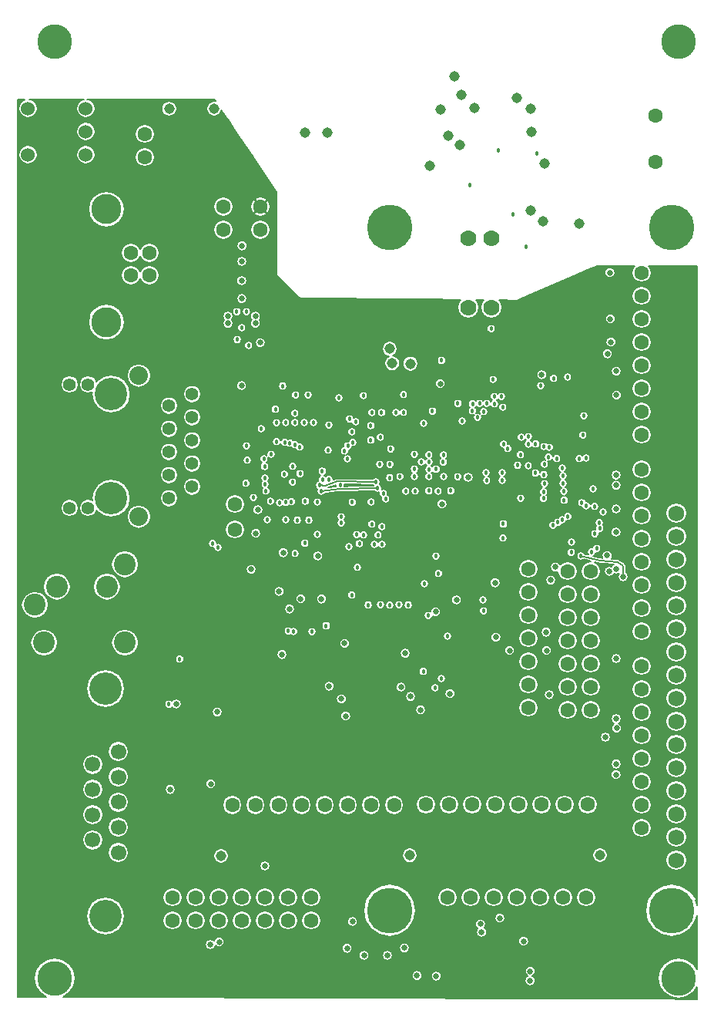
<source format=gbr>
G04 (created by PCBNEW-RS274X (2010-03-14)-final) date Thu 13 Oct 2011 09:10:50 PM EDT*
G01*
G70*
G90*
%MOIN*%
G04 Gerber Fmt 3.4, Leading zero omitted, Abs format*
%FSLAX34Y34*%
G04 APERTURE LIST*
%ADD10C,0.001000*%
%ADD11C,0.150000*%
%ADD12C,0.063000*%
%ADD13C,0.129900*%
%ADD14C,0.060000*%
%ADD15C,0.094500*%
%ADD16C,0.140000*%
%ADD17C,0.066900*%
%ADD18C,0.068900*%
%ADD19C,0.196900*%
%ADD20C,0.080000*%
%ADD21C,0.055000*%
%ADD22C,0.070000*%
%ADD23C,0.018000*%
%ADD24C,0.025000*%
%ADD25C,0.045000*%
%ADD26C,0.005000*%
%ADD27C,0.010000*%
G04 APERTURE END LIST*
G54D10*
G54D11*
X18000Y-32000D03*
X-09000Y08500D03*
X18000Y08500D03*
X-09000Y-32000D03*
G54D12*
X-05100Y03500D03*
X-05100Y04500D03*
X-01699Y01364D03*
X-01699Y00364D03*
X-00099Y01364D03*
X-00099Y00364D03*
X11500Y-14300D03*
X11500Y-15300D03*
X11500Y-16300D03*
X11500Y-17300D03*
X11500Y-18300D03*
X11500Y-19300D03*
X11500Y-20300D03*
X14200Y-20400D03*
X13200Y-20400D03*
X14200Y-19400D03*
X13200Y-19400D03*
X14200Y-18400D03*
X13200Y-18400D03*
X14200Y-17400D03*
X13200Y-17400D03*
X14200Y-16400D03*
X13200Y-16400D03*
X14200Y-15400D03*
X13200Y-15400D03*
X14200Y-14400D03*
X13200Y-14400D03*
X16400Y-01500D03*
X16400Y-02500D03*
X16400Y-04500D03*
X16400Y-05500D03*
X16400Y-06500D03*
X16400Y-07500D03*
X16400Y-08500D03*
X16400Y-03500D03*
X16400Y-10000D03*
X16400Y-11000D03*
X16400Y-13000D03*
X16400Y-14000D03*
X16400Y-15000D03*
X16400Y-16000D03*
X16400Y-17000D03*
X16400Y-12000D03*
X16400Y-18500D03*
X16400Y-19500D03*
X16400Y-21500D03*
X16400Y-22500D03*
X16400Y-23500D03*
X16400Y-24500D03*
X16400Y-25500D03*
X16400Y-20500D03*
G54D13*
X-06760Y01241D03*
X-06760Y-03641D03*
G54D12*
X-05693Y-00637D03*
X-04906Y-00637D03*
X-04906Y-01621D03*
X-05693Y-01621D03*
G54D14*
X-07650Y03600D03*
X-07650Y04600D03*
X-07650Y05600D03*
X-10150Y05600D03*
X-10150Y03600D03*
G54D15*
X-09849Y-15859D03*
X-08904Y-15072D03*
X-06739Y-15072D03*
X-05951Y-14107D03*
X-05951Y-17493D03*
X-09455Y-17493D03*
G54D12*
X03690Y-24510D03*
X04690Y-24510D03*
X05690Y-24510D03*
X02690Y-24510D03*
X01690Y-24510D03*
X00690Y-24510D03*
X-00310Y-24510D03*
X-01310Y-24510D03*
X14083Y-24496D03*
X13083Y-24496D03*
X12083Y-24496D03*
X11083Y-24496D03*
X10083Y-24496D03*
X09083Y-24496D03*
X08083Y-24496D03*
X07083Y-24496D03*
G54D16*
X-06800Y-19480D03*
G54D17*
X-06241Y-22206D03*
X-06241Y-23297D03*
X-06241Y-24387D03*
X-06241Y-25478D03*
X-06241Y-26569D03*
X-07359Y-22752D03*
X-07359Y-23842D03*
X-07359Y-24933D03*
X-07359Y-26023D03*
G54D16*
X-06800Y-29319D03*
G54D18*
X17900Y-26898D03*
X17900Y-25898D03*
X17900Y-24898D03*
X17900Y-23898D03*
X17900Y-22898D03*
X17900Y-21898D03*
X17900Y-20898D03*
X17900Y-19898D03*
X17900Y-18898D03*
X17900Y-17898D03*
X17900Y-16898D03*
X17900Y-15898D03*
X17900Y-14898D03*
X17900Y-13898D03*
X17900Y-12898D03*
X17900Y-11898D03*
G54D19*
X17703Y-29063D03*
X05498Y-29063D03*
X05498Y00464D03*
X17703Y00464D03*
G54D12*
X02100Y-28500D03*
X02100Y-29500D03*
X01100Y-28500D03*
X01100Y-29500D03*
X00100Y-28500D03*
X00100Y-29500D03*
X-00900Y-28500D03*
X-00900Y-29500D03*
X-01900Y-28500D03*
X-01900Y-29500D03*
X-02900Y-28500D03*
X-02900Y-29500D03*
X-03900Y-28500D03*
X-03900Y-29500D03*
X08000Y-28500D03*
X09000Y-28500D03*
X10000Y-28500D03*
X11000Y-28500D03*
X12000Y-28500D03*
X13000Y-28500D03*
X14000Y-28500D03*
G54D16*
X-06550Y-06750D03*
X-06550Y-11250D03*
G54D20*
X-05350Y-05950D03*
X-05350Y-12050D03*
G54D21*
X-07550Y-06330D03*
X-08350Y-06330D03*
X-07550Y-11670D03*
X-08350Y-11670D03*
X-03050Y-06750D03*
X-04050Y-07250D03*
X-03050Y-07750D03*
X-04050Y-08250D03*
X-03050Y-08750D03*
X-04050Y-09250D03*
X-03050Y-09750D03*
X-04050Y-10250D03*
X-03050Y-10750D03*
X-04050Y-11250D03*
G54D22*
X08900Y-03000D03*
X09900Y-03000D03*
X09900Y00000D03*
X08900Y00000D03*
G54D12*
X17000Y05300D03*
X17000Y03300D03*
X-01200Y-11500D03*
X-01200Y-12600D03*
G54D23*
X03859Y-08377D03*
X01854Y-11374D03*
X14014Y-11576D03*
X10421Y-12362D03*
X04107Y-14237D03*
X04573Y-15863D03*
X00101Y-10385D03*
X01251Y-11401D03*
X00367Y-09353D03*
X01615Y-09038D03*
X-00662Y-09598D03*
X00601Y-07989D03*
X00998Y-07986D03*
X01395Y-07986D03*
X01799Y-07986D03*
X04969Y-10816D03*
X02539Y-10943D03*
G54D24*
X15297Y-23200D03*
X15603Y-14641D03*
X15320Y-06792D03*
G54D23*
X13784Y-13740D03*
X07999Y-17215D03*
X05901Y-15859D03*
X07503Y-13755D03*
X07177Y-16324D03*
G54D24*
X15309Y-05761D03*
X15301Y-14316D03*
X15305Y-22738D03*
G54D23*
X09563Y-16121D03*
X06302Y-15863D03*
X04731Y-12368D03*
X14739Y-11844D03*
X05160Y-12475D03*
X14368Y-11601D03*
X03857Y-15435D03*
X03740Y-13351D03*
X04997Y-12836D03*
X14574Y-12301D03*
X02754Y-16764D03*
X02132Y-17025D03*
X04067Y-12823D03*
X14459Y-13424D03*
X05169Y-13251D03*
X14383Y-12787D03*
X04833Y-13240D03*
X14589Y-12561D03*
X04367Y-12837D03*
X14244Y-13571D03*
X04693Y-11418D03*
X01353Y-17011D03*
X03883Y-11425D03*
X01119Y-16989D03*
X02476Y-10696D03*
X04910Y-10552D03*
X03757Y-07821D03*
X02595Y-10439D03*
X05231Y-11040D03*
X-02163Y-13200D03*
X00112Y-10638D03*
X03902Y-08837D03*
X00998Y-11428D03*
X02372Y-11420D03*
X03676Y-09546D03*
X00734Y-11447D03*
X03549Y-09199D03*
X00348Y-11383D03*
X00150Y-10936D03*
X03690Y-08994D03*
X12187Y-09020D03*
X09390Y-07153D03*
X09544Y-15652D03*
G54D24*
X14922Y-05004D03*
X14912Y-13729D03*
X15010Y-14409D03*
X14840Y-21580D03*
G54D23*
X05501Y-15868D03*
X11158Y-09369D03*
X09309Y-07757D03*
X05104Y-15854D03*
X07615Y-14498D03*
X06956Y-18737D03*
X09084Y-07468D03*
X11813Y-10162D03*
X11035Y-09829D03*
X09090Y-07165D03*
G54D24*
X12674Y-14225D03*
G54D23*
X05330Y-11278D03*
X-01927Y-13379D03*
X02587Y-10085D03*
X02878Y-10435D03*
G54D24*
X12472Y-14791D03*
G54D23*
X11882Y03663D03*
G54D25*
X11648Y04597D03*
X12139Y00713D03*
X12198Y03226D03*
G54D24*
X-00907Y-06384D03*
G54D25*
X06396Y-05431D03*
X05614Y-05422D03*
G54D23*
X-00698Y-08993D03*
G54D24*
X-00309Y-03381D03*
X-00307Y-03688D03*
X-01492Y-03688D03*
X-01500Y-03378D03*
X-00899Y-02621D03*
X-00903Y-01844D03*
X-00899Y-01015D03*
X-00888Y-00336D03*
G54D23*
X-01097Y-04396D03*
G54D24*
X10098Y-17261D03*
X10691Y-17834D03*
G54D23*
X12597Y-06065D03*
X13198Y-06013D03*
X12035Y-06392D03*
G54D25*
X05501Y-04794D03*
G54D24*
X-02264Y-30549D03*
X05399Y-31016D03*
X04392Y-31013D03*
X06687Y-31888D03*
X11298Y-30397D03*
X10266Y-29399D03*
G54D25*
X-02102Y05592D03*
X-04044Y05582D03*
G54D23*
X07753Y-05296D03*
X09896Y-03927D03*
X09986Y-06120D03*
G54D25*
X06375Y-26692D03*
X14599Y-26688D03*
X-01795Y-26712D03*
G54D24*
X11583Y-31700D03*
X03891Y-29550D03*
G54D23*
X01299Y-09872D03*
X01622Y-10194D03*
X00946Y-10209D03*
X01295Y-10554D03*
X02841Y-09170D03*
X02877Y-08093D03*
X03303Y-06907D03*
X00868Y-06397D03*
G54D24*
X00721Y-15281D03*
X-00491Y-14328D03*
X00897Y-13604D03*
G54D23*
X01830Y-13195D03*
G54D24*
X07489Y-16159D03*
X02550Y-15603D03*
X02389Y-13744D03*
G54D23*
X01504Y-12197D03*
X04362Y-06820D03*
X06097Y-07539D03*
X07355Y-07494D03*
X06967Y-08015D03*
X05091Y-08619D03*
X05519Y-09788D03*
X05498Y-10364D03*
X07196Y-10307D03*
X06576Y-09995D03*
X06570Y-09357D03*
X07196Y-09372D03*
X07827Y-09385D03*
X06570Y-10307D03*
X07837Y-10314D03*
X07821Y-09688D03*
X06877Y-09679D03*
X07199Y-09998D03*
X07199Y-09998D03*
X07514Y-09995D03*
X07199Y-09685D03*
G54D24*
X07693Y-06297D03*
X12269Y-17039D03*
X00843Y-18003D03*
X03555Y-17528D03*
X06178Y-17956D03*
X03597Y-20667D03*
X06841Y-20401D03*
X05992Y-19419D03*
X-01960Y-20492D03*
X-03739Y-20142D03*
X-02240Y-23601D03*
X02888Y-19373D03*
G54D23*
X04189Y-13215D03*
X04687Y-08734D03*
X10404Y-12968D03*
X10336Y-06858D03*
X01397Y-07583D03*
X13821Y-11445D03*
X13054Y-11337D03*
X12159Y-10973D03*
X13008Y-10625D03*
X12173Y-10231D03*
X12971Y-09944D03*
X13862Y-08527D03*
X13359Y-13590D03*
G54D24*
X15030Y-01497D03*
X15305Y-10695D03*
X15296Y-12718D03*
X15305Y-18186D03*
X15324Y-21195D03*
X-00291Y-12766D03*
G54D23*
X00201Y-12175D03*
X-03586Y-18200D03*
X00556Y-07402D03*
X-00049Y-08250D03*
G54D24*
X15301Y-10249D03*
X08897Y-10345D03*
G54D23*
X-00397Y-11222D03*
X-00716Y-10603D03*
G54D24*
X15079Y-04499D03*
X08113Y-19699D03*
X-03995Y-23838D03*
G54D23*
X04031Y-07951D03*
G54D24*
X07765Y-11498D03*
X-00100Y-04527D03*
G54D25*
X08540Y04021D03*
X10989Y06038D03*
X11615Y05592D03*
X08040Y04408D03*
X13699Y00604D03*
G54D23*
X11401Y-00390D03*
X10199Y03801D03*
G54D25*
X02819Y04567D03*
X11600Y01198D03*
G54D23*
X03407Y-12322D03*
X11498Y-09843D03*
X09568Y-07504D03*
X09698Y-10490D03*
X12563Y-12421D03*
X10366Y-10485D03*
X12973Y-12183D03*
X05071Y-09790D03*
X09672Y-10147D03*
X12768Y-12296D03*
X10369Y-10148D03*
X13215Y-12038D03*
X05549Y-09121D03*
X01968Y-06794D03*
X07739Y-19041D03*
X-00903Y-03882D03*
X-01113Y-03187D03*
X-00693Y-03187D03*
X-00609Y-04641D03*
X09711Y-07153D03*
X13702Y-09532D03*
X10428Y-08906D03*
X13997Y-09507D03*
X11821Y-08904D03*
X10031Y-06855D03*
X11509Y-08911D03*
X10033Y-07166D03*
X11503Y-08594D03*
X10395Y-07320D03*
X12727Y-09535D03*
X08643Y-07911D03*
X12420Y-09053D03*
X10616Y-09103D03*
X12376Y-09466D03*
X08454Y-07156D03*
X01186Y-08868D03*
X03407Y-12059D03*
X00062Y-09551D03*
X00611Y-08805D03*
G54D24*
X09481Y-30011D03*
G54D23*
X00958Y-08836D03*
X01408Y-08937D03*
G54D24*
X09431Y-29658D03*
G54D23*
X00090Y-09880D03*
X10847Y01023D03*
X08968Y02296D03*
G54D25*
X07228Y03127D03*
X01853Y04547D03*
X08317Y06990D03*
X09164Y05618D03*
X08596Y06202D03*
X07703Y05556D03*
G54D23*
X06650Y-08717D03*
X07153Y-08719D03*
X07656Y-08723D03*
X08184Y-08724D03*
X06099Y-08720D03*
X08436Y-09385D03*
X05949Y-09371D03*
X07438Y-08009D03*
X-01101Y-10431D03*
X11194Y-08609D03*
X12159Y-11257D03*
X12205Y-10622D03*
X12192Y-09779D03*
X13035Y-10961D03*
X13003Y-10292D03*
X11166Y-11258D03*
X06195Y-10942D03*
X06601Y-10939D03*
X07192Y-10928D03*
X07596Y-10945D03*
X08150Y-10928D03*
X05948Y-10320D03*
X08450Y-10323D03*
X03361Y-10690D03*
X02003Y-12197D03*
X02378Y-12809D03*
G54D24*
X01168Y-16036D03*
X01652Y-15599D03*
G54D23*
X07003Y-14950D03*
G54D24*
X10064Y-14904D03*
X08390Y-15646D03*
X12292Y-17833D03*
X12409Y-19741D03*
G54D23*
X13371Y-13152D03*
X02208Y-07983D03*
X01429Y-06793D03*
G54D24*
X03413Y-19926D03*
X06404Y-19820D03*
G54D23*
X13904Y-07692D03*
X14299Y-10842D03*
X01003Y-12179D03*
X01412Y-13634D03*
X07461Y-19450D03*
X-04051Y-20158D03*
G54D24*
X15053Y-03499D03*
X15300Y-11719D03*
X15306Y-20776D03*
G54D23*
X04688Y-08114D03*
X04727Y-07545D03*
X05154Y-07546D03*
X05774Y-07546D03*
X06098Y-06771D03*
G54D24*
X-00202Y-11752D03*
X00099Y-27145D03*
X07519Y-31907D03*
X11580Y-32104D03*
X12087Y-05914D03*
X-01877Y-30432D03*
X06137Y-30694D03*
X03657Y-30703D03*
G54D26*
X04969Y-10816D02*
X03327Y-10861D01*
X03327Y-10861D02*
X02542Y-10936D01*
X15603Y-14641D02*
X15607Y-14168D01*
X15607Y-14168D02*
X15375Y-14015D01*
X15375Y-14015D02*
X14594Y-13942D01*
X14594Y-13942D02*
X13784Y-13740D01*
X04910Y-10552D02*
X03235Y-10522D01*
X03235Y-10522D02*
X02703Y-10700D01*
X02703Y-10700D02*
X02476Y-10696D01*
G54D27*
X-01101Y-10431D02*
X00184Y-10071D01*
X00184Y-10071D02*
X01216Y-09590D01*
X01216Y-09590D02*
X03154Y-09660D01*
X03154Y-09660D02*
X03941Y-09862D01*
X03941Y-09862D02*
X05078Y-09437D01*
X05078Y-09437D02*
X05949Y-09371D01*
X05949Y-09371D02*
X06099Y-08720D01*
X06099Y-08720D02*
X06398Y-06902D01*
X06398Y-06902D02*
X06287Y-06145D01*
X06287Y-06145D02*
X05345Y-05867D01*
X05345Y-05867D02*
X01594Y-02610D01*
X01594Y-02610D02*
X00504Y-01604D01*
X00541Y00686D02*
X-00099Y01364D01*
X-00099Y01364D02*
X-00567Y01961D01*
X-00099Y01364D02*
X00481Y01983D01*
X-00099Y01364D02*
X-00729Y00794D01*
X00504Y-01604D02*
X00541Y00686D01*
G54D10*
G36*
X18360Y-14898D02*
X18800Y-14963D01*
X18325Y-15074D01*
X18360Y-14898D01*
X18360Y-14898D01*
G37*
G54D26*
X18360Y-14898D02*
X18800Y-14963D01*
X18325Y-15074D01*
X18360Y-14898D01*
G54D10*
G36*
X18325Y-17074D02*
X18360Y-16898D01*
X18800Y-17089D01*
X18325Y-17074D01*
X18325Y-17074D01*
G37*
G54D26*
X18325Y-17074D02*
X18360Y-16898D01*
X18800Y-17089D01*
X18325Y-17074D01*
G54D10*
G36*
X17750Y-09355D02*
X18800Y-08332D01*
X18800Y-09355D01*
X17750Y-09355D01*
X17750Y-09355D01*
G37*
G54D26*
X17750Y-09355D02*
X18800Y-08332D01*
X18800Y-09355D01*
X17750Y-09355D01*
G54D10*
G36*
X17750Y-07308D02*
X18800Y-05261D01*
X18800Y-07308D01*
X17750Y-07308D01*
X17750Y-07308D01*
G37*
G54D26*
X17750Y-07308D02*
X18800Y-05261D01*
X18800Y-07308D01*
X17750Y-07308D01*
G54D10*
G36*
X17750Y-05261D02*
X18800Y-03213D01*
X18800Y-05261D01*
X17750Y-05261D01*
X17750Y-05261D01*
G37*
G54D26*
X17750Y-05261D02*
X18800Y-03213D01*
X18800Y-05261D01*
X17750Y-05261D01*
G54D10*
G36*
X17750Y-03213D02*
X18800Y-01200D01*
X18800Y-03213D01*
X17750Y-03213D01*
X17750Y-03213D01*
G37*
G54D26*
X17750Y-03213D02*
X18800Y-01200D01*
X18800Y-03213D01*
X17750Y-03213D01*
G54D10*
G36*
X18325Y-13074D02*
X18360Y-12898D01*
X18800Y-13061D01*
X18325Y-13074D01*
X18325Y-13074D01*
G37*
G54D26*
X18325Y-13074D02*
X18360Y-12898D01*
X18800Y-13061D01*
X18325Y-13074D01*
G54D10*
G36*
X17750Y-09355D02*
X18800Y-09355D01*
X18076Y-11473D01*
X17750Y-09355D01*
X17750Y-09355D01*
G37*
G54D26*
X17750Y-09355D02*
X18800Y-09355D01*
X18076Y-11473D01*
X17750Y-09355D01*
G54D10*
G36*
X18800Y-07308D02*
X18800Y-08332D01*
X17750Y-07308D01*
X18800Y-07308D01*
X18800Y-07308D01*
G37*
G54D26*
X18800Y-07308D02*
X18800Y-08332D01*
X17750Y-07308D01*
X18800Y-07308D01*
G54D10*
G36*
X17750Y-05261D02*
X18800Y-05261D01*
X17750Y-07308D01*
X17750Y-05261D01*
X17750Y-05261D01*
G37*
G54D26*
X17750Y-05261D02*
X18800Y-05261D01*
X17750Y-07308D01*
X17750Y-05261D01*
G54D10*
G36*
X17750Y-03213D02*
X18800Y-03213D01*
X17750Y-05261D01*
X17750Y-03213D01*
X17750Y-03213D01*
G37*
G54D26*
X17750Y-03213D02*
X18800Y-03213D01*
X17750Y-05261D01*
X17750Y-03213D01*
G54D10*
G36*
X17750Y-07308D02*
X16829Y-06500D01*
X17750Y-05261D01*
X17750Y-07308D01*
X17750Y-07308D01*
G37*
G54D26*
X17750Y-07308D02*
X16829Y-06500D01*
X17750Y-05261D01*
X17750Y-07308D01*
G54D10*
G36*
X15650Y-31876D02*
X14615Y-32886D01*
X13550Y-31876D01*
X15650Y-31876D01*
X15650Y-31876D01*
G37*
G54D26*
X15650Y-31876D02*
X14615Y-32886D01*
X13550Y-31876D01*
X15650Y-31876D01*
G54D10*
G36*
X17750Y-27782D02*
X17703Y-27924D01*
X17267Y-28011D01*
X17750Y-27782D01*
X17750Y-27782D01*
G37*
G54D26*
X17750Y-27782D02*
X17703Y-27924D01*
X17267Y-28011D01*
X17750Y-27782D01*
G54D10*
G36*
X13550Y-31876D02*
X13550Y-29829D01*
X15650Y-29829D01*
X13550Y-31876D01*
X13550Y-31876D01*
G37*
G54D26*
X13550Y-31876D02*
X13550Y-29829D01*
X15650Y-29829D01*
X13550Y-31876D01*
G54D10*
G36*
X18360Y-18898D02*
X18800Y-18993D01*
X18325Y-19074D01*
X18360Y-18898D01*
X18360Y-18898D01*
G37*
G54D26*
X18360Y-18898D02*
X18800Y-18993D01*
X18325Y-19074D01*
X18360Y-18898D01*
G54D10*
G36*
X17750Y-11403D02*
X16796Y-10164D01*
X17750Y-09355D01*
X17750Y-11403D01*
X17750Y-11403D01*
G37*
G54D26*
X17750Y-11403D02*
X16796Y-10164D01*
X17750Y-09355D01*
X17750Y-11403D01*
G54D10*
G36*
X15650Y-07308D02*
X14094Y-07692D01*
X15233Y-07002D01*
X15650Y-07308D01*
X15650Y-07308D01*
G37*
G54D26*
X15650Y-07308D02*
X14094Y-07692D01*
X15233Y-07002D01*
X15650Y-07308D01*
G54D10*
G36*
X15650Y-05261D02*
X15309Y-05533D01*
X15132Y-05091D01*
X15650Y-05261D01*
X15650Y-05261D01*
G37*
G54D26*
X15650Y-05261D02*
X15309Y-05533D01*
X15132Y-05091D01*
X15650Y-05261D01*
G54D10*
G36*
X17750Y-03213D02*
X16796Y-02336D01*
X17750Y-01200D01*
X17750Y-03213D01*
X17750Y-03213D01*
G37*
G54D26*
X17750Y-03213D02*
X16796Y-02336D01*
X17750Y-01200D01*
X17750Y-03213D01*
G54D10*
G36*
X15240Y-01410D02*
X15558Y-01200D01*
X15258Y-01497D01*
X15240Y-01410D01*
X15240Y-01410D01*
G37*
G54D26*
X15240Y-01410D02*
X15558Y-01200D01*
X15258Y-01497D01*
X15240Y-01410D01*
G54D10*
G36*
X15650Y-31876D02*
X15650Y-32889D01*
X14615Y-32886D01*
X15650Y-31876D01*
X15650Y-31876D01*
G37*
G54D26*
X15650Y-31876D02*
X15650Y-32889D01*
X14615Y-32886D01*
X15650Y-31876D01*
G54D10*
G36*
X15650Y-29829D02*
X15650Y-31876D01*
X13550Y-31876D01*
X15650Y-29829D01*
X15650Y-29829D01*
G37*
G54D26*
X15650Y-29829D02*
X15650Y-31876D01*
X13550Y-31876D01*
X15650Y-29829D01*
G54D10*
G36*
X15650Y-27782D02*
X14303Y-28197D01*
X14727Y-26996D01*
X15650Y-27782D01*
X15650Y-27782D01*
G37*
G54D26*
X15650Y-27782D02*
X14303Y-28197D01*
X14727Y-26996D01*
X15650Y-27782D01*
G54D10*
G36*
X13550Y-31876D02*
X11808Y-32104D01*
X11811Y-31700D01*
X13550Y-31876D01*
X13550Y-31876D01*
G37*
G54D26*
X13550Y-31876D02*
X11808Y-32104D01*
X11811Y-31700D01*
X13550Y-31876D01*
G54D10*
G36*
X13550Y-25734D02*
X12836Y-28104D01*
X11450Y-25734D01*
X13550Y-25734D01*
X13550Y-25734D01*
G37*
G54D26*
X13550Y-25734D02*
X12836Y-28104D01*
X11450Y-25734D01*
X13550Y-25734D01*
G54D10*
G36*
X13550Y-21639D02*
X12247Y-24100D01*
X11450Y-21639D01*
X13550Y-21639D01*
X13550Y-21639D01*
G37*
G54D26*
X13550Y-21639D02*
X12247Y-24100D01*
X11450Y-21639D01*
X13550Y-21639D01*
G54D10*
G36*
X11231Y-09545D02*
X11363Y-09708D01*
X11170Y-09694D01*
X11231Y-09545D01*
X11231Y-09545D01*
G37*
G54D26*
X11231Y-09545D02*
X11363Y-09708D01*
X11170Y-09694D01*
X11231Y-09545D01*
G54D10*
G36*
X16004Y-08336D02*
X15971Y-08500D01*
X14038Y-08454D01*
X16004Y-08336D01*
X16004Y-08336D01*
G37*
G54D26*
X16004Y-08336D02*
X15971Y-08500D01*
X14038Y-08454D01*
X16004Y-08336D01*
G54D10*
G36*
X11450Y-07308D02*
X12108Y-06568D01*
X13550Y-07308D01*
X11450Y-07308D01*
X11450Y-07308D01*
G37*
G54D26*
X11450Y-07308D02*
X12108Y-06568D01*
X13550Y-07308D01*
X11450Y-07308D01*
G54D10*
G36*
X13550Y-05261D02*
X11450Y-05261D01*
X13550Y-03213D01*
X13550Y-05261D01*
X13550Y-05261D01*
G37*
G54D26*
X13550Y-05261D02*
X11450Y-05261D01*
X13550Y-03213D01*
X13550Y-05261D01*
G54D10*
G36*
X15258Y-01497D02*
X15558Y-01200D01*
X15971Y-01500D01*
X15258Y-01497D01*
X15258Y-01497D01*
G37*
G54D26*
X15258Y-01497D02*
X15558Y-01200D01*
X15971Y-01500D01*
X15258Y-01497D01*
G54D10*
G36*
X11450Y-03213D02*
X11450Y-02507D01*
X13550Y-03213D01*
X11450Y-03213D01*
X11450Y-03213D01*
G37*
G54D26*
X11450Y-03213D02*
X11450Y-02507D01*
X13550Y-03213D01*
X11450Y-03213D01*
G54D10*
G36*
X11419Y-32265D02*
X11478Y-32875D01*
X10661Y-32872D01*
X11419Y-32265D01*
X11419Y-32265D01*
G37*
G54D26*
X11419Y-32265D02*
X11478Y-32875D01*
X10661Y-32872D01*
X11419Y-32265D01*
G54D10*
G36*
X11811Y-31700D02*
X11808Y-32104D01*
X11793Y-31787D01*
X11811Y-31700D01*
X11811Y-31700D01*
G37*
G54D26*
X11811Y-31700D02*
X11808Y-32104D01*
X11793Y-31787D01*
X11811Y-31700D01*
G54D10*
G36*
X13550Y-27782D02*
X13000Y-28071D01*
X13550Y-25734D01*
X13550Y-27782D01*
X13550Y-27782D01*
G37*
G54D26*
X13550Y-27782D02*
X13000Y-28071D01*
X13550Y-25734D01*
X13550Y-27782D01*
G54D10*
G36*
X13550Y-23687D02*
X12247Y-24100D01*
X13550Y-21639D01*
X13550Y-23687D01*
X13550Y-23687D01*
G37*
G54D26*
X13550Y-23687D02*
X12247Y-24100D01*
X13550Y-21639D01*
X13550Y-23687D01*
G54D10*
G36*
X11450Y-25734D02*
X10164Y-28104D01*
X09350Y-25734D01*
X11450Y-25734D01*
X11450Y-25734D01*
G37*
G54D26*
X11450Y-25734D02*
X10164Y-28104D01*
X09350Y-25734D01*
X11450Y-25734D01*
G54D10*
G36*
X11450Y-21639D02*
X10083Y-24067D01*
X09350Y-21639D01*
X11450Y-21639D01*
X11450Y-21639D01*
G37*
G54D26*
X11450Y-21639D02*
X10083Y-24067D01*
X09350Y-21639D01*
X11450Y-21639D01*
G54D10*
G36*
X13550Y-03213D02*
X11450Y-05261D01*
X11450Y-03213D01*
X13550Y-03213D01*
X13550Y-03213D01*
G37*
G54D26*
X13550Y-03213D02*
X11450Y-05261D01*
X11450Y-03213D01*
X13550Y-03213D01*
G54D10*
G36*
X11000Y-02700D02*
X10366Y-03000D01*
X10331Y-02822D01*
X11000Y-02700D01*
X11000Y-02700D01*
G37*
G54D26*
X11000Y-02700D02*
X10366Y-03000D01*
X10331Y-02822D01*
X11000Y-02700D01*
G54D10*
G36*
X11450Y-27782D02*
X10836Y-28104D01*
X11450Y-25734D01*
X11450Y-27782D01*
X11450Y-27782D01*
G37*
G54D26*
X11450Y-27782D02*
X10836Y-28104D01*
X11450Y-25734D01*
X11450Y-27782D01*
G54D10*
G36*
X11450Y-23687D02*
X11450Y-21639D01*
X12247Y-24100D01*
X11450Y-23687D01*
X11450Y-23687D01*
G37*
G54D26*
X11450Y-23687D02*
X11450Y-21639D01*
X12247Y-24100D01*
X11450Y-23687D01*
G54D10*
G36*
X11450Y-23687D02*
X10083Y-24067D01*
X11450Y-21639D01*
X11450Y-23687D01*
X11450Y-23687D01*
G37*
G54D26*
X11450Y-23687D02*
X10083Y-24067D01*
X11450Y-21639D01*
X11450Y-23687D01*
G54D10*
G36*
X09350Y-25734D02*
X08000Y-28071D01*
X07250Y-25734D01*
X09350Y-25734D01*
X09350Y-25734D01*
G37*
G54D26*
X09350Y-25734D02*
X08000Y-28071D01*
X07250Y-25734D01*
X09350Y-25734D01*
G54D10*
G36*
X09350Y-21639D02*
X08083Y-24067D01*
X07250Y-21639D01*
X09350Y-21639D01*
X09350Y-21639D01*
G37*
G54D26*
X09350Y-21639D02*
X08083Y-24067D01*
X07250Y-21639D01*
X09350Y-21639D01*
G54D10*
G36*
X09255Y-07288D02*
X09219Y-07333D01*
X09225Y-07300D01*
X09255Y-07288D01*
X09255Y-07288D01*
G37*
G54D26*
X09255Y-07288D02*
X09219Y-07333D01*
X09225Y-07300D01*
X09255Y-07288D01*
G54D10*
G36*
X08570Y-03330D02*
X07753Y-05106D01*
X07250Y-03213D01*
X08570Y-03330D01*
X08570Y-03330D01*
G37*
G54D26*
X08570Y-03330D02*
X07753Y-05106D01*
X07250Y-03213D01*
X08570Y-03330D01*
G54D10*
G36*
X08469Y-02822D02*
X08359Y-02672D01*
X08568Y-02674D01*
X08469Y-02822D01*
X08469Y-02822D01*
G37*
G54D26*
X08469Y-02822D02*
X08359Y-02672D01*
X08568Y-02674D01*
X08469Y-02822D01*
G54D10*
G36*
X07250Y-31876D02*
X07309Y-31820D01*
X07292Y-31907D01*
X07250Y-31876D01*
X07250Y-31876D01*
G37*
G54D26*
X07250Y-31876D02*
X07309Y-31820D01*
X07292Y-31907D01*
X07250Y-31876D01*
G54D10*
G36*
X09350Y-27782D02*
X08164Y-28104D01*
X09350Y-25734D01*
X09350Y-27782D01*
X09350Y-27782D01*
G37*
G54D26*
X09350Y-27782D02*
X08164Y-28104D01*
X09350Y-25734D01*
X09350Y-27782D01*
G54D10*
G36*
X07250Y-27782D02*
X07571Y-28500D01*
X06550Y-28627D01*
X07250Y-27782D01*
X07250Y-27782D01*
G37*
G54D26*
X07250Y-27782D02*
X07571Y-28500D01*
X06550Y-28627D01*
X07250Y-27782D01*
G54D10*
G36*
X09350Y-23687D02*
X08083Y-24067D01*
X09350Y-21639D01*
X09350Y-23687D01*
X09350Y-23687D01*
G37*
G54D26*
X09350Y-23687D02*
X08083Y-24067D01*
X09350Y-21639D01*
X09350Y-23687D01*
G54D10*
G36*
X07051Y-20488D02*
X08113Y-19927D01*
X07250Y-21639D01*
X07051Y-20488D01*
X07051Y-20488D01*
G37*
G54D26*
X07051Y-20488D02*
X08113Y-19927D01*
X07250Y-21639D01*
X07051Y-20488D01*
G54D10*
G36*
X09350Y-19592D02*
X08274Y-19538D01*
X07915Y-18968D01*
X09350Y-19592D01*
X09350Y-19592D01*
G37*
G54D26*
X09350Y-19592D02*
X08274Y-19538D01*
X07915Y-18968D01*
X09350Y-19592D01*
G54D10*
G36*
X05150Y-23687D02*
X05150Y-21639D01*
X07250Y-21639D01*
X05150Y-23687D01*
X05150Y-23687D01*
G37*
G54D26*
X05150Y-23687D02*
X05150Y-21639D01*
X07250Y-21639D01*
X05150Y-23687D01*
G54D10*
G36*
X09720Y-15725D02*
X09734Y-15652D01*
X11104Y-16136D01*
X09720Y-15725D01*
X09720Y-15725D01*
G37*
G54D26*
X09720Y-15725D02*
X09734Y-15652D01*
X11104Y-16136D01*
X09720Y-15725D01*
G54D10*
G36*
X10440Y-09176D02*
X09745Y-09971D01*
X10293Y-09041D01*
X10440Y-09176D01*
X10440Y-09176D01*
G37*
G54D26*
X10440Y-09176D02*
X09745Y-09971D01*
X10293Y-09041D01*
X10440Y-09176D01*
G54D10*
G36*
X05096Y-11175D02*
X05140Y-11278D01*
X04869Y-11345D01*
X05096Y-11175D01*
X05096Y-11175D01*
G37*
G54D26*
X05096Y-11175D02*
X05140Y-11278D01*
X04869Y-11345D01*
X05096Y-11175D01*
G54D10*
G36*
X03050Y-23687D02*
X03050Y-21639D01*
X05150Y-21639D01*
X03050Y-23687D01*
X03050Y-23687D01*
G37*
G54D26*
X03050Y-23687D02*
X03050Y-21639D01*
X05150Y-21639D01*
X03050Y-23687D01*
G54D10*
G36*
X06303Y-28258D02*
X06503Y-27000D01*
X07250Y-27782D01*
X06303Y-28258D01*
X06303Y-28258D01*
G37*
G54D26*
X06303Y-28258D02*
X06503Y-27000D01*
X07250Y-27782D01*
X06303Y-28258D01*
G54D10*
G36*
X07250Y-21639D02*
X07250Y-23687D01*
X05150Y-23687D01*
X07250Y-21639D01*
X07250Y-21639D01*
G37*
G54D26*
X07250Y-21639D02*
X07250Y-23687D01*
X05150Y-23687D01*
X07250Y-21639D01*
G54D10*
G36*
X03050Y-27782D02*
X03050Y-25734D01*
X05150Y-25734D01*
X03050Y-27782D01*
X03050Y-27782D01*
G37*
G54D26*
X03050Y-27782D02*
X03050Y-25734D01*
X05150Y-25734D01*
X03050Y-27782D01*
G54D10*
G36*
X05140Y-11278D02*
X05154Y-11351D01*
X04869Y-11345D01*
X05140Y-11278D01*
X05140Y-11278D01*
G37*
G54D26*
X05140Y-11278D02*
X05154Y-11351D01*
X04869Y-11345D01*
X05140Y-11278D01*
G54D10*
G36*
X03231Y-12132D02*
X03270Y-12191D01*
X03231Y-12249D01*
X03231Y-12132D01*
X03231Y-12132D01*
G37*
G54D26*
X03231Y-12132D02*
X03270Y-12191D01*
X03231Y-12249D01*
X03231Y-12132D01*
G54D10*
G36*
X05150Y-02638D02*
X07250Y-02660D01*
X05150Y-03213D01*
X05150Y-02638D01*
X05150Y-02638D01*
G37*
G54D26*
X05150Y-02638D02*
X07250Y-02660D01*
X05150Y-03213D01*
X05150Y-02638D01*
G54D10*
G36*
X07250Y-03213D02*
X05629Y-04486D01*
X05150Y-03213D01*
X07250Y-03213D01*
X07250Y-03213D01*
G37*
G54D26*
X07250Y-03213D02*
X05629Y-04486D01*
X05150Y-03213D01*
X07250Y-03213D01*
G54D10*
G36*
X00950Y-32839D02*
X00950Y-31876D01*
X02058Y-32843D01*
X00950Y-32839D01*
X00950Y-32839D01*
G37*
G54D26*
X00950Y-32839D02*
X00950Y-31876D01*
X02058Y-32843D01*
X00950Y-32839D01*
G54D10*
G36*
X05150Y-25734D02*
X05150Y-27782D01*
X03050Y-27782D01*
X05150Y-25734D01*
X05150Y-25734D01*
G37*
G54D26*
X05150Y-25734D02*
X05150Y-27782D01*
X03050Y-27782D01*
X05150Y-25734D01*
G54D10*
G36*
X05150Y-21639D02*
X05150Y-23687D01*
X03050Y-23687D01*
X05150Y-21639D01*
X05150Y-21639D01*
G37*
G54D26*
X05150Y-21639D02*
X05150Y-23687D01*
X03050Y-23687D01*
X05150Y-21639D01*
G54D10*
G36*
X03050Y-25734D02*
X02100Y-28071D01*
X00950Y-25734D01*
X03050Y-25734D01*
X03050Y-25734D01*
G37*
G54D26*
X03050Y-25734D02*
X02100Y-28071D01*
X00950Y-25734D01*
X03050Y-25734D01*
G54D10*
G36*
X03203Y-20013D02*
X03370Y-20667D01*
X02801Y-19583D01*
X03203Y-20013D01*
X03203Y-20013D01*
G37*
G54D26*
X03203Y-20013D02*
X03370Y-20667D01*
X02801Y-19583D01*
X03203Y-20013D01*
G54D10*
G36*
X03050Y-19592D02*
X03049Y-19534D01*
X03098Y-19460D01*
X03050Y-19592D01*
X03050Y-19592D01*
G37*
G54D26*
X03050Y-19592D02*
X03049Y-19534D01*
X03098Y-19460D01*
X03050Y-19592D01*
G54D10*
G36*
X00950Y-21639D02*
X02727Y-19534D01*
X03370Y-20667D01*
X00950Y-21639D01*
X00950Y-21639D01*
G37*
G54D26*
X00950Y-21639D02*
X02727Y-19534D01*
X03370Y-20667D01*
X00950Y-21639D01*
G54D10*
G36*
X03050Y-02615D02*
X05150Y-02638D01*
X03050Y-03213D01*
X03050Y-02615D01*
X03050Y-02615D01*
G37*
G54D26*
X03050Y-02615D02*
X05150Y-02638D01*
X03050Y-03213D01*
X03050Y-02615D01*
G54D10*
G36*
X00950Y-05261D02*
X00950Y-03213D01*
X03050Y-03213D01*
X00950Y-05261D01*
X00950Y-05261D01*
G37*
G54D26*
X00950Y-05261D02*
X00950Y-03213D01*
X03050Y-03213D01*
X00950Y-05261D01*
G54D10*
G36*
X03050Y-31876D02*
X04305Y-31223D01*
X04151Y-32850D01*
X03050Y-31876D01*
X03050Y-31876D01*
G37*
G54D26*
X03050Y-31876D02*
X04305Y-31223D01*
X04151Y-32850D01*
X03050Y-31876D01*
G54D10*
G36*
X03050Y-27782D02*
X02529Y-28500D01*
X02496Y-28336D01*
X03050Y-27782D01*
X03050Y-27782D01*
G37*
G54D26*
X03050Y-27782D02*
X02529Y-28500D01*
X02496Y-28336D01*
X03050Y-27782D01*
G54D10*
G36*
X00936Y-29896D02*
X00264Y-29896D01*
X00403Y-29803D01*
X00936Y-29896D01*
X00936Y-29896D01*
G37*
G54D26*
X00936Y-29896D02*
X00264Y-29896D01*
X00403Y-29803D01*
X00936Y-29896D01*
G54D10*
G36*
X05150Y-23687D02*
X03854Y-24114D01*
X03050Y-23687D01*
X05150Y-23687D01*
X05150Y-23687D01*
G37*
G54D26*
X05150Y-23687D02*
X03854Y-24114D01*
X03050Y-23687D01*
X05150Y-23687D01*
G54D10*
G36*
X03050Y-21639D02*
X01690Y-24081D01*
X00950Y-21639D01*
X03050Y-21639D01*
X03050Y-21639D01*
G37*
G54D26*
X03050Y-21639D02*
X01690Y-24081D01*
X00950Y-21639D01*
X03050Y-21639D01*
G54D10*
G36*
X00526Y-24114D02*
X-00146Y-24114D01*
X00950Y-23687D01*
X00526Y-24114D01*
X00526Y-24114D01*
G37*
G54D26*
X00526Y-24114D02*
X-00146Y-24114D01*
X00950Y-23687D01*
X00526Y-24114D01*
G54D10*
G36*
X00950Y-19592D02*
X00950Y-21639D01*
X-01150Y-21639D01*
X00950Y-19592D01*
X00950Y-19592D01*
G37*
G54D26*
X00950Y-19592D02*
X00950Y-21639D01*
X-01150Y-21639D01*
X00950Y-19592D01*
G54D10*
G36*
X-01364Y-12204D02*
X-01364Y-11896D01*
X-01200Y-12171D01*
X-01364Y-12204D01*
X-01364Y-12204D01*
G37*
G54D26*
X-01364Y-12204D02*
X-01364Y-11896D01*
X-01200Y-12171D01*
X-01364Y-12204D01*
G54D10*
G36*
X03050Y-03213D02*
X03050Y-05261D01*
X00950Y-05261D01*
X03050Y-03213D01*
X03050Y-03213D01*
G37*
G54D26*
X03050Y-03213D02*
X03050Y-05261D01*
X00950Y-05261D01*
X03050Y-03213D01*
G54D10*
G36*
X-00678Y-00423D02*
X-00660Y-00336D01*
X-00099Y-00065D01*
X-00678Y-00423D01*
X-00678Y-00423D01*
G37*
G54D26*
X-00678Y-00423D02*
X-00660Y-00336D01*
X-00099Y-00065D01*
X-00678Y-00423D01*
G54D10*
G36*
X00065Y00968D02*
X00204Y01061D01*
X00065Y00760D01*
X00065Y00968D01*
X00065Y00968D01*
G37*
G54D26*
X00065Y00968D02*
X00204Y01061D01*
X00065Y00760D01*
X00065Y00968D01*
G54D10*
G36*
X00600Y02000D02*
X00065Y01760D01*
X00386Y02318D01*
X00600Y02000D01*
X00600Y02000D01*
G37*
G54D26*
X00600Y02000D02*
X00065Y01760D01*
X00386Y02318D01*
X00600Y02000D01*
G54D10*
G36*
X-03250Y-32825D02*
X-03250Y-31876D01*
X-02127Y-32829D01*
X-03250Y-32825D01*
X-03250Y-32825D01*
G37*
G54D26*
X-03250Y-32825D02*
X-03250Y-31876D01*
X-02127Y-32829D01*
X-03250Y-32825D01*
G54D10*
G36*
X00327Y-27145D02*
X00309Y-27058D01*
X00950Y-27782D01*
X00327Y-27145D01*
X00327Y-27145D01*
G37*
G54D26*
X00327Y-27145D02*
X00309Y-27058D01*
X00950Y-27782D01*
X00327Y-27145D01*
G54D10*
G36*
X-03250Y-15497D02*
X-03250Y-13450D01*
X-02062Y-13514D01*
X-03250Y-15497D01*
X-03250Y-15497D01*
G37*
G54D26*
X-03250Y-15497D02*
X-03250Y-13450D01*
X-02062Y-13514D01*
X-03250Y-15497D01*
G54D10*
G36*
X00950Y-21639D02*
X-00310Y-24081D01*
X-01150Y-21639D01*
X00950Y-21639D01*
X00950Y-21639D01*
G37*
G54D26*
X00950Y-21639D02*
X-00310Y-24081D01*
X-01150Y-21639D01*
X00950Y-21639D01*
G54D10*
G36*
X-02030Y-23688D02*
X-02013Y-23601D01*
X-01474Y-24114D01*
X-02030Y-23688D01*
X-02030Y-23688D01*
G37*
G54D26*
X-02030Y-23688D02*
X-02013Y-23601D01*
X-01474Y-24114D01*
X-02030Y-23688D01*
G54D10*
G36*
X-03396Y-18200D02*
X-03250Y-17545D01*
X-01150Y-17545D01*
X-03396Y-18200D01*
X-03396Y-18200D01*
G37*
G54D26*
X-03396Y-18200D02*
X-03250Y-17545D01*
X-01150Y-17545D01*
X-03396Y-18200D01*
G54D10*
G36*
X00950Y-09355D02*
X01335Y-09113D01*
X01299Y-09682D01*
X00950Y-09355D01*
X00950Y-09355D01*
G37*
G54D26*
X00950Y-09355D02*
X01335Y-09113D01*
X01299Y-09682D01*
X00950Y-09355D01*
G54D10*
G36*
X-02664Y-06750D02*
X-01117Y-06471D01*
X-01150Y-07308D01*
X-02664Y-06750D01*
X-02664Y-06750D01*
G37*
G54D26*
X-02664Y-06750D02*
X-01117Y-06471D01*
X-01150Y-07308D01*
X-02664Y-06750D01*
G54D10*
G36*
X-00671Y-02621D02*
X-00689Y-02534D01*
X-00222Y-03171D01*
X-00671Y-02621D01*
X-00671Y-02621D01*
G37*
G54D26*
X-00671Y-02621D02*
X-00689Y-02534D01*
X-00222Y-03171D01*
X-00671Y-02621D01*
G54D10*
G36*
X-03710Y05582D02*
X-03736Y05710D01*
X-02435Y05592D01*
X-03710Y05582D01*
X-03710Y05582D01*
G37*
G54D26*
X-03710Y05582D02*
X-03736Y05710D01*
X-02435Y05592D01*
X-03710Y05582D01*
G54D10*
G36*
X-01150Y-31876D02*
X-01150Y-32832D01*
X-02127Y-32829D01*
X-01150Y-31876D01*
X-01150Y-31876D01*
G37*
G54D26*
X-01150Y-31876D02*
X-01150Y-32832D01*
X-02127Y-32829D01*
X-01150Y-31876D01*
G54D10*
G36*
X-05350Y-15497D02*
X-05401Y-14335D01*
X-03250Y-15497D01*
X-05350Y-15497D01*
X-05350Y-15497D01*
G37*
G54D26*
X-05350Y-15497D02*
X-05401Y-14335D01*
X-03250Y-15497D01*
X-05350Y-15497D01*
G54D10*
G36*
X-02031Y-26948D02*
X-02736Y-28104D01*
X-03250Y-27782D01*
X-02031Y-26948D01*
X-02031Y-26948D01*
G37*
G54D26*
X-02031Y-26948D02*
X-02736Y-28104D01*
X-03250Y-27782D01*
X-02031Y-26948D01*
G54D10*
G36*
X-01960Y-20719D02*
X-01150Y-21639D01*
X-03250Y-21639D01*
X-01960Y-20719D01*
X-01960Y-20719D01*
G37*
G54D26*
X-01960Y-20719D02*
X-01150Y-21639D01*
X-03250Y-21639D01*
X-01960Y-20719D01*
G54D10*
G36*
X-05826Y-24559D02*
X-04156Y-23999D01*
X-05350Y-25734D01*
X-05826Y-24559D01*
X-05826Y-24559D01*
G37*
G54D26*
X-05826Y-24559D02*
X-04156Y-23999D01*
X-05350Y-25734D01*
X-05826Y-24559D01*
G54D10*
G36*
X-01150Y-19592D02*
X-03410Y-18273D01*
X-01150Y-17545D01*
X-01150Y-19592D01*
X-01150Y-19592D01*
G37*
G54D26*
X-01150Y-19592D02*
X-03410Y-18273D01*
X-01150Y-17545D01*
X-01150Y-19592D01*
G54D10*
G36*
X-03250Y-17545D02*
X-03250Y-15497D01*
X-01150Y-15497D01*
X-03250Y-17545D01*
X-03250Y-17545D01*
G37*
G54D26*
X-03250Y-17545D02*
X-03250Y-15497D01*
X-01150Y-15497D01*
X-03250Y-17545D01*
G54D10*
G36*
X-05355Y-17493D02*
X-05401Y-17265D01*
X-03721Y-18065D01*
X-05355Y-17493D01*
X-05355Y-17493D01*
G37*
G54D26*
X-05355Y-17493D02*
X-05401Y-17265D01*
X-03721Y-18065D01*
X-05355Y-17493D01*
G54D10*
G36*
X-05401Y-14335D02*
X-05355Y-14107D01*
X-03250Y-15497D01*
X-05401Y-14335D01*
X-05401Y-14335D01*
G37*
G54D26*
X-05401Y-14335D02*
X-05355Y-14107D01*
X-03250Y-15497D01*
X-05401Y-14335D01*
G54D10*
G36*
X-00976Y-03706D02*
X-01038Y-03747D01*
X-01282Y-03601D01*
X-00976Y-03706D01*
X-00976Y-03706D01*
G37*
G54D26*
X-00976Y-03706D02*
X-01038Y-03747D01*
X-01282Y-03601D01*
X-00976Y-03706D01*
G54D10*
G36*
X-05350Y-05261D02*
X-05350Y-03213D01*
X-03250Y-03213D01*
X-05350Y-05261D01*
X-05350Y-05261D01*
G37*
G54D26*
X-05350Y-05261D02*
X-05350Y-03213D01*
X-03250Y-03213D01*
X-05350Y-05261D01*
G54D10*
G36*
X-05390Y-00940D02*
X-05209Y-00940D01*
X-05350Y-01166D01*
X-05390Y-00940D01*
X-05390Y-00940D01*
G37*
G54D26*
X-05390Y-00940D02*
X-05209Y-00940D01*
X-05350Y-01166D01*
X-05390Y-00940D01*
G54D10*
G36*
X-02102Y05258D02*
X-01150Y04593D01*
X-03250Y02929D01*
X-02102Y05258D01*
X-02102Y05258D01*
G37*
G54D26*
X-02102Y05258D02*
X-01150Y04593D01*
X-03250Y02929D01*
X-02102Y05258D01*
G54D10*
G36*
X-05350Y02929D02*
X-05403Y03197D01*
X-05264Y03104D01*
X-05350Y02929D01*
X-05350Y02929D01*
G37*
G54D26*
X-05350Y02929D02*
X-05403Y03197D01*
X-05264Y03104D01*
X-05350Y02929D01*
G54D10*
G36*
X-05350Y-31876D02*
X-04064Y-29896D01*
X-03250Y-31876D01*
X-05350Y-31876D01*
X-05350Y-31876D01*
G37*
G54D26*
X-05350Y-31876D02*
X-04064Y-29896D01*
X-03250Y-31876D01*
X-05350Y-31876D01*
G54D10*
G36*
X-03250Y-25734D02*
X-04064Y-28104D01*
X-05350Y-25734D01*
X-03250Y-25734D01*
X-03250Y-25734D01*
G37*
G54D26*
X-03250Y-25734D02*
X-04064Y-28104D01*
X-05350Y-25734D01*
X-03250Y-25734D01*
G54D10*
G36*
X-07450Y-31876D02*
X-06480Y-30092D01*
X-05350Y-31876D01*
X-07450Y-31876D01*
X-07450Y-31876D01*
G37*
G54D26*
X-07450Y-31876D02*
X-06480Y-30092D01*
X-05350Y-31876D01*
X-07450Y-31876D01*
G54D10*
G36*
X-03250Y-21639D02*
X-04082Y-23628D01*
X-05350Y-21639D01*
X-03250Y-21639D01*
X-03250Y-21639D01*
G37*
G54D26*
X-03250Y-21639D02*
X-04082Y-23628D01*
X-05350Y-21639D01*
X-03250Y-21639D01*
G54D10*
G36*
X-03250Y-17545D02*
X-03659Y-18024D01*
X-05401Y-17265D01*
X-03250Y-17545D01*
X-03250Y-17545D01*
G37*
G54D26*
X-03250Y-17545D02*
X-03659Y-18024D01*
X-05401Y-17265D01*
X-03250Y-17545D01*
G54D10*
G36*
X-05350Y-19592D02*
X-05350Y-21639D01*
X-06208Y-20072D01*
X-05350Y-19592D01*
X-05350Y-19592D01*
G37*
G54D26*
X-05350Y-19592D02*
X-05350Y-21639D01*
X-06208Y-20072D01*
X-05350Y-19592D01*
G54D10*
G36*
X-05350Y-13450D02*
X-05723Y-13557D01*
X-05549Y-12529D01*
X-05350Y-13450D01*
X-05350Y-13450D01*
G37*
G54D26*
X-05350Y-13450D02*
X-05723Y-13557D01*
X-05549Y-12529D01*
X-05350Y-13450D01*
G54D10*
G36*
X-03693Y-09398D02*
X-03407Y-09602D01*
X-03777Y-09523D01*
X-03693Y-09398D01*
X-03693Y-09398D01*
G37*
G54D26*
X-03693Y-09398D02*
X-03407Y-09602D01*
X-03777Y-09523D01*
X-03693Y-09398D01*
G54D10*
G36*
X-05713Y-06750D02*
X-05350Y-06469D01*
X-05350Y-07308D01*
X-05713Y-06750D01*
X-05713Y-06750D01*
G37*
G54D26*
X-05713Y-06750D02*
X-05350Y-06469D01*
X-05350Y-07308D01*
X-05713Y-06750D01*
G54D10*
G36*
X-03250Y-03213D02*
X-03250Y-05261D01*
X-05350Y-05261D01*
X-03250Y-03213D01*
X-03250Y-03213D01*
G37*
G54D26*
X-03250Y-03213D02*
X-03250Y-05261D01*
X-05350Y-05261D01*
X-03250Y-03213D01*
G54D10*
G36*
X-06206Y-03087D02*
X-05693Y-02050D01*
X-05350Y-03213D01*
X-06206Y-03087D01*
X-06206Y-03087D01*
G37*
G54D26*
X-06206Y-03087D02*
X-05693Y-02050D01*
X-05350Y-03213D01*
X-06206Y-03087D01*
G54D10*
G36*
X-05350Y00882D02*
X-04936Y03104D01*
X-03250Y00882D01*
X-05350Y00882D01*
X-05350Y00882D01*
G37*
G54D26*
X-05350Y00882D02*
X-04936Y03104D01*
X-03250Y00882D01*
X-05350Y00882D01*
G54D10*
G36*
X-04671Y03500D02*
X-04704Y03664D01*
X-03250Y02929D01*
X-04671Y03500D01*
X-04671Y03500D01*
G37*
G54D26*
X-04671Y03500D02*
X-04704Y03664D01*
X-03250Y02929D01*
X-04671Y03500D01*
G54D10*
G36*
X-04671Y04500D02*
X-04044Y05248D01*
X-03250Y04976D01*
X-04671Y04500D01*
X-04671Y04500D01*
G37*
G54D26*
X-04671Y04500D02*
X-04044Y05248D01*
X-03250Y04976D01*
X-04671Y04500D01*
G54D10*
G36*
X-05963Y-29319D02*
X-06027Y-28999D01*
X-05350Y-29829D01*
X-05963Y-29319D01*
X-05963Y-29319D01*
G37*
G54D26*
X-05963Y-29319D02*
X-06027Y-28999D01*
X-05350Y-29829D01*
X-05963Y-29319D01*
G54D10*
G36*
X-03659Y-18024D02*
X-03721Y-18065D01*
X-05401Y-17265D01*
X-03659Y-18024D01*
X-03659Y-18024D01*
G37*
G54D26*
X-03659Y-18024D02*
X-03721Y-18065D01*
X-05401Y-17265D01*
X-03659Y-18024D01*
G54D10*
G36*
X-07774Y-22580D02*
X-07809Y-22752D01*
X-09550Y-21639D01*
X-07774Y-22580D01*
X-07774Y-22580D01*
G37*
G54D26*
X-07774Y-22580D02*
X-07809Y-22752D01*
X-09550Y-21639D01*
X-07774Y-22580D01*
G54D10*
G36*
X-06501Y-17721D02*
X-06800Y-18643D01*
X-07450Y-17545D01*
X-06501Y-17721D01*
X-06501Y-17721D01*
G37*
G54D26*
X-06501Y-17721D02*
X-06800Y-18643D01*
X-07450Y-17545D01*
X-06501Y-17721D01*
G54D10*
G36*
X-09550Y-19592D02*
X-09683Y-18043D01*
X-09455Y-18089D01*
X-09550Y-19592D01*
X-09550Y-19592D01*
G37*
G54D26*
X-09550Y-19592D02*
X-09683Y-18043D01*
X-09455Y-18089D01*
X-09550Y-19592D01*
G54D10*
G36*
X-09683Y-16943D02*
X-09621Y-16409D01*
X-09455Y-16897D01*
X-09683Y-16943D01*
X-09683Y-16943D01*
G37*
G54D26*
X-09683Y-16943D02*
X-09621Y-16409D01*
X-09455Y-16897D01*
X-09683Y-16943D01*
G54D10*
G36*
X-07450Y-07308D02*
X-07450Y-09355D01*
X-09550Y-09355D01*
X-07450Y-07308D01*
X-07450Y-07308D01*
G37*
G54D26*
X-07450Y-07308D02*
X-07450Y-09355D01*
X-09550Y-09355D01*
X-07450Y-07308D01*
G54D10*
G36*
X-07450Y-01166D02*
X-07450Y-03213D01*
X-09550Y-03213D01*
X-07450Y-01166D01*
X-07450Y-01166D01*
G37*
G54D26*
X-07450Y-01166D02*
X-07450Y-03213D01*
X-09550Y-03213D01*
X-07450Y-01166D01*
G54D10*
G36*
X-03250Y04976D02*
X-04704Y03664D01*
X-04704Y04336D01*
X-03250Y04976D01*
X-03250Y04976D01*
G37*
G54D26*
X-03250Y04976D02*
X-04704Y03664D01*
X-04704Y04336D01*
X-03250Y04976D01*
G54D10*
G36*
X-09550Y-01166D02*
X-09550Y00882D01*
X-07314Y00687D01*
X-09550Y-01166D01*
X-09550Y-01166D01*
G37*
G54D26*
X-09550Y-01166D02*
X-09550Y00882D01*
X-07314Y00687D01*
X-09550Y-01166D01*
G54D10*
G36*
X-07492Y04982D02*
X-07492Y05218D01*
X-07450Y04976D01*
X-07492Y04982D01*
X-07492Y04982D01*
G37*
G54D26*
X-07492Y04982D02*
X-07492Y05218D01*
X-07450Y04976D01*
X-07492Y04982D01*
G54D10*
G36*
X-07450Y02929D02*
X-07268Y03442D01*
X-06760Y02024D01*
X-07450Y02929D01*
X-07450Y02929D01*
G37*
G54D26*
X-07450Y02929D02*
X-07268Y03442D01*
X-06760Y02024D01*
X-07450Y02929D01*
G54D10*
G36*
X-07268Y05758D02*
X-05350Y06000D01*
X-07237Y05600D01*
X-07268Y05758D01*
X-07268Y05758D01*
G37*
G54D26*
X-07268Y05758D02*
X-05350Y06000D01*
X-07237Y05600D01*
X-07268Y05758D01*
G54D10*
G36*
X-09550Y-27782D02*
X-10600Y-27782D01*
X-09550Y-25734D01*
X-09550Y-27782D01*
X-09550Y-27782D01*
G37*
G54D26*
X-09550Y-27782D02*
X-10600Y-27782D01*
X-09550Y-25734D01*
X-09550Y-27782D01*
G54D10*
G36*
X-10600Y-29829D02*
X-10600Y-28805D01*
X-09550Y-29829D01*
X-10600Y-29829D01*
X-10600Y-29829D01*
G37*
G54D26*
X-10600Y-29829D02*
X-10600Y-28805D01*
X-09550Y-29829D01*
X-10600Y-29829D01*
G54D10*
G36*
X-09550Y-19592D02*
X-09227Y-18043D01*
X-07573Y-19160D01*
X-09550Y-19592D01*
X-09550Y-19592D01*
G37*
G54D26*
X-09550Y-19592D02*
X-09227Y-18043D01*
X-07573Y-19160D01*
X-09550Y-19592D01*
G54D10*
G36*
X-09550Y-25734D02*
X-10600Y-27782D01*
X-10600Y-25734D01*
X-09550Y-25734D01*
X-09550Y-25734D01*
G37*
G54D26*
X-09550Y-25734D02*
X-10600Y-27782D01*
X-10600Y-25734D01*
X-09550Y-25734D01*
G54D10*
G36*
X-09550Y-23687D02*
X-10600Y-24711D01*
X-10600Y-23687D01*
X-09550Y-23687D01*
X-09550Y-23687D01*
G37*
G54D26*
X-09550Y-23687D02*
X-10600Y-24711D01*
X-10600Y-23687D01*
X-09550Y-23687D01*
G54D10*
G36*
X-09550Y-21639D02*
X-10600Y-22663D01*
X-10600Y-21639D01*
X-09550Y-21639D01*
X-09550Y-21639D01*
G37*
G54D26*
X-09550Y-21639D02*
X-10600Y-22663D01*
X-10600Y-21639D01*
X-09550Y-21639D01*
G54D10*
G36*
X-10600Y-19592D02*
X-10600Y-18599D01*
X-09550Y-19592D01*
X-10600Y-19592D01*
X-10600Y-19592D01*
G37*
G54D26*
X-10600Y-19592D02*
X-10600Y-18599D01*
X-09550Y-19592D01*
X-10600Y-19592D01*
G54D10*
G36*
X-07450Y-09355D02*
X-08350Y-11284D01*
X-09550Y-09355D01*
X-07450Y-09355D01*
X-07450Y-09355D01*
G37*
G54D26*
X-07450Y-09355D02*
X-08350Y-11284D01*
X-09550Y-09355D01*
X-07450Y-09355D01*
G54D10*
G36*
X-07387Y-06750D02*
X-07402Y-06687D01*
X-07370Y-06666D01*
X-07387Y-06750D01*
X-07387Y-06750D01*
G37*
G54D26*
X-07387Y-06750D02*
X-07402Y-06687D01*
X-07370Y-06666D01*
X-07387Y-06750D01*
G54D10*
G36*
X-09550Y-13450D02*
X-09454Y-14844D01*
X-10600Y-14691D01*
X-09550Y-13450D01*
X-09550Y-13450D01*
G37*
G54D26*
X-09550Y-13450D02*
X-09454Y-14844D01*
X-10600Y-14691D01*
X-09550Y-13450D01*
G54D10*
G36*
X-07450Y-03213D02*
X-07484Y-03341D01*
X-09550Y-03213D01*
X-07450Y-03213D01*
X-07450Y-03213D01*
G37*
G54D26*
X-07450Y-03213D02*
X-07484Y-03341D01*
X-09550Y-03213D01*
X-07450Y-03213D01*
G54D10*
G36*
X-09550Y-03213D02*
X-09550Y-01166D01*
X-07450Y-01166D01*
X-09550Y-03213D01*
X-09550Y-03213D01*
G37*
G54D26*
X-09550Y-03213D02*
X-09550Y-01166D01*
X-07450Y-01166D01*
X-09550Y-03213D01*
G54D10*
G36*
X-09550Y-29829D02*
X-09550Y-27782D01*
X-07573Y-28999D01*
X-09550Y-29829D01*
X-09550Y-29829D01*
G37*
G54D26*
X-09550Y-29829D02*
X-09550Y-27782D01*
X-07573Y-28999D01*
X-09550Y-29829D01*
G54D10*
G36*
X-09550Y-29829D02*
X-09341Y-31178D01*
X-10600Y-30630D01*
X-09550Y-29829D01*
X-09550Y-29829D01*
G37*
G54D26*
X-09550Y-29829D02*
X-09341Y-31178D01*
X-10600Y-30630D01*
X-09550Y-29829D01*
G54D10*
G36*
X-09550Y-27782D02*
X-10600Y-28805D01*
X-10600Y-27782D01*
X-09550Y-27782D01*
X-09550Y-27782D01*
G37*
G54D26*
X-09550Y-27782D02*
X-10600Y-28805D01*
X-10600Y-27782D01*
X-09550Y-27782D01*
G54D10*
G36*
X-10600Y-25734D02*
X-10600Y-24711D01*
X-09550Y-25734D01*
X-10600Y-25734D01*
X-10600Y-25734D01*
G37*
G54D26*
X-10600Y-25734D02*
X-10600Y-24711D01*
X-09550Y-25734D01*
X-10600Y-25734D01*
G54D10*
G36*
X-10600Y-23687D02*
X-10600Y-22663D01*
X-09550Y-23687D01*
X-10600Y-23687D01*
X-10600Y-23687D01*
G37*
G54D26*
X-10600Y-23687D02*
X-10600Y-22663D01*
X-09550Y-23687D01*
X-10600Y-23687D01*
G54D10*
G36*
X-10399Y-15631D02*
X-10600Y-15812D01*
X-10600Y-15610D01*
X-10399Y-15631D01*
X-10399Y-15631D01*
G37*
G54D26*
X-10399Y-15631D02*
X-10600Y-15812D01*
X-10600Y-15610D01*
X-10399Y-15631D01*
G54D10*
G36*
X-10600Y-13450D02*
X-10600Y-12426D01*
X-09550Y-13450D01*
X-10600Y-13450D01*
X-10600Y-13450D01*
G37*
G54D26*
X-10600Y-13450D02*
X-10600Y-12426D01*
X-09550Y-13450D01*
X-10600Y-13450D01*
G54D10*
G36*
X17750Y-03213D02*
X17750Y-01200D01*
X18800Y-01200D01*
X17750Y-03213D01*
X17750Y-03213D01*
G37*
G54D26*
X17750Y-03213D02*
X17750Y-01200D01*
X18800Y-01200D01*
X17750Y-03213D01*
G54D10*
G36*
X11450Y-05261D02*
X10072Y-04000D01*
X11450Y-03213D01*
X11450Y-05261D01*
X11450Y-05261D01*
G37*
G54D26*
X11450Y-05261D02*
X10072Y-04000D01*
X11450Y-03213D01*
X11450Y-05261D01*
G54D10*
G36*
X09350Y-03213D02*
X09230Y-03330D01*
X09331Y-03178D01*
X09350Y-03213D01*
X09350Y-03213D01*
G37*
G54D26*
X09350Y-03213D02*
X09230Y-03330D01*
X09331Y-03178D01*
X09350Y-03213D01*
G54D10*
G36*
X03050Y-03213D02*
X00950Y-03213D01*
X01600Y-02600D01*
X03050Y-03213D01*
X03050Y-03213D01*
G37*
G54D26*
X03050Y-03213D02*
X00950Y-03213D01*
X01600Y-02600D01*
X03050Y-03213D01*
G54D10*
G36*
X00950Y-03213D02*
X00600Y-01600D01*
X01600Y-02600D01*
X00950Y-03213D01*
X00950Y-03213D01*
G37*
G54D26*
X00950Y-03213D02*
X00600Y-01600D01*
X01600Y-02600D01*
X00950Y-03213D01*
G54D10*
G36*
X-00099Y-03468D02*
X-00082Y-03381D01*
X-00097Y-03601D01*
X-00099Y-03468D01*
X-00099Y-03468D01*
G37*
G54D26*
X-00099Y-03468D02*
X-00082Y-03381D01*
X-00097Y-03601D01*
X-00099Y-03468D01*
G54D10*
G36*
X00950Y-03213D02*
X-00148Y-03220D01*
X00600Y-01600D01*
X00950Y-03213D01*
X00950Y-03213D01*
G37*
G54D26*
X00950Y-03213D02*
X-00148Y-03220D01*
X00600Y-01600D01*
X00950Y-03213D01*
G54D10*
G36*
X18629Y-32629D02*
X18800Y-32900D01*
X18341Y-32822D01*
X18629Y-32629D01*
X18629Y-32629D01*
G37*
G54D26*
X18629Y-32629D02*
X18800Y-32900D01*
X18341Y-32822D01*
X18629Y-32629D01*
G54D10*
G36*
X18341Y-32822D02*
X18800Y-32900D01*
X18300Y-32898D01*
X18341Y-32822D01*
X18341Y-32822D01*
G37*
G54D26*
X18341Y-32822D02*
X18800Y-32900D01*
X18300Y-32898D01*
X18341Y-32822D01*
G54D10*
G36*
X18000Y-32890D02*
X18300Y-32898D01*
X17998Y-32897D01*
X18000Y-32890D01*
X18000Y-32890D01*
G37*
G54D26*
X18000Y-32890D02*
X18300Y-32898D01*
X17998Y-32897D01*
X18000Y-32890D01*
G54D10*
G36*
X15650Y-31876D02*
X17110Y-32000D01*
X16645Y-32893D01*
X15650Y-31876D01*
X15650Y-31876D01*
G37*
G54D26*
X15650Y-31876D02*
X17110Y-32000D01*
X16645Y-32893D01*
X15650Y-31876D01*
G54D10*
G36*
X17665Y-32896D02*
X17449Y-32895D01*
X17659Y-32822D01*
X17665Y-32896D01*
X17665Y-32896D01*
G37*
G54D26*
X17665Y-32896D02*
X17449Y-32895D01*
X17659Y-32822D01*
X17665Y-32896D01*
G54D10*
G36*
X15650Y-29829D02*
X16898Y-29868D01*
X15650Y-31876D01*
X15650Y-29829D01*
X15650Y-29829D01*
G37*
G54D26*
X15650Y-29829D02*
X16898Y-29868D01*
X15650Y-31876D01*
X15650Y-29829D01*
G54D10*
G36*
X17449Y-32895D02*
X16645Y-32893D01*
X17371Y-32629D01*
X17449Y-32895D01*
X17449Y-32895D01*
G37*
G54D26*
X17449Y-32895D02*
X16645Y-32893D01*
X17371Y-32629D01*
X17449Y-32895D01*
G54D10*
G36*
X17178Y-32341D02*
X16645Y-32893D01*
X17110Y-32000D01*
X17178Y-32341D01*
X17178Y-32341D01*
G37*
G54D26*
X17178Y-32341D02*
X16645Y-32893D01*
X17110Y-32000D01*
X17178Y-32341D01*
G54D10*
G36*
X17110Y-32000D02*
X15650Y-31876D01*
X17178Y-31659D01*
X17110Y-32000D01*
X17110Y-32000D01*
G37*
G54D26*
X17110Y-32000D02*
X15650Y-31876D01*
X17178Y-31659D01*
X17110Y-32000D01*
G54D10*
G36*
X15650Y-31876D02*
X16898Y-29868D01*
X17178Y-31659D01*
X15650Y-31876D01*
X15650Y-31876D01*
G37*
G54D26*
X15650Y-31876D02*
X16898Y-29868D01*
X17178Y-31659D01*
X15650Y-31876D01*
G54D10*
G36*
X17371Y-31371D02*
X17178Y-31659D01*
X16898Y-29868D01*
X17371Y-31371D01*
X17371Y-31371D01*
G37*
G54D26*
X17371Y-31371D02*
X17178Y-31659D01*
X16898Y-29868D01*
X17371Y-31371D01*
G54D10*
G36*
X18139Y-30115D02*
X18000Y-31110D01*
X17703Y-30202D01*
X18139Y-30115D01*
X18139Y-30115D01*
G37*
G54D26*
X18139Y-30115D02*
X18000Y-31110D01*
X17703Y-30202D01*
X18139Y-30115D01*
G54D10*
G36*
X18341Y-31178D02*
X18139Y-30115D01*
X18800Y-31155D01*
X18341Y-31178D01*
X18341Y-31178D01*
G37*
G54D26*
X18341Y-31178D02*
X18139Y-30115D01*
X18800Y-31155D01*
X18341Y-31178D01*
G54D10*
G36*
X18629Y-31371D02*
X18800Y-31155D01*
X18800Y-31441D01*
X18629Y-31371D01*
X18629Y-31371D01*
G37*
G54D26*
X18629Y-31371D02*
X18800Y-31155D01*
X18800Y-31441D01*
X18629Y-31371D01*
G54D10*
G36*
X-08110Y-32000D02*
X-07450Y-31876D01*
X-08178Y-32341D01*
X-08110Y-32000D01*
X-08110Y-32000D01*
G37*
G54D26*
X-08110Y-32000D02*
X-07450Y-31876D01*
X-08178Y-32341D01*
X-08110Y-32000D01*
G54D10*
G36*
X-09629Y-32629D02*
X-09619Y-32803D01*
X-10600Y-32800D01*
X-09629Y-32629D01*
X-09629Y-32629D01*
G37*
G54D26*
X-09629Y-32629D02*
X-09619Y-32803D01*
X-10600Y-32800D01*
X-09629Y-32629D01*
G54D10*
G36*
X-07450Y-31876D02*
X-07450Y-32811D01*
X-08178Y-32341D01*
X-07450Y-31876D01*
X-07450Y-31876D01*
G37*
G54D26*
X-07450Y-31876D02*
X-07450Y-32811D01*
X-08178Y-32341D01*
X-07450Y-31876D01*
G54D10*
G36*
X-08371Y-32629D02*
X-08244Y-32808D01*
X-08636Y-32807D01*
X-08371Y-32629D01*
X-08371Y-32629D01*
G37*
G54D26*
X-08371Y-32629D02*
X-08244Y-32808D01*
X-08636Y-32807D01*
X-08371Y-32629D01*
G54D10*
G36*
X-10600Y-32800D02*
X-10600Y-31950D01*
X-09822Y-32341D01*
X-10600Y-32800D01*
X-10600Y-32800D01*
G37*
G54D26*
X-10600Y-32800D02*
X-10600Y-31950D01*
X-09822Y-32341D01*
X-10600Y-32800D01*
G54D10*
G36*
X-09629Y-32629D02*
X-10600Y-32800D01*
X-09822Y-32341D01*
X-09629Y-32629D01*
X-09629Y-32629D01*
G37*
G54D26*
X-09629Y-32629D02*
X-10600Y-32800D01*
X-09822Y-32341D01*
X-09629Y-32629D01*
G54D10*
G36*
X-09890Y-32000D02*
X-09822Y-32341D01*
X-10600Y-31950D01*
X-09890Y-32000D01*
X-09890Y-32000D01*
G37*
G54D26*
X-09890Y-32000D02*
X-09822Y-32341D01*
X-10600Y-31950D01*
X-09890Y-32000D01*
G54D10*
G36*
X-10600Y-31950D02*
X-10600Y-30630D01*
X-09822Y-31659D01*
X-10600Y-31950D01*
X-10600Y-31950D01*
G37*
G54D26*
X-10600Y-31950D02*
X-10600Y-30630D01*
X-09822Y-31659D01*
X-10600Y-31950D01*
G54D10*
G36*
X-09629Y-31371D02*
X-10600Y-30630D01*
X-09341Y-31178D01*
X-09629Y-31371D01*
X-09629Y-31371D01*
G37*
G54D26*
X-09629Y-31371D02*
X-10600Y-30630D01*
X-09341Y-31178D01*
X-09629Y-31371D01*
G54D10*
G36*
X-07450Y-29829D02*
X-08659Y-31178D01*
X-07573Y-29639D01*
X-07450Y-29829D01*
X-07450Y-29829D01*
G37*
G54D26*
X-07450Y-29829D02*
X-08659Y-31178D01*
X-07573Y-29639D01*
X-07450Y-29829D01*
G54D10*
G36*
X-07450Y-27782D02*
X-06413Y-26984D01*
X-06800Y-28482D01*
X-07450Y-27782D01*
X-07450Y-27782D01*
G37*
G54D26*
X-07450Y-27782D02*
X-06413Y-26984D01*
X-06800Y-28482D01*
X-07450Y-27782D01*
G54D10*
G36*
X-09000Y-31110D02*
X-09550Y-29829D01*
X-08659Y-31178D01*
X-09000Y-31110D01*
X-09000Y-31110D01*
G37*
G54D26*
X-09000Y-31110D02*
X-09550Y-29829D01*
X-08659Y-31178D01*
X-09000Y-31110D01*
G54D10*
G36*
X-07450Y-29829D02*
X-07392Y-29911D01*
X-08659Y-31178D01*
X-07450Y-29829D01*
X-07450Y-29829D01*
G37*
G54D26*
X-07450Y-29829D02*
X-07392Y-29911D01*
X-08659Y-31178D01*
X-07450Y-29829D01*
G54D10*
G36*
X-07450Y-31876D02*
X-08110Y-32000D01*
X-08178Y-31659D01*
X-07450Y-31876D01*
X-07450Y-31876D01*
G37*
G54D26*
X-07450Y-31876D02*
X-08110Y-32000D01*
X-08178Y-31659D01*
X-07450Y-31876D01*
G54D10*
G36*
X-08371Y-31371D02*
X-07450Y-31876D01*
X-08178Y-31659D01*
X-08371Y-31371D01*
X-08371Y-31371D01*
G37*
G54D26*
X-08371Y-31371D02*
X-07450Y-31876D01*
X-08178Y-31659D01*
X-08371Y-31371D01*
G54D10*
G36*
X-03250Y02929D02*
X-03250Y00882D01*
X-04936Y03104D01*
X-03250Y02929D01*
X-03250Y02929D01*
G37*
G54D26*
X-03250Y02929D02*
X-03250Y00882D01*
X-04936Y03104D01*
X-03250Y02929D01*
G54D10*
G36*
X-04671Y03500D02*
X-03250Y02929D01*
X-04704Y03336D01*
X-04671Y03500D01*
X-04671Y03500D01*
G37*
G54D26*
X-04671Y03500D02*
X-03250Y02929D01*
X-04704Y03336D01*
X-04671Y03500D01*
G54D10*
G36*
X-04704Y03336D02*
X-03250Y02929D01*
X-04797Y03197D01*
X-04704Y03336D01*
X-04704Y03336D01*
G37*
G54D26*
X-04704Y03336D02*
X-03250Y02929D01*
X-04797Y03197D01*
X-04704Y03336D01*
G54D10*
G36*
X-04797Y03197D02*
X-03250Y02929D01*
X-04936Y03104D01*
X-04797Y03197D01*
X-04797Y03197D01*
G37*
G54D26*
X-04797Y03197D02*
X-03250Y02929D01*
X-04936Y03104D01*
X-04797Y03197D01*
G54D10*
G36*
X-05350Y00882D02*
X-05350Y02929D01*
X-04936Y03104D01*
X-05350Y00882D01*
X-05350Y00882D01*
G37*
G54D26*
X-05350Y00882D02*
X-05350Y02929D01*
X-04936Y03104D01*
X-05350Y00882D01*
G54D10*
G36*
X-04936Y03104D02*
X-05350Y02929D01*
X-05100Y03071D01*
X-04936Y03104D01*
X-04936Y03104D01*
G37*
G54D26*
X-04936Y03104D02*
X-05350Y02929D01*
X-05100Y03071D01*
X-04936Y03104D01*
G54D10*
G36*
X-05100Y03071D02*
X-05350Y02929D01*
X-05264Y03104D01*
X-05100Y03071D01*
X-05100Y03071D01*
G37*
G54D26*
X-05100Y03071D02*
X-05350Y02929D01*
X-05264Y03104D01*
X-05100Y03071D01*
G54D10*
G36*
X-05403Y03197D02*
X-05350Y02929D01*
X-05496Y03336D01*
X-05403Y03197D01*
X-05403Y03197D01*
G37*
G54D26*
X-05403Y03197D02*
X-05350Y02929D01*
X-05496Y03336D01*
X-05403Y03197D01*
G54D10*
G36*
X-09550Y02929D02*
X-07808Y03218D01*
X-07484Y01541D01*
X-09550Y02929D01*
X-09550Y02929D01*
G37*
G54D26*
X-09550Y02929D02*
X-07808Y03218D01*
X-07484Y01541D01*
X-09550Y02929D01*
G54D10*
G36*
X-05529Y03500D02*
X-07237Y03600D01*
X-05496Y03664D01*
X-05529Y03500D01*
X-05529Y03500D01*
G37*
G54D26*
X-05529Y03500D02*
X-07237Y03600D01*
X-05496Y03664D01*
X-05529Y03500D01*
G54D10*
G36*
X-05496Y03664D02*
X-07268Y03758D01*
X-05496Y04336D01*
X-05496Y03664D01*
X-05496Y03664D01*
G37*
G54D26*
X-05496Y03664D02*
X-07268Y03758D01*
X-05496Y04336D01*
X-05496Y03664D01*
G54D10*
G36*
X-05403Y03803D02*
X-05403Y04197D01*
X-05264Y04104D01*
X-05403Y03803D01*
X-05403Y03803D01*
G37*
G54D26*
X-05403Y03803D02*
X-05403Y04197D01*
X-05264Y04104D01*
X-05403Y03803D01*
G54D10*
G36*
X-03250Y04976D02*
X-03250Y02929D01*
X-04704Y03664D01*
X-03250Y04976D01*
X-03250Y04976D01*
G37*
G54D26*
X-03250Y04976D02*
X-03250Y02929D01*
X-04704Y03664D01*
X-03250Y04976D01*
G54D10*
G36*
X-05100Y03929D02*
X-04936Y04104D01*
X-04936Y03896D01*
X-05100Y03929D01*
X-05100Y03929D01*
G37*
G54D26*
X-05100Y03929D02*
X-04936Y04104D01*
X-04936Y03896D01*
X-05100Y03929D01*
G54D10*
G36*
X-04797Y03803D02*
X-04704Y04336D01*
X-04704Y03664D01*
X-04797Y03803D01*
X-04797Y03803D01*
G37*
G54D26*
X-04797Y03803D02*
X-04704Y04336D01*
X-04704Y03664D01*
X-04797Y03803D01*
G54D10*
G36*
X-04671Y04500D02*
X-03250Y04976D01*
X-04704Y04336D01*
X-04671Y04500D01*
X-04671Y04500D01*
G37*
G54D26*
X-04671Y04500D02*
X-03250Y04976D01*
X-04704Y04336D01*
X-04671Y04500D01*
G54D10*
G36*
X-04936Y03896D02*
X-04797Y04197D01*
X-04797Y03803D01*
X-04936Y03896D01*
X-04936Y03896D01*
G37*
G54D26*
X-04936Y03896D02*
X-04797Y04197D01*
X-04797Y03803D01*
X-04936Y03896D01*
G54D10*
G36*
X-05100Y03929D02*
X-05264Y03896D01*
X-05100Y04071D01*
X-05100Y03929D01*
X-05100Y03929D01*
G37*
G54D26*
X-05100Y03929D02*
X-05264Y03896D01*
X-05100Y04071D01*
X-05100Y03929D01*
G54D10*
G36*
X-04704Y04336D02*
X-04797Y03803D01*
X-04797Y04197D01*
X-04704Y04336D01*
X-04704Y04336D01*
G37*
G54D26*
X-04704Y04336D02*
X-04797Y03803D01*
X-04797Y04197D01*
X-04704Y04336D01*
G54D10*
G36*
X-04797Y04197D02*
X-04936Y03896D01*
X-04936Y04104D01*
X-04797Y04197D01*
X-04797Y04197D01*
G37*
G54D26*
X-04797Y04197D02*
X-04936Y03896D01*
X-04936Y04104D01*
X-04797Y04197D01*
G54D10*
G36*
X-04936Y04104D02*
X-05100Y03929D01*
X-05100Y04071D01*
X-04936Y04104D01*
X-04936Y04104D01*
G37*
G54D26*
X-04936Y04104D02*
X-05100Y03929D01*
X-05100Y04071D01*
X-04936Y04104D01*
G54D10*
G36*
X-05100Y04071D02*
X-05264Y03896D01*
X-05264Y04104D01*
X-05100Y04071D01*
X-05100Y04071D01*
G37*
G54D26*
X-05100Y04071D02*
X-05264Y03896D01*
X-05264Y04104D01*
X-05100Y04071D01*
G54D10*
G36*
X-05264Y03896D02*
X-05403Y03803D01*
X-05264Y04104D01*
X-05264Y03896D01*
X-05264Y03896D01*
G37*
G54D26*
X-05264Y03896D02*
X-05403Y03803D01*
X-05264Y04104D01*
X-05264Y03896D01*
G54D10*
G36*
X-05403Y03803D02*
X-05496Y03664D01*
X-05403Y04197D01*
X-05403Y03803D01*
X-05403Y03803D01*
G37*
G54D26*
X-05403Y03803D02*
X-05496Y03664D01*
X-05403Y04197D01*
X-05403Y03803D01*
G54D10*
G36*
X-05496Y04664D02*
X-07268Y04758D01*
X-07268Y05442D01*
X-05496Y04664D01*
X-05496Y04664D01*
G37*
G54D26*
X-05496Y04664D02*
X-07268Y04758D01*
X-07268Y05442D01*
X-05496Y04664D01*
G54D10*
G36*
X-05403Y04197D02*
X-05496Y03664D01*
X-05496Y04336D01*
X-05403Y04197D01*
X-05403Y04197D01*
G37*
G54D26*
X-05403Y04197D02*
X-05496Y03664D01*
X-05496Y04336D01*
X-05403Y04197D01*
G54D10*
G36*
X-05496Y04336D02*
X-07268Y04442D01*
X-05529Y04500D01*
X-05496Y04336D01*
X-05496Y04336D01*
G37*
G54D26*
X-05496Y04336D02*
X-07268Y04442D01*
X-05529Y04500D01*
X-05496Y04336D01*
G54D10*
G36*
X-05529Y04500D02*
X-07237Y04600D01*
X-05496Y04664D01*
X-05529Y04500D01*
X-05529Y04500D01*
G37*
G54D26*
X-05529Y04500D02*
X-07237Y04600D01*
X-05496Y04664D01*
X-05529Y04500D01*
G54D10*
G36*
X-05496Y04664D02*
X-05350Y04976D01*
X-05403Y04803D01*
X-05496Y04664D01*
X-05496Y04664D01*
G37*
G54D26*
X-05496Y04664D02*
X-05350Y04976D01*
X-05403Y04803D01*
X-05496Y04664D01*
G54D10*
G36*
X-05403Y04803D02*
X-05350Y04976D01*
X-05264Y04896D01*
X-05403Y04803D01*
X-05403Y04803D01*
G37*
G54D26*
X-05403Y04803D02*
X-05350Y04976D01*
X-05264Y04896D01*
X-05403Y04803D01*
G54D10*
G36*
X-04704Y04664D02*
X-04044Y05248D01*
X-04671Y04500D01*
X-04704Y04664D01*
X-04704Y04664D01*
G37*
G54D26*
X-04704Y04664D02*
X-04044Y05248D01*
X-04671Y04500D01*
X-04704Y04664D01*
G54D10*
G36*
X-05264Y04896D02*
X-05350Y04976D01*
X-05100Y04929D01*
X-05264Y04896D01*
X-05264Y04896D01*
G37*
G54D26*
X-05264Y04896D02*
X-05350Y04976D01*
X-05100Y04929D01*
X-05264Y04896D01*
G54D10*
G36*
X-01150Y00882D02*
X-00495Y00528D01*
X-01303Y00528D01*
X-01150Y00882D01*
X-01150Y00882D01*
G37*
G54D26*
X-01150Y00882D02*
X-00495Y00528D01*
X-01303Y00528D01*
X-01150Y00882D01*
G54D10*
G36*
X-01270Y01364D02*
X-00495Y01200D01*
X-01303Y01200D01*
X-01270Y01364D01*
X-01270Y01364D01*
G37*
G54D26*
X-01270Y01364D02*
X-00495Y01200D01*
X-01303Y01200D01*
X-01270Y01364D01*
G54D10*
G36*
X-01303Y01200D02*
X-01150Y00882D01*
X-01396Y01061D01*
X-01303Y01200D01*
X-01303Y01200D01*
G37*
G54D26*
X-01303Y01200D02*
X-01150Y00882D01*
X-01396Y01061D01*
X-01303Y01200D01*
G54D10*
G36*
X-01150Y00882D02*
X-01396Y00667D01*
X-01396Y01061D01*
X-01150Y00882D01*
X-01150Y00882D01*
G37*
G54D26*
X-01150Y00882D02*
X-01396Y00667D01*
X-01396Y01061D01*
X-01150Y00882D01*
G54D10*
G36*
X-01863Y00968D02*
X-01699Y00935D01*
X-01863Y00760D01*
X-01863Y00968D01*
X-01863Y00968D01*
G37*
G54D26*
X-01863Y00968D02*
X-01699Y00935D01*
X-01863Y00760D01*
X-01863Y00968D01*
G54D10*
G36*
X-03250Y02929D02*
X-02095Y01528D01*
X-03250Y00882D01*
X-03250Y02929D01*
X-03250Y02929D01*
G37*
G54D26*
X-03250Y02929D02*
X-02095Y01528D01*
X-03250Y00882D01*
X-03250Y02929D01*
G54D10*
G36*
X-01396Y00667D02*
X-01535Y00760D01*
X-01396Y01061D01*
X-01396Y00667D01*
X-01396Y00667D01*
G37*
G54D26*
X-01396Y00667D02*
X-01535Y00760D01*
X-01396Y01061D01*
X-01396Y00667D01*
G54D10*
G36*
X-01150Y02929D02*
X-01863Y01760D01*
X-03250Y02929D01*
X-01150Y02929D01*
X-01150Y02929D01*
G37*
G54D26*
X-01150Y02929D02*
X-01863Y01760D01*
X-03250Y02929D01*
X-01150Y02929D01*
G54D10*
G36*
X-02002Y01061D02*
X-02095Y00528D01*
X-02095Y01200D01*
X-02002Y01061D01*
X-02002Y01061D01*
G37*
G54D26*
X-02002Y01061D02*
X-02095Y00528D01*
X-02095Y01200D01*
X-02002Y01061D01*
G54D10*
G36*
X-02095Y01200D02*
X-03250Y00882D01*
X-02128Y01364D01*
X-02095Y01200D01*
X-02095Y01200D01*
G37*
G54D26*
X-02095Y01200D02*
X-03250Y00882D01*
X-02128Y01364D01*
X-02095Y01200D01*
G54D10*
G36*
X-02128Y01364D02*
X-03250Y00882D01*
X-02095Y01528D01*
X-02128Y01364D01*
X-02128Y01364D01*
G37*
G54D26*
X-02128Y01364D02*
X-03250Y00882D01*
X-02095Y01528D01*
X-02128Y01364D01*
G54D10*
G36*
X-02095Y01528D02*
X-03250Y02929D01*
X-02002Y01667D01*
X-02095Y01528D01*
X-02095Y01528D01*
G37*
G54D26*
X-02095Y01528D02*
X-03250Y02929D01*
X-02002Y01667D01*
X-02095Y01528D01*
G54D10*
G36*
X-02002Y01667D02*
X-03250Y02929D01*
X-01863Y01760D01*
X-02002Y01667D01*
X-02002Y01667D01*
G37*
G54D26*
X-02002Y01667D02*
X-03250Y02929D01*
X-01863Y01760D01*
X-02002Y01667D01*
G54D10*
G36*
X-01863Y01760D02*
X-01150Y02929D01*
X-01699Y01793D01*
X-01863Y01760D01*
X-01863Y01760D01*
G37*
G54D26*
X-01863Y01760D02*
X-01150Y02929D01*
X-01699Y01793D01*
X-01863Y01760D01*
G54D10*
G36*
X-01699Y01793D02*
X-01150Y02929D01*
X-01535Y01760D01*
X-01699Y01793D01*
X-01699Y01793D01*
G37*
G54D26*
X-01699Y01793D02*
X-01150Y02929D01*
X-01535Y01760D01*
X-01699Y01793D01*
G54D10*
G36*
X-01535Y01760D02*
X-01150Y02929D01*
X-01396Y01667D01*
X-01535Y01760D01*
X-01535Y01760D01*
G37*
G54D26*
X-01535Y01760D02*
X-01150Y02929D01*
X-01396Y01667D01*
X-01535Y01760D01*
G54D10*
G36*
X-01150Y02929D02*
X-00402Y01667D01*
X-01396Y01667D01*
X-01150Y02929D01*
X-01150Y02929D01*
G37*
G54D26*
X-01150Y02929D02*
X-00402Y01667D01*
X-01396Y01667D01*
X-01150Y02929D01*
G54D10*
G36*
X-03250Y-01166D02*
X-01863Y-00032D01*
X-01150Y-01166D01*
X-03250Y-01166D01*
X-03250Y-01166D01*
G37*
G54D26*
X-03250Y-01166D02*
X-01863Y-00032D01*
X-01150Y-01166D01*
X-03250Y-01166D01*
G54D10*
G36*
X-03250Y00882D02*
X-02095Y00200D01*
X-03250Y-01166D01*
X-03250Y00882D01*
X-03250Y00882D01*
G37*
G54D26*
X-03250Y00882D02*
X-02095Y00200D01*
X-03250Y-01166D01*
X-03250Y00882D01*
G54D10*
G36*
X-01699Y00935D02*
X-01535Y00968D01*
X-01699Y00793D01*
X-01699Y00935D01*
X-01699Y00935D01*
G37*
G54D26*
X-01699Y00935D02*
X-01535Y00968D01*
X-01699Y00793D01*
X-01699Y00935D01*
G54D10*
G36*
X-01535Y-00032D02*
X-01098Y-00423D01*
X-01699Y-00065D01*
X-01535Y-00032D01*
X-01535Y-00032D01*
G37*
G54D26*
X-01535Y-00032D02*
X-01098Y-00423D01*
X-01699Y-00065D01*
X-01535Y-00032D01*
G54D10*
G36*
X-01699Y-00065D02*
X-01126Y-01015D01*
X-01863Y-00032D01*
X-01699Y-00065D01*
X-01699Y-00065D01*
G37*
G54D26*
X-01699Y-00065D02*
X-01126Y-01015D01*
X-01863Y-00032D01*
X-01699Y-00065D01*
G54D10*
G36*
X-01863Y-00032D02*
X-03250Y-01166D01*
X-02002Y00061D01*
X-01863Y-00032D01*
X-01863Y-00032D01*
G37*
G54D26*
X-01863Y-00032D02*
X-03250Y-01166D01*
X-02002Y00061D01*
X-01863Y-00032D01*
G54D10*
G36*
X-02095Y01200D02*
X-02095Y00528D01*
X-03250Y00882D01*
X-02095Y01200D01*
X-02095Y01200D01*
G37*
G54D26*
X-02095Y01200D02*
X-02095Y00528D01*
X-03250Y00882D01*
X-02095Y01200D01*
G54D10*
G36*
X-02002Y00061D02*
X-03250Y-01166D01*
X-02095Y00200D01*
X-02002Y00061D01*
X-02002Y00061D01*
G37*
G54D26*
X-02002Y00061D02*
X-03250Y-01166D01*
X-02095Y00200D01*
X-02002Y00061D01*
G54D10*
G36*
X-01863Y00968D02*
X-02002Y00667D01*
X-02002Y01061D01*
X-01863Y00968D01*
X-01863Y00968D01*
G37*
G54D26*
X-01863Y00968D02*
X-02002Y00667D01*
X-02002Y01061D01*
X-01863Y00968D01*
G54D10*
G36*
X-02095Y00200D02*
X-03250Y00882D01*
X-02128Y00364D01*
X-02095Y00200D01*
X-02095Y00200D01*
G37*
G54D26*
X-02095Y00200D02*
X-03250Y00882D01*
X-02128Y00364D01*
X-02095Y00200D01*
G54D10*
G36*
X-01863Y00968D02*
X-01863Y00760D01*
X-02002Y00667D01*
X-01863Y00968D01*
X-01863Y00968D01*
G37*
G54D26*
X-01863Y00968D02*
X-01863Y00760D01*
X-02002Y00667D01*
X-01863Y00968D01*
G54D10*
G36*
X-02128Y00364D02*
X-03250Y00882D01*
X-02095Y00528D01*
X-02128Y00364D01*
X-02128Y00364D01*
G37*
G54D26*
X-02128Y00364D02*
X-03250Y00882D01*
X-02095Y00528D01*
X-02128Y00364D01*
G54D10*
G36*
X-02095Y00528D02*
X-02002Y01061D01*
X-02002Y00667D01*
X-02095Y00528D01*
X-02095Y00528D01*
G37*
G54D26*
X-02095Y00528D02*
X-02002Y01061D01*
X-02002Y00667D01*
X-02095Y00528D01*
G54D10*
G36*
X-01699Y00935D02*
X-01699Y00793D01*
X-01863Y00760D01*
X-01699Y00935D01*
X-01699Y00935D01*
G37*
G54D26*
X-01699Y00935D02*
X-01699Y00793D01*
X-01863Y00760D01*
X-01699Y00935D01*
G54D10*
G36*
X-01535Y00760D02*
X-01699Y00793D01*
X-01535Y00968D01*
X-01535Y00760D01*
X-01535Y00760D01*
G37*
G54D26*
X-01535Y00760D02*
X-01699Y00793D01*
X-01535Y00968D01*
X-01535Y00760D01*
G54D10*
G36*
X-01535Y00968D02*
X-01396Y01061D01*
X-01535Y00760D01*
X-01535Y00968D01*
X-01535Y00968D01*
G37*
G54D26*
X-01535Y00968D02*
X-01396Y01061D01*
X-01535Y00760D01*
X-01535Y00968D01*
G54D10*
G36*
X-01396Y00667D02*
X-01150Y00882D01*
X-01303Y00528D01*
X-01396Y00667D01*
X-01396Y00667D01*
G37*
G54D26*
X-01396Y00667D02*
X-01150Y00882D01*
X-01303Y00528D01*
X-01396Y00667D01*
G54D10*
G36*
X00330Y01364D02*
X00297Y01528D01*
X00600Y01154D01*
X00330Y01364D01*
X00330Y01364D01*
G37*
G54D26*
X00330Y01364D02*
X00297Y01528D01*
X00600Y01154D01*
X00330Y01364D01*
G54D10*
G36*
X00297Y01200D02*
X00600Y01154D01*
X00204Y01061D01*
X00297Y01200D01*
X00297Y01200D01*
G37*
G54D26*
X00297Y01200D02*
X00600Y01154D01*
X00204Y01061D01*
X00297Y01200D01*
G54D10*
G36*
X-01150Y00882D02*
X-00402Y01061D01*
X-00402Y00667D01*
X-01150Y00882D01*
X-01150Y00882D01*
G37*
G54D26*
X-01150Y00882D02*
X-00402Y01061D01*
X-00402Y00667D01*
X-01150Y00882D01*
G54D10*
G36*
X-00099Y00935D02*
X-00263Y00760D01*
X-00263Y00968D01*
X-00099Y00935D01*
X-00099Y00935D01*
G37*
G54D26*
X-00099Y00935D02*
X-00263Y00760D01*
X-00263Y00968D01*
X-00099Y00935D01*
G54D10*
G36*
X-01150Y00882D02*
X-01303Y01200D01*
X-00495Y01200D01*
X-01150Y00882D01*
X-01150Y00882D01*
G37*
G54D26*
X-01150Y00882D02*
X-01303Y01200D01*
X-00495Y01200D01*
X-01150Y00882D01*
G54D10*
G36*
X-00263Y00968D02*
X-00402Y00667D01*
X-00402Y01061D01*
X-00263Y00968D01*
X-00263Y00968D01*
G37*
G54D26*
X-00263Y00968D02*
X-00402Y00667D01*
X-00402Y01061D01*
X-00263Y00968D01*
G54D10*
G36*
X-00402Y01061D02*
X-01150Y00882D01*
X-00495Y01200D01*
X-00402Y01061D01*
X-00402Y01061D01*
G37*
G54D26*
X-00402Y01061D02*
X-01150Y00882D01*
X-00495Y01200D01*
X-00402Y01061D01*
G54D10*
G36*
X-01270Y01364D02*
X-01303Y01528D01*
X-00528Y01364D01*
X-01270Y01364D01*
X-01270Y01364D01*
G37*
G54D26*
X-01270Y01364D02*
X-01303Y01528D01*
X-00528Y01364D01*
X-01270Y01364D01*
G54D10*
G36*
X-00495Y01200D02*
X-01270Y01364D01*
X-00528Y01364D01*
X-00495Y01200D01*
X-00495Y01200D01*
G37*
G54D26*
X-00495Y01200D02*
X-01270Y01364D01*
X-00528Y01364D01*
X-00495Y01200D01*
G54D10*
G36*
X-00528Y01364D02*
X-01303Y01528D01*
X-00495Y01528D01*
X-00528Y01364D01*
X-00528Y01364D01*
G37*
G54D26*
X-00528Y01364D02*
X-01303Y01528D01*
X-00495Y01528D01*
X-00528Y01364D01*
G54D10*
G36*
X-00402Y01667D02*
X-00495Y01528D01*
X-01396Y01667D01*
X-00402Y01667D01*
X-00402Y01667D01*
G37*
G54D26*
X-00402Y01667D02*
X-00495Y01528D01*
X-01396Y01667D01*
X-00402Y01667D01*
G54D10*
G36*
X-01303Y01528D02*
X-01396Y01667D01*
X-00495Y01528D01*
X-01303Y01528D01*
X-01303Y01528D01*
G37*
G54D26*
X-01303Y01528D02*
X-01396Y01667D01*
X-00495Y01528D01*
X-01303Y01528D01*
G54D10*
G36*
X00600Y02000D02*
X00600Y01154D01*
X00297Y01528D01*
X00600Y02000D01*
X00600Y02000D01*
G37*
G54D26*
X00600Y02000D02*
X00600Y01154D01*
X00297Y01528D01*
X00600Y02000D01*
G54D10*
G36*
X-00402Y01667D02*
X-01150Y02929D01*
X-00263Y01760D01*
X-00402Y01667D01*
X-00402Y01667D01*
G37*
G54D26*
X-00402Y01667D02*
X-01150Y02929D01*
X-00263Y01760D01*
X-00402Y01667D01*
G54D10*
G36*
X-01150Y02929D02*
X-00027Y02929D01*
X-00263Y01760D01*
X-01150Y02929D01*
X-01150Y02929D01*
G37*
G54D26*
X-01150Y02929D02*
X-00027Y02929D01*
X-00263Y01760D01*
X-01150Y02929D01*
G54D10*
G36*
X-00099Y01793D02*
X00386Y02318D01*
X00065Y01760D01*
X-00099Y01793D01*
X-00099Y01793D01*
G37*
G54D26*
X-00099Y01793D02*
X00386Y02318D01*
X00065Y01760D01*
X-00099Y01793D01*
G54D10*
G36*
X00065Y01760D02*
X00600Y02000D01*
X00204Y01667D01*
X00065Y01760D01*
X00065Y01760D01*
G37*
G54D26*
X00065Y01760D02*
X00600Y02000D01*
X00204Y01667D01*
X00065Y01760D01*
G54D10*
G36*
X00204Y01667D02*
X00600Y02000D01*
X00297Y01528D01*
X00204Y01667D01*
X00204Y01667D01*
G37*
G54D26*
X00204Y01667D02*
X00600Y02000D01*
X00297Y01528D01*
X00204Y01667D01*
G54D10*
G36*
X00330Y00364D02*
X00297Y00528D01*
X00600Y00516D01*
X00330Y00364D01*
X00330Y00364D01*
G37*
G54D26*
X00330Y00364D02*
X00297Y00528D01*
X00600Y00516D01*
X00330Y00364D01*
G54D10*
G36*
X00600Y-01600D02*
X-00671Y-01015D01*
X00600Y-00717D01*
X00600Y-01600D01*
X00600Y-01600D01*
G37*
G54D26*
X00600Y-01600D02*
X-00671Y-01015D01*
X00600Y-00717D01*
X00600Y-01600D01*
G54D10*
G36*
X00297Y00200D02*
X00600Y00516D01*
X00600Y-00717D01*
X00297Y00200D01*
X00297Y00200D01*
G37*
G54D26*
X00297Y00200D02*
X00600Y00516D01*
X00600Y-00717D01*
X00297Y00200D01*
G54D10*
G36*
X-00528Y00364D02*
X-00888Y-00108D01*
X-01270Y00364D01*
X-00528Y00364D01*
X-00528Y00364D01*
G37*
G54D26*
X-00528Y00364D02*
X-00888Y-00108D01*
X-01270Y00364D01*
X-00528Y00364D01*
G54D10*
G36*
X00204Y00061D02*
X00297Y00200D01*
X00600Y-00717D01*
X00204Y00061D01*
X00204Y00061D01*
G37*
G54D26*
X00204Y00061D02*
X00297Y00200D01*
X00600Y-00717D01*
X00204Y00061D01*
G54D10*
G36*
X00065Y-00032D02*
X00600Y-00717D01*
X-00099Y-00065D01*
X00065Y-00032D01*
X00065Y-00032D01*
G37*
G54D26*
X00065Y-00032D02*
X00600Y-00717D01*
X-00099Y-00065D01*
X00065Y-00032D01*
G54D10*
G36*
X-00263Y-00032D02*
X-00660Y-00336D01*
X-00678Y-00249D01*
X-00263Y-00032D01*
X-00263Y-00032D01*
G37*
G54D26*
X-00263Y-00032D02*
X-00660Y-00336D01*
X-00678Y-00249D01*
X-00263Y-00032D01*
G54D10*
G36*
X-00402Y00061D02*
X-00727Y-00175D01*
X-00495Y00200D01*
X-00402Y00061D01*
X-00402Y00061D01*
G37*
G54D26*
X-00402Y00061D02*
X-00727Y-00175D01*
X-00495Y00200D01*
X-00402Y00061D01*
G54D10*
G36*
X-00495Y00200D02*
X-00888Y-00108D01*
X-00528Y00364D01*
X-00495Y00200D01*
X-00495Y00200D01*
G37*
G54D26*
X-00495Y00200D02*
X-00888Y-00108D01*
X-00528Y00364D01*
X-00495Y00200D01*
G54D10*
G36*
X-01270Y00364D02*
X-01303Y00528D01*
X-00528Y00364D01*
X-01270Y00364D01*
X-01270Y00364D01*
G37*
G54D26*
X-01270Y00364D02*
X-01303Y00528D01*
X-00528Y00364D01*
X-01270Y00364D01*
G54D10*
G36*
X-00402Y00667D02*
X-00495Y00528D01*
X-01150Y00882D01*
X-00402Y00667D01*
X-00402Y00667D01*
G37*
G54D26*
X-00402Y00667D02*
X-00495Y00528D01*
X-01150Y00882D01*
X-00402Y00667D01*
G54D10*
G36*
X00065Y00968D02*
X-00099Y00793D01*
X-00099Y00935D01*
X00065Y00968D01*
X00065Y00968D01*
G37*
G54D26*
X00065Y00968D02*
X-00099Y00793D01*
X-00099Y00935D01*
X00065Y00968D01*
G54D10*
G36*
X-00495Y00528D02*
X-00528Y00364D01*
X-01303Y00528D01*
X-00495Y00528D01*
X-00495Y00528D01*
G37*
G54D26*
X-00495Y00528D02*
X-00528Y00364D01*
X-01303Y00528D01*
X-00495Y00528D01*
G54D10*
G36*
X-00263Y00760D02*
X-00099Y00935D01*
X-00099Y00793D01*
X-00263Y00760D01*
X-00263Y00760D01*
G37*
G54D26*
X-00263Y00760D02*
X-00099Y00935D01*
X-00099Y00793D01*
X-00263Y00760D01*
G54D10*
G36*
X-00402Y00667D02*
X-00263Y00968D01*
X-00263Y00760D01*
X-00402Y00667D01*
X-00402Y00667D01*
G37*
G54D26*
X-00402Y00667D02*
X-00263Y00968D01*
X-00263Y00760D01*
X-00402Y00667D01*
G54D10*
G36*
X-00099Y00793D02*
X00065Y00968D01*
X00065Y00760D01*
X-00099Y00793D01*
X-00099Y00793D01*
G37*
G54D26*
X-00099Y00793D02*
X00065Y00968D01*
X00065Y00760D01*
X-00099Y00793D01*
G54D10*
G36*
X00065Y00760D02*
X00204Y01061D01*
X00204Y00667D01*
X00065Y00760D01*
X00065Y00760D01*
G37*
G54D26*
X00065Y00760D02*
X00204Y01061D01*
X00204Y00667D01*
X00065Y00760D01*
G54D10*
G36*
X00600Y01154D02*
X00600Y00692D01*
X00204Y01061D01*
X00600Y01154D01*
X00600Y01154D01*
G37*
G54D26*
X00600Y01154D02*
X00600Y00692D01*
X00204Y01061D01*
X00600Y01154D01*
G54D10*
G36*
X00204Y00667D02*
X00204Y01061D01*
X00600Y00692D01*
X00204Y00667D01*
X00204Y00667D01*
G37*
G54D26*
X00204Y00667D02*
X00204Y01061D01*
X00600Y00692D01*
X00204Y00667D01*
G54D10*
G36*
X11664Y-14696D02*
X11803Y-14603D01*
X11664Y-14904D01*
X11664Y-14696D01*
X11664Y-14696D01*
G37*
G54D26*
X11664Y-14696D02*
X11803Y-14603D01*
X11664Y-14904D01*
X11664Y-14696D01*
G54D10*
G36*
X11500Y-14729D02*
X11500Y-14871D01*
X11336Y-14904D01*
X11500Y-14729D01*
X11500Y-14729D01*
G37*
G54D26*
X11500Y-14729D02*
X11500Y-14871D01*
X11336Y-14904D01*
X11500Y-14729D01*
G54D10*
G36*
X11197Y-14603D02*
X11197Y-14997D01*
X10292Y-14904D01*
X11197Y-14603D01*
X11197Y-14603D01*
G37*
G54D26*
X11197Y-14603D02*
X11197Y-14997D01*
X10292Y-14904D01*
X11197Y-14603D01*
G54D10*
G36*
X11104Y-14464D02*
X11197Y-14603D01*
X10292Y-14904D01*
X11104Y-14464D01*
X11104Y-14464D01*
G37*
G54D26*
X11104Y-14464D02*
X11197Y-14603D01*
X10292Y-14904D01*
X11104Y-14464D01*
G54D10*
G36*
X11197Y-13997D02*
X11450Y-13450D01*
X11336Y-13904D01*
X11197Y-13997D01*
X11197Y-13997D01*
G37*
G54D26*
X11197Y-13997D02*
X11450Y-13450D01*
X11336Y-13904D01*
X11197Y-13997D01*
G54D10*
G36*
X11336Y-13904D02*
X11450Y-13450D01*
X11500Y-13871D01*
X11336Y-13904D01*
X11336Y-13904D01*
G37*
G54D26*
X11336Y-13904D02*
X11450Y-13450D01*
X11500Y-13871D01*
X11336Y-13904D01*
G54D10*
G36*
X11500Y-13871D02*
X11450Y-13450D01*
X11664Y-13904D01*
X11500Y-13871D01*
X11500Y-13871D01*
G37*
G54D26*
X11500Y-13871D02*
X11450Y-13450D01*
X11664Y-13904D01*
X11500Y-13871D01*
G54D10*
G36*
X11664Y-13904D02*
X11450Y-13450D01*
X11803Y-13997D01*
X11664Y-13904D01*
X11664Y-13904D01*
G37*
G54D26*
X11664Y-13904D02*
X11450Y-13450D01*
X11803Y-13997D01*
X11664Y-13904D01*
G54D10*
G36*
X12897Y-14097D02*
X12835Y-14064D01*
X13036Y-14004D01*
X12897Y-14097D01*
X12897Y-14097D01*
G37*
G54D26*
X12897Y-14097D02*
X12835Y-14064D01*
X13036Y-14004D01*
X12897Y-14097D01*
G54D10*
G36*
X11803Y-15603D02*
X11896Y-15464D01*
X11803Y-15997D01*
X11803Y-15603D01*
X11803Y-15603D01*
G37*
G54D26*
X11803Y-15603D02*
X11896Y-15464D01*
X11803Y-15997D01*
X11803Y-15603D01*
G54D10*
G36*
X11664Y-15696D02*
X11803Y-15603D01*
X11664Y-15904D01*
X11664Y-15696D01*
X11664Y-15696D01*
G37*
G54D26*
X11664Y-15696D02*
X11803Y-15603D01*
X11664Y-15904D01*
X11664Y-15696D01*
G54D10*
G36*
X11197Y-15603D02*
X11336Y-15696D01*
X11197Y-15997D01*
X11197Y-15603D01*
X11197Y-15603D01*
G37*
G54D26*
X11197Y-15603D02*
X11336Y-15696D01*
X11197Y-15997D01*
X11197Y-15603D01*
G54D10*
G36*
X11336Y-14696D02*
X11197Y-14997D01*
X11197Y-14603D01*
X11336Y-14696D01*
X11336Y-14696D01*
G37*
G54D26*
X11336Y-14696D02*
X11197Y-14997D01*
X11197Y-14603D01*
X11336Y-14696D01*
G54D10*
G36*
X09734Y-15652D02*
X10151Y-15114D01*
X11104Y-15464D01*
X09734Y-15652D01*
X09734Y-15652D01*
G37*
G54D26*
X09734Y-15652D02*
X10151Y-15114D01*
X11104Y-15464D01*
X09734Y-15652D01*
G54D10*
G36*
X11336Y-14696D02*
X11500Y-14729D01*
X11336Y-14904D01*
X11336Y-14696D01*
X11336Y-14696D01*
G37*
G54D26*
X11336Y-14696D02*
X11500Y-14729D01*
X11336Y-14904D01*
X11336Y-14696D01*
G54D10*
G36*
X10151Y-15114D02*
X10225Y-15065D01*
X11104Y-15464D01*
X10151Y-15114D01*
X10151Y-15114D01*
G37*
G54D26*
X10151Y-15114D02*
X10225Y-15065D01*
X11104Y-15464D01*
X10151Y-15114D01*
G54D10*
G36*
X11104Y-15136D02*
X10292Y-14904D01*
X11197Y-14997D01*
X11104Y-15136D01*
X11104Y-15136D01*
G37*
G54D26*
X11104Y-15136D02*
X10292Y-14904D01*
X11197Y-14997D01*
X11104Y-15136D01*
G54D10*
G36*
X11197Y-14997D02*
X11336Y-14696D01*
X11336Y-14904D01*
X11197Y-14997D01*
X11197Y-14997D01*
G37*
G54D26*
X11197Y-14997D02*
X11336Y-14696D01*
X11336Y-14904D01*
X11197Y-14997D01*
G54D10*
G36*
X11500Y-14729D02*
X11664Y-14696D01*
X11500Y-14871D01*
X11500Y-14729D01*
X11500Y-14729D01*
G37*
G54D26*
X11500Y-14729D02*
X11664Y-14696D01*
X11500Y-14871D01*
X11500Y-14729D01*
G54D10*
G36*
X11500Y-14871D02*
X11664Y-14696D01*
X11664Y-14904D01*
X11500Y-14871D01*
X11500Y-14871D01*
G37*
G54D26*
X11500Y-14871D02*
X11664Y-14696D01*
X11664Y-14904D01*
X11500Y-14871D01*
G54D10*
G36*
X11664Y-14904D02*
X11803Y-14603D01*
X11803Y-14997D01*
X11664Y-14904D01*
X11664Y-14904D01*
G37*
G54D26*
X11664Y-14904D02*
X11803Y-14603D01*
X11803Y-14997D01*
X11664Y-14904D01*
G54D10*
G36*
X11500Y-16729D02*
X11500Y-16871D01*
X11336Y-16904D01*
X11500Y-16729D01*
X11500Y-16729D01*
G37*
G54D26*
X11500Y-16729D02*
X11500Y-16871D01*
X11336Y-16904D01*
X11500Y-16729D01*
G54D10*
G36*
X11500Y-15729D02*
X11500Y-15871D01*
X11336Y-15904D01*
X11500Y-15729D01*
X11500Y-15729D01*
G37*
G54D26*
X11500Y-15729D02*
X11500Y-15871D01*
X11336Y-15904D01*
X11500Y-15729D01*
G54D10*
G36*
X11664Y-16696D02*
X11803Y-16603D01*
X11664Y-16904D01*
X11664Y-16696D01*
X11664Y-16696D01*
G37*
G54D26*
X11664Y-16696D02*
X11803Y-16603D01*
X11664Y-16904D01*
X11664Y-16696D01*
G54D10*
G36*
X09739Y-16048D02*
X11104Y-16136D01*
X09753Y-16121D01*
X09739Y-16048D01*
X09739Y-16048D01*
G37*
G54D26*
X09739Y-16048D02*
X11104Y-16136D01*
X09753Y-16121D01*
X09739Y-16048D01*
G54D10*
G36*
X11197Y-16603D02*
X11104Y-17136D01*
X11104Y-16464D01*
X11197Y-16603D01*
X11197Y-16603D01*
G37*
G54D26*
X11197Y-16603D02*
X11104Y-17136D01*
X11104Y-16464D01*
X11197Y-16603D01*
G54D10*
G36*
X11197Y-15603D02*
X11104Y-16136D01*
X11104Y-15464D01*
X11197Y-15603D01*
X11197Y-15603D01*
G37*
G54D26*
X11197Y-15603D02*
X11104Y-16136D01*
X11104Y-15464D01*
X11197Y-15603D01*
G54D10*
G36*
X11071Y-16300D02*
X09753Y-16121D01*
X11104Y-16136D01*
X11071Y-16300D01*
X11071Y-16300D01*
G37*
G54D26*
X11071Y-16300D02*
X09753Y-16121D01*
X11104Y-16136D01*
X11071Y-16300D01*
G54D10*
G36*
X11197Y-15603D02*
X11197Y-15997D01*
X11104Y-16136D01*
X11197Y-15603D01*
X11197Y-15603D01*
G37*
G54D26*
X11197Y-15603D02*
X11197Y-15997D01*
X11104Y-16136D01*
X11197Y-15603D01*
G54D10*
G36*
X11197Y-15997D02*
X11336Y-15696D01*
X11336Y-15904D01*
X11197Y-15997D01*
X11197Y-15997D01*
G37*
G54D26*
X11197Y-15997D02*
X11336Y-15696D01*
X11336Y-15904D01*
X11197Y-15997D01*
G54D10*
G36*
X11336Y-15696D02*
X11500Y-15729D01*
X11336Y-15904D01*
X11336Y-15696D01*
X11336Y-15696D01*
G37*
G54D26*
X11336Y-15696D02*
X11500Y-15729D01*
X11336Y-15904D01*
X11336Y-15696D01*
G54D10*
G36*
X11500Y-15729D02*
X11664Y-15696D01*
X11500Y-15871D01*
X11500Y-15729D01*
X11500Y-15729D01*
G37*
G54D26*
X11500Y-15729D02*
X11664Y-15696D01*
X11500Y-15871D01*
X11500Y-15729D01*
G54D10*
G36*
X11664Y-15904D02*
X11500Y-15871D01*
X11664Y-15696D01*
X11664Y-15904D01*
X11664Y-15904D01*
G37*
G54D26*
X11664Y-15904D02*
X11500Y-15871D01*
X11664Y-15696D01*
X11664Y-15904D01*
G54D10*
G36*
X11803Y-15997D02*
X11664Y-15904D01*
X11803Y-15603D01*
X11803Y-15997D01*
X11803Y-15997D01*
G37*
G54D26*
X11803Y-15997D02*
X11664Y-15904D01*
X11803Y-15603D01*
X11803Y-15997D01*
G54D10*
G36*
X11803Y-15997D02*
X11896Y-15464D01*
X11896Y-16136D01*
X11803Y-15997D01*
X11803Y-15997D01*
G37*
G54D26*
X11803Y-15997D02*
X11896Y-15464D01*
X11896Y-16136D01*
X11803Y-15997D01*
G54D10*
G36*
X11336Y-17696D02*
X11500Y-17729D01*
X11336Y-17904D01*
X11336Y-17696D01*
X11336Y-17696D01*
G37*
G54D26*
X11336Y-17696D02*
X11500Y-17729D01*
X11336Y-17904D01*
X11336Y-17696D01*
G54D10*
G36*
X13897Y-18097D02*
X13503Y-18097D01*
X13503Y-17703D01*
X13897Y-18097D01*
X13897Y-18097D01*
G37*
G54D26*
X13897Y-18097D02*
X13503Y-18097D01*
X13503Y-17703D01*
X13897Y-18097D01*
G54D10*
G36*
X12804Y-18564D02*
X12897Y-18703D01*
X12804Y-19236D01*
X12804Y-18564D01*
X12804Y-18564D01*
G37*
G54D26*
X12804Y-18564D02*
X12897Y-18703D01*
X12804Y-19236D01*
X12804Y-18564D01*
G54D10*
G36*
X11896Y-17464D02*
X12205Y-17623D01*
X12131Y-17672D01*
X11896Y-17464D01*
X11896Y-17464D01*
G37*
G54D26*
X11896Y-17464D02*
X12205Y-17623D01*
X12131Y-17672D01*
X11896Y-17464D01*
G54D10*
G36*
X11664Y-17696D02*
X11803Y-17603D01*
X11664Y-17904D01*
X11664Y-17696D01*
X11664Y-17696D01*
G37*
G54D26*
X11664Y-17696D02*
X11803Y-17603D01*
X11664Y-17904D01*
X11664Y-17696D01*
G54D10*
G36*
X11336Y-16696D02*
X11197Y-16997D01*
X11197Y-16603D01*
X11336Y-16696D01*
X11336Y-16696D01*
G37*
G54D26*
X11336Y-16696D02*
X11197Y-16997D01*
X11197Y-16603D01*
X11336Y-16696D01*
G54D10*
G36*
X11336Y-16696D02*
X11500Y-16729D01*
X11336Y-16904D01*
X11336Y-16696D01*
X11336Y-16696D01*
G37*
G54D26*
X11336Y-16696D02*
X11500Y-16729D01*
X11336Y-16904D01*
X11336Y-16696D01*
G54D10*
G36*
X11071Y-17300D02*
X10326Y-17261D01*
X11104Y-17136D01*
X11071Y-17300D01*
X11071Y-17300D01*
G37*
G54D26*
X11071Y-17300D02*
X10326Y-17261D01*
X11104Y-17136D01*
X11071Y-17300D01*
G54D10*
G36*
X11104Y-17136D02*
X11197Y-16603D01*
X11197Y-16997D01*
X11104Y-17136D01*
X11104Y-17136D01*
G37*
G54D26*
X11104Y-17136D02*
X11197Y-16603D01*
X11197Y-16997D01*
X11104Y-17136D01*
G54D10*
G36*
X11197Y-16997D02*
X11336Y-16696D01*
X11336Y-16904D01*
X11197Y-16997D01*
X11197Y-16997D01*
G37*
G54D26*
X11197Y-16997D02*
X11336Y-16696D01*
X11336Y-16904D01*
X11197Y-16997D01*
G54D10*
G36*
X11500Y-16729D02*
X11664Y-16696D01*
X11500Y-16871D01*
X11500Y-16729D01*
X11500Y-16729D01*
G37*
G54D26*
X11500Y-16729D02*
X11664Y-16696D01*
X11500Y-16871D01*
X11500Y-16729D01*
G54D10*
G36*
X11500Y-16871D02*
X11664Y-16696D01*
X11664Y-16904D01*
X11500Y-16871D01*
X11500Y-16871D01*
G37*
G54D26*
X11500Y-16871D02*
X11664Y-16696D01*
X11664Y-16904D01*
X11500Y-16871D01*
G54D10*
G36*
X11664Y-16904D02*
X11803Y-16603D01*
X11803Y-16997D01*
X11664Y-16904D01*
X11664Y-16904D01*
G37*
G54D26*
X11664Y-16904D02*
X11803Y-16603D01*
X11803Y-16997D01*
X11664Y-16904D01*
G54D10*
G36*
X11896Y-16464D02*
X12182Y-16829D01*
X11803Y-16603D01*
X11896Y-16464D01*
X11896Y-16464D01*
G37*
G54D26*
X11896Y-16464D02*
X12182Y-16829D01*
X11803Y-16603D01*
X11896Y-16464D01*
G54D10*
G36*
X11803Y-16997D02*
X11803Y-16603D01*
X12059Y-16952D01*
X11803Y-16997D01*
X11803Y-16997D01*
G37*
G54D26*
X11803Y-16997D02*
X11803Y-16603D01*
X12059Y-16952D01*
X11803Y-16997D01*
G54D10*
G36*
X11664Y-18696D02*
X11803Y-18603D01*
X11664Y-18904D01*
X11664Y-18696D01*
X11664Y-18696D01*
G37*
G54D26*
X11664Y-18696D02*
X11803Y-18603D01*
X11664Y-18904D01*
X11664Y-18696D01*
G54D10*
G36*
X11500Y-18729D02*
X11500Y-18871D01*
X11336Y-18904D01*
X11500Y-18729D01*
X11500Y-18729D01*
G37*
G54D26*
X11500Y-18729D02*
X11500Y-18871D01*
X11336Y-18904D01*
X11500Y-18729D01*
G54D10*
G36*
X09350Y-17545D02*
X09490Y-16297D01*
X09888Y-17174D01*
X09350Y-17545D01*
X09350Y-17545D01*
G37*
G54D26*
X09350Y-17545D02*
X09490Y-16297D01*
X09888Y-17174D01*
X09350Y-17545D01*
G54D10*
G36*
X11197Y-17603D02*
X11197Y-17997D01*
X10919Y-17834D01*
X11197Y-17603D01*
X11197Y-17603D01*
G37*
G54D26*
X11197Y-17603D02*
X11197Y-17997D01*
X10919Y-17834D01*
X11197Y-17603D01*
G54D10*
G36*
X11104Y-18464D02*
X11104Y-19136D01*
X10604Y-18044D01*
X11104Y-18464D01*
X11104Y-18464D01*
G37*
G54D26*
X11104Y-18464D02*
X11104Y-19136D01*
X10604Y-18044D01*
X11104Y-18464D01*
G54D10*
G36*
X11071Y-18300D02*
X10778Y-18044D01*
X11104Y-18136D01*
X11071Y-18300D01*
X11071Y-18300D01*
G37*
G54D26*
X11071Y-18300D02*
X10778Y-18044D01*
X11104Y-18136D01*
X11071Y-18300D01*
G54D10*
G36*
X11336Y-17696D02*
X11197Y-17997D01*
X11197Y-17603D01*
X11336Y-17696D01*
X11336Y-17696D01*
G37*
G54D26*
X11336Y-17696D02*
X11197Y-17997D01*
X11197Y-17603D01*
X11336Y-17696D01*
G54D10*
G36*
X11104Y-18136D02*
X10901Y-17921D01*
X11197Y-17997D01*
X11104Y-18136D01*
X11104Y-18136D01*
G37*
G54D26*
X11104Y-18136D02*
X10901Y-17921D01*
X11197Y-17997D01*
X11104Y-18136D01*
G54D10*
G36*
X11336Y-17696D02*
X11336Y-17904D01*
X11197Y-17997D01*
X11336Y-17696D01*
X11336Y-17696D01*
G37*
G54D26*
X11336Y-17696D02*
X11336Y-17904D01*
X11197Y-17997D01*
X11336Y-17696D01*
G54D10*
G36*
X11500Y-17729D02*
X11500Y-17871D01*
X11336Y-17904D01*
X11500Y-17729D01*
X11500Y-17729D01*
G37*
G54D26*
X11500Y-17729D02*
X11500Y-17871D01*
X11336Y-17904D01*
X11500Y-17729D01*
G54D10*
G36*
X11500Y-17729D02*
X11664Y-17696D01*
X11500Y-17871D01*
X11500Y-17729D01*
X11500Y-17729D01*
G37*
G54D26*
X11500Y-17729D02*
X11664Y-17696D01*
X11500Y-17871D01*
X11500Y-17729D01*
G54D10*
G36*
X11664Y-17904D02*
X11500Y-17871D01*
X11664Y-17696D01*
X11664Y-17904D01*
X11664Y-17904D01*
G37*
G54D26*
X11664Y-17904D02*
X11500Y-17871D01*
X11664Y-17696D01*
X11664Y-17904D01*
G54D10*
G36*
X11803Y-17997D02*
X11664Y-17904D01*
X11803Y-17603D01*
X11803Y-17997D01*
X11803Y-17997D01*
G37*
G54D26*
X11803Y-17997D02*
X11664Y-17904D01*
X11803Y-17603D01*
X11803Y-17997D01*
G54D10*
G36*
X11500Y-19729D02*
X11664Y-19696D01*
X11500Y-19871D01*
X11500Y-19729D01*
X11500Y-19729D01*
G37*
G54D26*
X11500Y-19729D02*
X11664Y-19696D01*
X11500Y-19871D01*
X11500Y-19729D01*
G54D10*
G36*
X09350Y-19592D02*
X10604Y-18044D01*
X11104Y-19136D01*
X09350Y-19592D01*
X09350Y-19592D01*
G37*
G54D26*
X09350Y-19592D02*
X10604Y-18044D01*
X11104Y-19136D01*
X09350Y-19592D01*
G54D10*
G36*
X11197Y-18603D02*
X11336Y-18696D01*
X11197Y-18997D01*
X11197Y-18603D01*
X11197Y-18603D01*
G37*
G54D26*
X11197Y-18603D02*
X11336Y-18696D01*
X11197Y-18997D01*
X11197Y-18603D01*
G54D10*
G36*
X11197Y-18603D02*
X11104Y-19136D01*
X11104Y-18464D01*
X11197Y-18603D01*
X11197Y-18603D01*
G37*
G54D26*
X11197Y-18603D02*
X11104Y-19136D01*
X11104Y-18464D01*
X11197Y-18603D01*
G54D10*
G36*
X11104Y-19464D02*
X09350Y-19592D01*
X11071Y-19300D01*
X11104Y-19464D01*
X11104Y-19464D01*
G37*
G54D26*
X11104Y-19464D02*
X09350Y-19592D01*
X11071Y-19300D01*
X11104Y-19464D01*
G54D10*
G36*
X11071Y-19300D02*
X09350Y-19592D01*
X11104Y-19136D01*
X11071Y-19300D01*
X11071Y-19300D01*
G37*
G54D26*
X11071Y-19300D02*
X09350Y-19592D01*
X11104Y-19136D01*
X11071Y-19300D01*
G54D10*
G36*
X11197Y-18603D02*
X11197Y-18997D01*
X11104Y-19136D01*
X11197Y-18603D01*
X11197Y-18603D01*
G37*
G54D26*
X11197Y-18603D02*
X11197Y-18997D01*
X11104Y-19136D01*
X11197Y-18603D01*
G54D10*
G36*
X11197Y-18997D02*
X11336Y-18696D01*
X11336Y-18904D01*
X11197Y-18997D01*
X11197Y-18997D01*
G37*
G54D26*
X11197Y-18997D02*
X11336Y-18696D01*
X11336Y-18904D01*
X11197Y-18997D01*
G54D10*
G36*
X11336Y-18696D02*
X11500Y-18729D01*
X11336Y-18904D01*
X11336Y-18696D01*
X11336Y-18696D01*
G37*
G54D26*
X11336Y-18696D02*
X11500Y-18729D01*
X11336Y-18904D01*
X11336Y-18696D01*
G54D10*
G36*
X11500Y-18729D02*
X11664Y-18696D01*
X11500Y-18871D01*
X11500Y-18729D01*
X11500Y-18729D01*
G37*
G54D26*
X11500Y-18729D02*
X11664Y-18696D01*
X11500Y-18871D01*
X11500Y-18729D01*
G54D10*
G36*
X11500Y-18871D02*
X11664Y-18696D01*
X11664Y-18904D01*
X11500Y-18871D01*
X11500Y-18871D01*
G37*
G54D26*
X11500Y-18871D02*
X11664Y-18696D01*
X11664Y-18904D01*
X11500Y-18871D01*
G54D10*
G36*
X11664Y-18904D02*
X11803Y-18603D01*
X11803Y-18997D01*
X11664Y-18904D01*
X11664Y-18904D01*
G37*
G54D26*
X11664Y-18904D02*
X11803Y-18603D01*
X11803Y-18997D01*
X11664Y-18904D01*
G54D10*
G36*
X11803Y-18603D02*
X11896Y-18464D01*
X11803Y-18997D01*
X11803Y-18603D01*
X11803Y-18603D01*
G37*
G54D26*
X11803Y-18603D02*
X11896Y-18464D01*
X11803Y-18997D01*
X11803Y-18603D01*
G54D10*
G36*
X11803Y-18997D02*
X11896Y-18464D01*
X11896Y-19136D01*
X11803Y-18997D01*
X11803Y-18997D01*
G37*
G54D26*
X11803Y-18997D02*
X11896Y-18464D01*
X11896Y-19136D01*
X11803Y-18997D01*
G54D10*
G36*
X11803Y-20603D02*
X12897Y-20703D01*
X11450Y-21639D01*
X11803Y-20603D01*
X11803Y-20603D01*
G37*
G54D26*
X11803Y-20603D02*
X12897Y-20703D01*
X11450Y-21639D01*
X11803Y-20603D01*
G54D10*
G36*
X09350Y-21639D02*
X11197Y-20603D01*
X11450Y-21639D01*
X09350Y-21639D01*
X09350Y-21639D01*
G37*
G54D26*
X09350Y-21639D02*
X11197Y-20603D01*
X11450Y-21639D01*
X09350Y-21639D01*
G54D10*
G36*
X11929Y-20300D02*
X12771Y-20400D01*
X11896Y-20464D01*
X11929Y-20300D01*
X11929Y-20300D01*
G37*
G54D26*
X11929Y-20300D02*
X12771Y-20400D01*
X11896Y-20464D01*
X11929Y-20300D01*
G54D10*
G36*
X11803Y-20603D02*
X11450Y-21639D01*
X11664Y-20696D01*
X11803Y-20603D01*
X11803Y-20603D01*
G37*
G54D26*
X11803Y-20603D02*
X11450Y-21639D01*
X11664Y-20696D01*
X11803Y-20603D01*
G54D10*
G36*
X11664Y-20696D02*
X11450Y-21639D01*
X11500Y-20729D01*
X11664Y-20696D01*
X11664Y-20696D01*
G37*
G54D26*
X11664Y-20696D02*
X11450Y-21639D01*
X11500Y-20729D01*
X11664Y-20696D01*
G54D10*
G36*
X09350Y-19592D02*
X11104Y-20464D01*
X09350Y-21639D01*
X09350Y-19592D01*
X09350Y-19592D01*
G37*
G54D26*
X09350Y-19592D02*
X11104Y-20464D01*
X09350Y-21639D01*
X09350Y-19592D01*
G54D10*
G36*
X11336Y-19696D02*
X11500Y-19729D01*
X11336Y-19904D01*
X11336Y-19696D01*
X11336Y-19696D01*
G37*
G54D26*
X11336Y-19696D02*
X11500Y-19729D01*
X11336Y-19904D01*
X11336Y-19696D01*
G54D10*
G36*
X11500Y-20729D02*
X11450Y-21639D01*
X11336Y-20696D01*
X11500Y-20729D01*
X11500Y-20729D01*
G37*
G54D26*
X11500Y-20729D02*
X11450Y-21639D01*
X11336Y-20696D01*
X11500Y-20729D01*
G54D10*
G36*
X11336Y-20696D02*
X11450Y-21639D01*
X11197Y-20603D01*
X11336Y-20696D01*
X11336Y-20696D01*
G37*
G54D26*
X11336Y-20696D02*
X11450Y-21639D01*
X11197Y-20603D01*
X11336Y-20696D01*
G54D10*
G36*
X11197Y-20603D02*
X09350Y-21639D01*
X11104Y-20464D01*
X11197Y-20603D01*
X11197Y-20603D01*
G37*
G54D26*
X11197Y-20603D02*
X09350Y-21639D01*
X11104Y-20464D01*
X11197Y-20603D01*
G54D10*
G36*
X11104Y-19464D02*
X11104Y-20136D01*
X09350Y-19592D01*
X11104Y-19464D01*
X11104Y-19464D01*
G37*
G54D26*
X11104Y-19464D02*
X11104Y-20136D01*
X09350Y-19592D01*
X11104Y-19464D01*
G54D10*
G36*
X11197Y-19603D02*
X11104Y-20136D01*
X11104Y-19464D01*
X11197Y-19603D01*
X11197Y-19603D01*
G37*
G54D26*
X11197Y-19603D02*
X11104Y-20136D01*
X11104Y-19464D01*
X11197Y-19603D01*
G54D10*
G36*
X11104Y-20464D02*
X09350Y-19592D01*
X11071Y-20300D01*
X11104Y-20464D01*
X11104Y-20464D01*
G37*
G54D26*
X11104Y-20464D02*
X09350Y-19592D01*
X11071Y-20300D01*
X11104Y-20464D01*
G54D10*
G36*
X11071Y-20300D02*
X09350Y-19592D01*
X11104Y-20136D01*
X11071Y-20300D01*
X11071Y-20300D01*
G37*
G54D26*
X11071Y-20300D02*
X09350Y-19592D01*
X11104Y-20136D01*
X11071Y-20300D01*
G54D10*
G36*
X11336Y-19696D02*
X11197Y-19997D01*
X11197Y-19603D01*
X11336Y-19696D01*
X11336Y-19696D01*
G37*
G54D26*
X11336Y-19696D02*
X11197Y-19997D01*
X11197Y-19603D01*
X11336Y-19696D01*
G54D10*
G36*
X11104Y-20136D02*
X11197Y-19603D01*
X11197Y-19997D01*
X11104Y-20136D01*
X11104Y-20136D01*
G37*
G54D26*
X11104Y-20136D02*
X11197Y-19603D01*
X11197Y-19997D01*
X11104Y-20136D01*
G54D10*
G36*
X11336Y-19696D02*
X11336Y-19904D01*
X11197Y-19997D01*
X11336Y-19696D01*
X11336Y-19696D01*
G37*
G54D26*
X11336Y-19696D02*
X11336Y-19904D01*
X11197Y-19997D01*
X11336Y-19696D01*
G54D10*
G36*
X11500Y-19729D02*
X11500Y-19871D01*
X11336Y-19904D01*
X11500Y-19729D01*
X11500Y-19729D01*
G37*
G54D26*
X11500Y-19729D02*
X11500Y-19871D01*
X11336Y-19904D01*
X11500Y-19729D01*
G54D10*
G36*
X11500Y-19871D02*
X11664Y-19696D01*
X11664Y-19904D01*
X11500Y-19871D01*
X11500Y-19871D01*
G37*
G54D26*
X11500Y-19871D02*
X11664Y-19696D01*
X11664Y-19904D01*
X11500Y-19871D01*
G54D10*
G36*
X11664Y-19696D02*
X11803Y-19603D01*
X11664Y-19904D01*
X11664Y-19696D01*
X11664Y-19696D01*
G37*
G54D26*
X11664Y-19696D02*
X11803Y-19603D01*
X11664Y-19904D01*
X11664Y-19696D01*
G54D10*
G36*
X11803Y-19997D02*
X11664Y-19904D01*
X11803Y-19603D01*
X11803Y-19997D01*
X11803Y-19997D01*
G37*
G54D26*
X11803Y-19997D02*
X11664Y-19904D01*
X11803Y-19603D01*
X11803Y-19997D01*
G54D10*
G36*
X16097Y-19803D02*
X16097Y-20197D01*
X15650Y-19592D01*
X16097Y-19803D01*
X16097Y-19803D01*
G37*
G54D26*
X16097Y-19803D02*
X16097Y-20197D01*
X15650Y-19592D01*
X16097Y-19803D01*
G54D10*
G36*
X16004Y-22336D02*
X15392Y-22528D01*
X15650Y-21639D01*
X16004Y-22336D01*
X16004Y-22336D01*
G37*
G54D26*
X16004Y-22336D02*
X15392Y-22528D01*
X15650Y-21639D01*
X16004Y-22336D01*
G54D10*
G36*
X14629Y-20400D02*
X15096Y-20689D01*
X14596Y-20564D01*
X14629Y-20400D01*
X14629Y-20400D01*
G37*
G54D26*
X14629Y-20400D02*
X15096Y-20689D01*
X14596Y-20564D01*
X14629Y-20400D01*
G54D10*
G36*
X14200Y-20829D02*
X13550Y-21639D01*
X14036Y-20796D01*
X14200Y-20829D01*
X14200Y-20829D01*
G37*
G54D26*
X14200Y-20829D02*
X13550Y-21639D01*
X14036Y-20796D01*
X14200Y-20829D01*
G54D10*
G36*
X13550Y-21639D02*
X13364Y-20796D01*
X14036Y-20796D01*
X13550Y-21639D01*
X13550Y-21639D01*
G37*
G54D26*
X13550Y-21639D02*
X13364Y-20796D01*
X14036Y-20796D01*
X13550Y-21639D01*
G54D10*
G36*
X13897Y-20703D02*
X14036Y-20796D01*
X13503Y-20703D01*
X13897Y-20703D01*
X13897Y-20703D01*
G37*
G54D26*
X13897Y-20703D02*
X14036Y-20796D01*
X13503Y-20703D01*
X13897Y-20703D01*
G54D10*
G36*
X13503Y-20703D02*
X13596Y-20564D01*
X13897Y-20703D01*
X13503Y-20703D01*
X13503Y-20703D01*
G37*
G54D26*
X13503Y-20703D02*
X13596Y-20564D01*
X13897Y-20703D01*
X13503Y-20703D01*
G54D10*
G36*
X13771Y-20400D02*
X13596Y-20236D01*
X13804Y-20236D01*
X13771Y-20400D01*
X13771Y-20400D01*
G37*
G54D26*
X13771Y-20400D02*
X13596Y-20236D01*
X13804Y-20236D01*
X13771Y-20400D01*
G54D10*
G36*
X13804Y-20236D02*
X13503Y-20097D01*
X13897Y-20097D01*
X13804Y-20236D01*
X13804Y-20236D01*
G37*
G54D26*
X13804Y-20236D02*
X13503Y-20097D01*
X13897Y-20097D01*
X13804Y-20236D01*
G54D10*
G36*
X15650Y-19592D02*
X15306Y-20549D01*
X14596Y-20236D01*
X15650Y-19592D01*
X15650Y-19592D01*
G37*
G54D26*
X15650Y-19592D02*
X15306Y-20549D01*
X14596Y-20236D01*
X15650Y-19592D01*
G54D10*
G36*
X13897Y-20097D02*
X13503Y-20097D01*
X13897Y-19703D01*
X13897Y-20097D01*
X13897Y-20097D01*
G37*
G54D26*
X13897Y-20097D02*
X13503Y-20097D01*
X13897Y-19703D01*
X13897Y-20097D01*
G54D10*
G36*
X14364Y-20004D02*
X14503Y-19703D01*
X14503Y-20097D01*
X14364Y-20004D01*
X14364Y-20004D01*
G37*
G54D26*
X14364Y-20004D02*
X14503Y-19703D01*
X14503Y-20097D01*
X14364Y-20004D01*
G54D10*
G36*
X14503Y-20097D02*
X14596Y-19564D01*
X14596Y-20236D01*
X14503Y-20097D01*
X14503Y-20097D01*
G37*
G54D26*
X14503Y-20097D02*
X14596Y-19564D01*
X14596Y-20236D01*
X14503Y-20097D01*
G54D10*
G36*
X13771Y-20400D02*
X13804Y-20564D01*
X13629Y-20400D01*
X13771Y-20400D01*
X13771Y-20400D01*
G37*
G54D26*
X13771Y-20400D02*
X13804Y-20564D01*
X13629Y-20400D01*
X13771Y-20400D01*
G54D10*
G36*
X13629Y-20400D02*
X13804Y-20564D01*
X13596Y-20564D01*
X13629Y-20400D01*
X13629Y-20400D01*
G37*
G54D26*
X13629Y-20400D02*
X13804Y-20564D01*
X13596Y-20564D01*
X13629Y-20400D01*
G54D10*
G36*
X13550Y-21639D02*
X11450Y-21639D01*
X13036Y-20796D01*
X13550Y-21639D01*
X13550Y-21639D01*
G37*
G54D26*
X13550Y-21639D02*
X11450Y-21639D01*
X13036Y-20796D01*
X13550Y-21639D01*
G54D10*
G36*
X13804Y-20564D02*
X13897Y-20703D01*
X13596Y-20564D01*
X13804Y-20564D01*
X13804Y-20564D01*
G37*
G54D26*
X13804Y-20564D02*
X13897Y-20703D01*
X13596Y-20564D01*
X13804Y-20564D01*
G54D10*
G36*
X11896Y-20136D02*
X12322Y-19951D01*
X11929Y-20300D01*
X11896Y-20136D01*
X11896Y-20136D01*
G37*
G54D26*
X11896Y-20136D02*
X12322Y-19951D01*
X11929Y-20300D01*
X11896Y-20136D01*
G54D10*
G36*
X13503Y-20703D02*
X14036Y-20796D01*
X13364Y-20796D01*
X13503Y-20703D01*
X13503Y-20703D01*
G37*
G54D26*
X13503Y-20703D02*
X14036Y-20796D01*
X13364Y-20796D01*
X13503Y-20703D01*
G54D10*
G36*
X13364Y-20796D02*
X13550Y-21639D01*
X13200Y-20829D01*
X13364Y-20796D01*
X13364Y-20796D01*
G37*
G54D26*
X13364Y-20796D02*
X13550Y-21639D01*
X13200Y-20829D01*
X13364Y-20796D01*
G54D10*
G36*
X13200Y-20829D02*
X13550Y-21639D01*
X13036Y-20796D01*
X13200Y-20829D01*
X13200Y-20829D01*
G37*
G54D26*
X13200Y-20829D02*
X13550Y-21639D01*
X13036Y-20796D01*
X13200Y-20829D01*
G54D10*
G36*
X11896Y-20464D02*
X12804Y-20564D01*
X11803Y-20603D01*
X11896Y-20464D01*
X11896Y-20464D01*
G37*
G54D26*
X11896Y-20464D02*
X12804Y-20564D01*
X11803Y-20603D01*
X11896Y-20464D01*
G54D10*
G36*
X13036Y-20796D02*
X11450Y-21639D01*
X12897Y-20703D01*
X13036Y-20796D01*
X13036Y-20796D01*
G37*
G54D26*
X13036Y-20796D02*
X11450Y-21639D01*
X12897Y-20703D01*
X13036Y-20796D01*
G54D10*
G36*
X12897Y-20703D02*
X11803Y-20603D01*
X12804Y-20564D01*
X12897Y-20703D01*
X12897Y-20703D01*
G37*
G54D26*
X12897Y-20703D02*
X11803Y-20603D01*
X12804Y-20564D01*
X12897Y-20703D01*
G54D10*
G36*
X12804Y-20564D02*
X11896Y-20464D01*
X12771Y-20400D01*
X12804Y-20564D01*
X12804Y-20564D01*
G37*
G54D26*
X12804Y-20564D02*
X11896Y-20464D01*
X12771Y-20400D01*
X12804Y-20564D01*
G54D10*
G36*
X11803Y-19997D02*
X12199Y-19828D01*
X11896Y-20136D01*
X11803Y-19997D01*
X11803Y-19997D01*
G37*
G54D26*
X11803Y-19997D02*
X12199Y-19828D01*
X11896Y-20136D01*
X11803Y-19997D01*
G54D10*
G36*
X12322Y-19531D02*
X12248Y-19580D01*
X11929Y-19300D01*
X12322Y-19531D01*
X12322Y-19531D01*
G37*
G54D26*
X12322Y-19531D02*
X12248Y-19580D01*
X11929Y-19300D01*
X12322Y-19531D01*
G54D10*
G36*
X13503Y-19703D02*
X13897Y-19703D01*
X13503Y-20097D01*
X13503Y-19703D01*
X13503Y-19703D01*
G37*
G54D26*
X13503Y-19703D02*
X13897Y-19703D01*
X13503Y-20097D01*
X13503Y-19703D01*
G54D10*
G36*
X13364Y-19796D02*
X13200Y-19971D01*
X13200Y-19829D01*
X13364Y-19796D01*
X13364Y-19796D01*
G37*
G54D26*
X13364Y-19796D02*
X13200Y-19971D01*
X13200Y-19829D01*
X13364Y-19796D01*
G54D10*
G36*
X13771Y-20400D02*
X13629Y-20400D01*
X13596Y-20236D01*
X13771Y-20400D01*
X13771Y-20400D01*
G37*
G54D26*
X13771Y-20400D02*
X13629Y-20400D01*
X13596Y-20236D01*
X13771Y-20400D01*
G54D10*
G36*
X13200Y-19971D02*
X13364Y-19796D01*
X13364Y-20004D01*
X13200Y-19971D01*
X13200Y-19971D01*
G37*
G54D26*
X13200Y-19971D02*
X13364Y-19796D01*
X13364Y-20004D01*
X13200Y-19971D01*
G54D10*
G36*
X13503Y-20097D02*
X13804Y-20236D01*
X13596Y-20236D01*
X13503Y-20097D01*
X13503Y-20097D01*
G37*
G54D26*
X13503Y-20097D02*
X13804Y-20236D01*
X13596Y-20236D01*
X13503Y-20097D01*
G54D10*
G36*
X15650Y-19592D02*
X14596Y-20236D01*
X14596Y-19564D01*
X15650Y-19592D01*
X15650Y-19592D01*
G37*
G54D26*
X15650Y-19592D02*
X14596Y-20236D01*
X14596Y-19564D01*
X15650Y-19592D01*
G54D10*
G36*
X14200Y-19971D02*
X14364Y-19796D01*
X14364Y-20004D01*
X14200Y-19971D01*
X14200Y-19971D01*
G37*
G54D26*
X14200Y-19971D02*
X14364Y-19796D01*
X14364Y-20004D01*
X14200Y-19971D01*
G54D10*
G36*
X14629Y-19400D02*
X15650Y-19592D01*
X14596Y-19564D01*
X14629Y-19400D01*
X14629Y-19400D01*
G37*
G54D26*
X14629Y-19400D02*
X15650Y-19592D01*
X14596Y-19564D01*
X14629Y-19400D01*
G54D10*
G36*
X14596Y-19564D02*
X14503Y-20097D01*
X14503Y-19703D01*
X14596Y-19564D01*
X14596Y-19564D01*
G37*
G54D26*
X14596Y-19564D02*
X14503Y-20097D01*
X14503Y-19703D01*
X14596Y-19564D01*
G54D10*
G36*
X14503Y-19703D02*
X14364Y-20004D01*
X14364Y-19796D01*
X14503Y-19703D01*
X14503Y-19703D01*
G37*
G54D26*
X14503Y-19703D02*
X14364Y-20004D01*
X14364Y-19796D01*
X14503Y-19703D01*
G54D10*
G36*
X14036Y-20004D02*
X14200Y-19829D01*
X14200Y-19971D01*
X14036Y-20004D01*
X14036Y-20004D01*
G37*
G54D26*
X14036Y-20004D02*
X14200Y-19829D01*
X14200Y-19971D01*
X14036Y-20004D01*
G54D10*
G36*
X14364Y-19796D02*
X14200Y-19971D01*
X14200Y-19829D01*
X14364Y-19796D01*
X14364Y-19796D01*
G37*
G54D26*
X14364Y-19796D02*
X14200Y-19971D01*
X14200Y-19829D01*
X14364Y-19796D01*
G54D10*
G36*
X14036Y-20004D02*
X13897Y-20097D01*
X14036Y-19796D01*
X14036Y-20004D01*
X14036Y-20004D01*
G37*
G54D26*
X14036Y-20004D02*
X13897Y-20097D01*
X14036Y-19796D01*
X14036Y-20004D01*
G54D10*
G36*
X14200Y-19829D02*
X14036Y-20004D01*
X14036Y-19796D01*
X14200Y-19829D01*
X14200Y-19829D01*
G37*
G54D26*
X14200Y-19829D02*
X14036Y-20004D01*
X14036Y-19796D01*
X14200Y-19829D01*
G54D10*
G36*
X14036Y-19796D02*
X13897Y-20097D01*
X13897Y-19703D01*
X14036Y-19796D01*
X14036Y-19796D01*
G37*
G54D26*
X14036Y-19796D02*
X13897Y-20097D01*
X13897Y-19703D01*
X14036Y-19796D01*
G54D10*
G36*
X13897Y-19703D02*
X13503Y-19703D01*
X13596Y-19564D01*
X13897Y-19703D01*
X13897Y-19703D01*
G37*
G54D26*
X13897Y-19703D02*
X13503Y-19703D01*
X13596Y-19564D01*
X13897Y-19703D01*
G54D10*
G36*
X13804Y-19564D02*
X13897Y-19703D01*
X13596Y-19564D01*
X13804Y-19564D01*
X13804Y-19564D01*
G37*
G54D26*
X13804Y-19564D02*
X13897Y-19703D01*
X13596Y-19564D01*
X13804Y-19564D01*
G54D10*
G36*
X13771Y-19400D02*
X13804Y-19564D01*
X13629Y-19400D01*
X13771Y-19400D01*
X13771Y-19400D01*
G37*
G54D26*
X13771Y-19400D02*
X13804Y-19564D01*
X13629Y-19400D01*
X13771Y-19400D01*
G54D10*
G36*
X16236Y-17396D02*
X16236Y-18104D01*
X15650Y-17545D01*
X16236Y-17396D01*
X16236Y-17396D01*
G37*
G54D26*
X16236Y-17396D02*
X16236Y-18104D01*
X15650Y-17545D01*
X16236Y-17396D01*
G54D10*
G36*
X14200Y-18971D02*
X14364Y-18796D01*
X14364Y-19004D01*
X14200Y-18971D01*
X14200Y-18971D01*
G37*
G54D26*
X14200Y-18971D02*
X14364Y-18796D01*
X14364Y-19004D01*
X14200Y-18971D01*
G54D10*
G36*
X15650Y-19592D02*
X14629Y-19400D01*
X14596Y-19236D01*
X15650Y-19592D01*
X15650Y-19592D01*
G37*
G54D26*
X15650Y-19592D02*
X14629Y-19400D01*
X14596Y-19236D01*
X15650Y-19592D01*
G54D10*
G36*
X14503Y-19097D02*
X14596Y-18564D01*
X14596Y-19236D01*
X14503Y-19097D01*
X14503Y-19097D01*
G37*
G54D26*
X14503Y-19097D02*
X14596Y-18564D01*
X14596Y-19236D01*
X14503Y-19097D01*
G54D10*
G36*
X13629Y-19400D02*
X13596Y-19236D01*
X13771Y-19400D01*
X13629Y-19400D01*
X13629Y-19400D01*
G37*
G54D26*
X13629Y-19400D02*
X13596Y-19236D01*
X13771Y-19400D01*
X13629Y-19400D01*
G54D10*
G36*
X13596Y-19564D02*
X13629Y-19400D01*
X13804Y-19564D01*
X13596Y-19564D01*
X13596Y-19564D01*
G37*
G54D26*
X13596Y-19564D02*
X13629Y-19400D01*
X13804Y-19564D01*
X13596Y-19564D01*
G54D10*
G36*
X13503Y-20097D02*
X13364Y-20004D01*
X13503Y-19703D01*
X13503Y-20097D01*
X13503Y-20097D01*
G37*
G54D26*
X13503Y-20097D02*
X13364Y-20004D01*
X13503Y-19703D01*
X13503Y-20097D01*
G54D10*
G36*
X13503Y-19703D02*
X13364Y-20004D01*
X13364Y-19796D01*
X13503Y-19703D01*
X13503Y-19703D01*
G37*
G54D26*
X13503Y-19703D02*
X13364Y-20004D01*
X13364Y-19796D01*
X13503Y-19703D01*
G54D10*
G36*
X13036Y-20004D02*
X13200Y-19829D01*
X13200Y-19971D01*
X13036Y-20004D01*
X13036Y-20004D01*
G37*
G54D26*
X13036Y-20004D02*
X13200Y-19829D01*
X13200Y-19971D01*
X13036Y-20004D01*
G54D10*
G36*
X13036Y-20004D02*
X12897Y-20097D01*
X13036Y-19796D01*
X13036Y-20004D01*
X13036Y-20004D01*
G37*
G54D26*
X13036Y-20004D02*
X12897Y-20097D01*
X13036Y-19796D01*
X13036Y-20004D01*
G54D10*
G36*
X12897Y-19703D02*
X12637Y-19741D01*
X12804Y-19564D01*
X12897Y-19703D01*
X12897Y-19703D01*
G37*
G54D26*
X12897Y-19703D02*
X12637Y-19741D01*
X12804Y-19564D01*
X12897Y-19703D01*
G54D10*
G36*
X13200Y-19829D02*
X13036Y-20004D01*
X13036Y-19796D01*
X13200Y-19829D01*
X13200Y-19829D01*
G37*
G54D26*
X13200Y-19829D02*
X13036Y-20004D01*
X13036Y-19796D01*
X13200Y-19829D01*
G54D10*
G36*
X13036Y-19796D02*
X12897Y-20097D01*
X12897Y-19703D01*
X13036Y-19796D01*
X13036Y-19796D01*
G37*
G54D26*
X13036Y-19796D02*
X12897Y-20097D01*
X12897Y-19703D01*
X13036Y-19796D01*
G54D10*
G36*
X12804Y-19236D02*
X12409Y-19514D01*
X11896Y-19136D01*
X12804Y-19236D01*
X12804Y-19236D01*
G37*
G54D26*
X12804Y-19236D02*
X12409Y-19514D01*
X11896Y-19136D01*
X12804Y-19236D01*
G54D10*
G36*
X12804Y-19564D02*
X12570Y-19580D01*
X12771Y-19400D01*
X12804Y-19564D01*
X12804Y-19564D01*
G37*
G54D26*
X12804Y-19564D02*
X12570Y-19580D01*
X12771Y-19400D01*
X12804Y-19564D01*
G54D10*
G36*
X11896Y-18464D02*
X12804Y-18564D01*
X11896Y-19136D01*
X11896Y-18464D01*
X11896Y-18464D01*
G37*
G54D26*
X11896Y-18464D02*
X12804Y-18564D01*
X11896Y-19136D01*
X11896Y-18464D01*
G54D10*
G36*
X12771Y-19400D02*
X12496Y-19531D01*
X12804Y-19236D01*
X12771Y-19400D01*
X12771Y-19400D01*
G37*
G54D26*
X12771Y-19400D02*
X12496Y-19531D01*
X12804Y-19236D01*
X12771Y-19400D01*
G54D10*
G36*
X11929Y-18300D02*
X12292Y-18061D01*
X11896Y-18464D01*
X11929Y-18300D01*
X11929Y-18300D01*
G37*
G54D26*
X11929Y-18300D02*
X12292Y-18061D01*
X11896Y-18464D01*
X11929Y-18300D01*
G54D10*
G36*
X11896Y-19136D02*
X12804Y-18564D01*
X12804Y-19236D01*
X11896Y-19136D01*
X11896Y-19136D01*
G37*
G54D26*
X11896Y-19136D02*
X12804Y-18564D01*
X12804Y-19236D01*
X11896Y-19136D01*
G54D10*
G36*
X11896Y-18136D02*
X12205Y-18043D01*
X11929Y-18300D01*
X11896Y-18136D01*
X11896Y-18136D01*
G37*
G54D26*
X11896Y-18136D02*
X12205Y-18043D01*
X11929Y-18300D01*
X11896Y-18136D01*
G54D10*
G36*
X12897Y-18703D02*
X13036Y-18796D01*
X12897Y-19097D01*
X12897Y-18703D01*
X12897Y-18703D01*
G37*
G54D26*
X12897Y-18703D02*
X13036Y-18796D01*
X12897Y-19097D01*
X12897Y-18703D01*
G54D10*
G36*
X13364Y-19004D02*
X13503Y-18703D01*
X13503Y-19097D01*
X13364Y-19004D01*
X13364Y-19004D01*
G37*
G54D26*
X13364Y-19004D02*
X13503Y-18703D01*
X13503Y-19097D01*
X13364Y-19004D01*
G54D10*
G36*
X13897Y-19097D02*
X13804Y-19236D01*
X13503Y-19097D01*
X13897Y-19097D01*
X13897Y-19097D01*
G37*
G54D26*
X13897Y-19097D02*
X13804Y-19236D01*
X13503Y-19097D01*
X13897Y-19097D01*
G54D10*
G36*
X13503Y-19097D02*
X13804Y-19236D01*
X13596Y-19236D01*
X13503Y-19097D01*
X13503Y-19097D01*
G37*
G54D26*
X13503Y-19097D02*
X13804Y-19236D01*
X13596Y-19236D01*
X13503Y-19097D01*
G54D10*
G36*
X13804Y-19236D02*
X13771Y-19400D01*
X13596Y-19236D01*
X13804Y-19236D01*
X13804Y-19236D01*
G37*
G54D26*
X13804Y-19236D02*
X13771Y-19400D01*
X13596Y-19236D01*
X13804Y-19236D01*
G54D10*
G36*
X14364Y-19004D02*
X14503Y-18703D01*
X14503Y-19097D01*
X14364Y-19004D01*
X14364Y-19004D01*
G37*
G54D26*
X14364Y-19004D02*
X14503Y-18703D01*
X14503Y-19097D01*
X14364Y-19004D01*
G54D10*
G36*
X14200Y-18971D02*
X14036Y-19004D01*
X14200Y-18829D01*
X14200Y-18971D01*
X14200Y-18971D01*
G37*
G54D26*
X14200Y-18971D02*
X14036Y-19004D01*
X14200Y-18829D01*
X14200Y-18971D01*
G54D10*
G36*
X14596Y-18564D02*
X14503Y-19097D01*
X14503Y-18703D01*
X14596Y-18564D01*
X14596Y-18564D01*
G37*
G54D26*
X14596Y-18564D02*
X14503Y-19097D01*
X14503Y-18703D01*
X14596Y-18564D01*
G54D10*
G36*
X14503Y-18703D02*
X14364Y-19004D01*
X14364Y-18796D01*
X14503Y-18703D01*
X14503Y-18703D01*
G37*
G54D26*
X14503Y-18703D02*
X14364Y-19004D01*
X14364Y-18796D01*
X14503Y-18703D01*
G54D10*
G36*
X14364Y-18796D02*
X14200Y-18971D01*
X14200Y-18829D01*
X14364Y-18796D01*
X14364Y-18796D01*
G37*
G54D26*
X14364Y-18796D02*
X14200Y-18971D01*
X14200Y-18829D01*
X14364Y-18796D01*
G54D10*
G36*
X14200Y-18829D02*
X14036Y-19004D01*
X14036Y-18796D01*
X14200Y-18829D01*
X14200Y-18829D01*
G37*
G54D26*
X14200Y-18829D02*
X14036Y-19004D01*
X14036Y-18796D01*
X14200Y-18829D01*
G54D10*
G36*
X14036Y-19004D02*
X13897Y-19097D01*
X14036Y-18796D01*
X14036Y-19004D01*
X14036Y-19004D01*
G37*
G54D26*
X14036Y-19004D02*
X13897Y-19097D01*
X14036Y-18796D01*
X14036Y-19004D01*
G54D10*
G36*
X14036Y-18796D02*
X13897Y-19097D01*
X13897Y-18703D01*
X14036Y-18796D01*
X14036Y-18796D01*
G37*
G54D26*
X14036Y-18796D02*
X13897Y-19097D01*
X13897Y-18703D01*
X14036Y-18796D01*
G54D10*
G36*
X13897Y-19097D02*
X13503Y-19097D01*
X13897Y-18703D01*
X13897Y-19097D01*
X13897Y-19097D01*
G37*
G54D26*
X13897Y-19097D02*
X13503Y-19097D01*
X13897Y-18703D01*
X13897Y-19097D01*
G54D10*
G36*
X13897Y-18703D02*
X13503Y-19097D01*
X13503Y-18703D01*
X13897Y-18703D01*
X13897Y-18703D01*
G37*
G54D26*
X13897Y-18703D02*
X13503Y-19097D01*
X13503Y-18703D01*
X13897Y-18703D01*
G54D10*
G36*
X13036Y-18796D02*
X13200Y-18829D01*
X13036Y-19004D01*
X13036Y-18796D01*
X13036Y-18796D01*
G37*
G54D26*
X13036Y-18796D02*
X13200Y-18829D01*
X13036Y-19004D01*
X13036Y-18796D01*
G54D10*
G36*
X13629Y-18400D02*
X13596Y-18236D01*
X13771Y-18400D01*
X13629Y-18400D01*
X13629Y-18400D01*
G37*
G54D26*
X13629Y-18400D02*
X13596Y-18236D01*
X13771Y-18400D01*
X13629Y-18400D01*
G54D10*
G36*
X13804Y-18236D02*
X13771Y-18400D01*
X13596Y-18236D01*
X13804Y-18236D01*
X13804Y-18236D01*
G37*
G54D26*
X13804Y-18236D02*
X13771Y-18400D01*
X13596Y-18236D01*
X13804Y-18236D01*
G54D10*
G36*
X13596Y-17564D02*
X13897Y-17703D01*
X13503Y-17703D01*
X13596Y-17564D01*
X13596Y-17564D01*
G37*
G54D26*
X13596Y-17564D02*
X13897Y-17703D01*
X13503Y-17703D01*
X13596Y-17564D01*
G54D10*
G36*
X14364Y-18004D02*
X14503Y-17703D01*
X14503Y-18097D01*
X14364Y-18004D01*
X14364Y-18004D01*
G37*
G54D26*
X14364Y-18004D02*
X14503Y-17703D01*
X14503Y-18097D01*
X14364Y-18004D01*
G54D10*
G36*
X13771Y-18400D02*
X13804Y-18564D01*
X13629Y-18400D01*
X13771Y-18400D01*
X13771Y-18400D01*
G37*
G54D26*
X13771Y-18400D02*
X13804Y-18564D01*
X13629Y-18400D01*
X13771Y-18400D01*
G54D10*
G36*
X13629Y-18400D02*
X13804Y-18564D01*
X13596Y-18564D01*
X13629Y-18400D01*
X13629Y-18400D01*
G37*
G54D26*
X13629Y-18400D02*
X13804Y-18564D01*
X13596Y-18564D01*
X13629Y-18400D01*
G54D10*
G36*
X13503Y-18703D02*
X13596Y-18564D01*
X13897Y-18703D01*
X13503Y-18703D01*
X13503Y-18703D01*
G37*
G54D26*
X13503Y-18703D02*
X13596Y-18564D01*
X13897Y-18703D01*
X13503Y-18703D01*
G54D10*
G36*
X13804Y-18564D02*
X13897Y-18703D01*
X13596Y-18564D01*
X13804Y-18564D01*
X13804Y-18564D01*
G37*
G54D26*
X13804Y-18564D02*
X13897Y-18703D01*
X13596Y-18564D01*
X13804Y-18564D01*
G54D10*
G36*
X13200Y-18971D02*
X13364Y-18796D01*
X13364Y-19004D01*
X13200Y-18971D01*
X13200Y-18971D01*
G37*
G54D26*
X13200Y-18971D02*
X13364Y-18796D01*
X13364Y-19004D01*
X13200Y-18971D01*
G54D10*
G36*
X13503Y-18703D02*
X13364Y-19004D01*
X13364Y-18796D01*
X13503Y-18703D01*
X13503Y-18703D01*
G37*
G54D26*
X13503Y-18703D02*
X13364Y-19004D01*
X13364Y-18796D01*
X13503Y-18703D01*
G54D10*
G36*
X13364Y-18796D02*
X13200Y-18971D01*
X13200Y-18829D01*
X13364Y-18796D01*
X13364Y-18796D01*
G37*
G54D26*
X13364Y-18796D02*
X13200Y-18971D01*
X13200Y-18829D01*
X13364Y-18796D01*
G54D10*
G36*
X13200Y-18971D02*
X13036Y-19004D01*
X13200Y-18829D01*
X13200Y-18971D01*
X13200Y-18971D01*
G37*
G54D26*
X13200Y-18971D02*
X13036Y-19004D01*
X13200Y-18829D01*
X13200Y-18971D01*
G54D10*
G36*
X13036Y-19004D02*
X12897Y-19097D01*
X13036Y-18796D01*
X13036Y-19004D01*
X13036Y-19004D01*
G37*
G54D26*
X13036Y-19004D02*
X12897Y-19097D01*
X13036Y-18796D01*
X13036Y-19004D01*
G54D10*
G36*
X12897Y-19097D02*
X12804Y-19236D01*
X12897Y-18703D01*
X12897Y-19097D01*
X12897Y-19097D01*
G37*
G54D26*
X12897Y-19097D02*
X12804Y-19236D01*
X12897Y-18703D01*
X12897Y-19097D01*
G54D10*
G36*
X11803Y-17997D02*
X12082Y-17920D01*
X11896Y-18136D01*
X11803Y-17997D01*
X11803Y-17997D01*
G37*
G54D26*
X11803Y-17997D02*
X12082Y-17920D01*
X11896Y-18136D01*
X11803Y-17997D01*
G54D10*
G36*
X12520Y-17833D02*
X12897Y-17703D01*
X12897Y-18097D01*
X12520Y-17833D01*
X12520Y-17833D01*
G37*
G54D26*
X12520Y-17833D02*
X12897Y-17703D01*
X12897Y-18097D01*
X12520Y-17833D01*
G54D10*
G36*
X13364Y-17796D02*
X13200Y-17971D01*
X13200Y-17829D01*
X13364Y-17796D01*
X13364Y-17796D01*
G37*
G54D26*
X13364Y-17796D02*
X13200Y-17971D01*
X13200Y-17829D01*
X13364Y-17796D01*
G54D10*
G36*
X13804Y-18236D02*
X13503Y-18097D01*
X13897Y-18097D01*
X13804Y-18236D01*
X13804Y-18236D01*
G37*
G54D26*
X13804Y-18236D02*
X13503Y-18097D01*
X13897Y-18097D01*
X13804Y-18236D01*
G54D10*
G36*
X13364Y-18004D02*
X13503Y-17703D01*
X13503Y-18097D01*
X13364Y-18004D01*
X13364Y-18004D01*
G37*
G54D26*
X13364Y-18004D02*
X13503Y-17703D01*
X13503Y-18097D01*
X13364Y-18004D01*
G54D10*
G36*
X13503Y-18097D02*
X13804Y-18236D01*
X13596Y-18236D01*
X13503Y-18097D01*
X13503Y-18097D01*
G37*
G54D26*
X13503Y-18097D02*
X13804Y-18236D01*
X13596Y-18236D01*
X13503Y-18097D01*
G54D10*
G36*
X15650Y-17545D02*
X16097Y-18197D01*
X15515Y-18099D01*
X15650Y-17545D01*
X15650Y-17545D01*
G37*
G54D26*
X15650Y-17545D02*
X16097Y-18197D01*
X15515Y-18099D01*
X15650Y-17545D01*
G54D10*
G36*
X14200Y-17971D02*
X14364Y-17796D01*
X14364Y-18004D01*
X14200Y-17971D01*
X14200Y-17971D01*
G37*
G54D26*
X14200Y-17971D02*
X14364Y-17796D01*
X14364Y-18004D01*
X14200Y-17971D01*
G54D10*
G36*
X15650Y-17545D02*
X15218Y-17976D01*
X14629Y-17400D01*
X15650Y-17545D01*
X15650Y-17545D01*
G37*
G54D26*
X15650Y-17545D02*
X15218Y-17976D01*
X14629Y-17400D01*
X15650Y-17545D01*
G54D10*
G36*
X14596Y-17564D02*
X15144Y-18025D01*
X14503Y-17703D01*
X14596Y-17564D01*
X14596Y-17564D01*
G37*
G54D26*
X14596Y-17564D02*
X15144Y-18025D01*
X14503Y-17703D01*
X14596Y-17564D01*
G54D10*
G36*
X14503Y-17703D02*
X14364Y-18004D01*
X14364Y-17796D01*
X14503Y-17703D01*
X14503Y-17703D01*
G37*
G54D26*
X14503Y-17703D02*
X14364Y-18004D01*
X14364Y-17796D01*
X14503Y-17703D01*
G54D10*
G36*
X14036Y-18004D02*
X14200Y-17829D01*
X14200Y-17971D01*
X14036Y-18004D01*
X14036Y-18004D01*
G37*
G54D26*
X14036Y-18004D02*
X14200Y-17829D01*
X14200Y-17971D01*
X14036Y-18004D01*
G54D10*
G36*
X14364Y-17796D02*
X14200Y-17971D01*
X14200Y-17829D01*
X14364Y-17796D01*
X14364Y-17796D01*
G37*
G54D26*
X14364Y-17796D02*
X14200Y-17971D01*
X14200Y-17829D01*
X14364Y-17796D01*
G54D10*
G36*
X14036Y-18004D02*
X13897Y-18097D01*
X14036Y-17796D01*
X14036Y-18004D01*
X14036Y-18004D01*
G37*
G54D26*
X14036Y-18004D02*
X13897Y-18097D01*
X14036Y-17796D01*
X14036Y-18004D01*
G54D10*
G36*
X14200Y-17829D02*
X14036Y-18004D01*
X14036Y-17796D01*
X14200Y-17829D01*
X14200Y-17829D01*
G37*
G54D26*
X14200Y-17829D02*
X14036Y-18004D01*
X14036Y-17796D01*
X14200Y-17829D01*
G54D10*
G36*
X14036Y-17796D02*
X13897Y-18097D01*
X13897Y-17703D01*
X14036Y-17796D01*
X14036Y-17796D01*
G37*
G54D26*
X14036Y-17796D02*
X13897Y-18097D01*
X13897Y-17703D01*
X14036Y-17796D01*
G54D10*
G36*
X13897Y-18097D02*
X13503Y-17703D01*
X13897Y-17703D01*
X13897Y-18097D01*
X13897Y-18097D01*
G37*
G54D26*
X13897Y-18097D02*
X13503Y-17703D01*
X13897Y-17703D01*
X13897Y-18097D01*
G54D10*
G36*
X13596Y-17564D02*
X13629Y-17400D01*
X13804Y-17564D01*
X13596Y-17564D01*
X13596Y-17564D01*
G37*
G54D26*
X13596Y-17564D02*
X13629Y-17400D01*
X13804Y-17564D01*
X13596Y-17564D01*
G54D10*
G36*
X13771Y-17400D02*
X13804Y-17564D01*
X13629Y-17400D01*
X13771Y-17400D01*
X13771Y-17400D01*
G37*
G54D26*
X13771Y-17400D02*
X13804Y-17564D01*
X13629Y-17400D01*
X13771Y-17400D01*
G54D10*
G36*
X14200Y-16971D02*
X14364Y-16796D01*
X14364Y-17004D01*
X14200Y-16971D01*
X14200Y-16971D01*
G37*
G54D26*
X14200Y-16971D02*
X14364Y-16796D01*
X14364Y-17004D01*
X14200Y-16971D01*
G54D10*
G36*
X15650Y-17545D02*
X14629Y-17400D01*
X14596Y-17236D01*
X15650Y-17545D01*
X15650Y-17545D01*
G37*
G54D26*
X15650Y-17545D02*
X14629Y-17400D01*
X14596Y-17236D01*
X15650Y-17545D01*
G54D10*
G36*
X14503Y-17097D02*
X14596Y-16564D01*
X14596Y-17236D01*
X14503Y-17097D01*
X14503Y-17097D01*
G37*
G54D26*
X14503Y-17097D02*
X14596Y-16564D01*
X14596Y-17236D01*
X14503Y-17097D01*
G54D10*
G36*
X13629Y-17400D02*
X13596Y-17236D01*
X13771Y-17400D01*
X13629Y-17400D01*
X13629Y-17400D01*
G37*
G54D26*
X13629Y-17400D02*
X13596Y-17236D01*
X13771Y-17400D01*
X13629Y-17400D01*
G54D10*
G36*
X13804Y-17564D02*
X13897Y-17703D01*
X13596Y-17564D01*
X13804Y-17564D01*
X13804Y-17564D01*
G37*
G54D26*
X13804Y-17564D02*
X13897Y-17703D01*
X13596Y-17564D01*
X13804Y-17564D01*
G54D10*
G36*
X13200Y-17971D02*
X13364Y-17796D01*
X13364Y-18004D01*
X13200Y-17971D01*
X13200Y-17971D01*
G37*
G54D26*
X13200Y-17971D02*
X13364Y-17796D01*
X13364Y-18004D01*
X13200Y-17971D01*
G54D10*
G36*
X13503Y-17703D02*
X13364Y-18004D01*
X13364Y-17796D01*
X13503Y-17703D01*
X13503Y-17703D01*
G37*
G54D26*
X13503Y-17703D02*
X13364Y-18004D01*
X13364Y-17796D01*
X13503Y-17703D01*
G54D10*
G36*
X13036Y-18004D02*
X13200Y-17829D01*
X13200Y-17971D01*
X13036Y-18004D01*
X13036Y-18004D01*
G37*
G54D26*
X13036Y-18004D02*
X13200Y-17829D01*
X13200Y-17971D01*
X13036Y-18004D01*
G54D10*
G36*
X13036Y-18004D02*
X12897Y-18097D01*
X13036Y-17796D01*
X13036Y-18004D01*
X13036Y-18004D01*
G37*
G54D26*
X13036Y-18004D02*
X12897Y-18097D01*
X13036Y-17796D01*
X13036Y-18004D01*
G54D10*
G36*
X13200Y-17829D02*
X13036Y-18004D01*
X13036Y-17796D01*
X13200Y-17829D01*
X13200Y-17829D01*
G37*
G54D26*
X13200Y-17829D02*
X13036Y-18004D01*
X13036Y-17796D01*
X13200Y-17829D01*
G54D10*
G36*
X12502Y-17746D02*
X12897Y-17703D01*
X12520Y-17833D01*
X12502Y-17746D01*
X12502Y-17746D01*
G37*
G54D26*
X12502Y-17746D02*
X12897Y-17703D01*
X12520Y-17833D01*
X12502Y-17746D01*
G54D10*
G36*
X12897Y-17703D02*
X12502Y-17746D01*
X12804Y-17564D01*
X12897Y-17703D01*
X12897Y-17703D01*
G37*
G54D26*
X12897Y-17703D02*
X12502Y-17746D01*
X12804Y-17564D01*
X12897Y-17703D01*
G54D10*
G36*
X12059Y-16952D02*
X12042Y-17039D01*
X11803Y-16997D01*
X12059Y-16952D01*
X12059Y-16952D01*
G37*
G54D26*
X12059Y-16952D02*
X12042Y-17039D01*
X11803Y-16997D01*
X12059Y-16952D01*
G54D10*
G36*
X12804Y-17564D02*
X12453Y-17672D01*
X12771Y-17400D01*
X12804Y-17564D01*
X12804Y-17564D01*
G37*
G54D26*
X12804Y-17564D02*
X12453Y-17672D01*
X12771Y-17400D01*
X12804Y-17564D01*
G54D10*
G36*
X12356Y-16829D02*
X12804Y-16564D01*
X12430Y-16878D01*
X12356Y-16829D01*
X12356Y-16829D01*
G37*
G54D26*
X12356Y-16829D02*
X12804Y-16564D01*
X12430Y-16878D01*
X12356Y-16829D01*
G54D10*
G36*
X12479Y-16952D02*
X12897Y-17097D01*
X12497Y-17039D01*
X12479Y-16952D01*
X12479Y-16952D01*
G37*
G54D26*
X12479Y-16952D02*
X12897Y-17097D01*
X12497Y-17039D01*
X12479Y-16952D01*
G54D10*
G36*
X12479Y-16952D02*
X12897Y-16703D01*
X12897Y-17097D01*
X12479Y-16952D01*
X12479Y-16952D01*
G37*
G54D26*
X12479Y-16952D02*
X12897Y-16703D01*
X12897Y-17097D01*
X12479Y-16952D01*
G54D10*
G36*
X12897Y-16703D02*
X13036Y-16796D01*
X12897Y-17097D01*
X12897Y-16703D01*
X12897Y-16703D01*
G37*
G54D26*
X12897Y-16703D02*
X13036Y-16796D01*
X12897Y-17097D01*
X12897Y-16703D01*
G54D10*
G36*
X13364Y-17004D02*
X13503Y-16703D01*
X13503Y-17097D01*
X13364Y-17004D01*
X13364Y-17004D01*
G37*
G54D26*
X13364Y-17004D02*
X13503Y-16703D01*
X13503Y-17097D01*
X13364Y-17004D01*
G54D10*
G36*
X13897Y-17097D02*
X13804Y-17236D01*
X13503Y-17097D01*
X13897Y-17097D01*
X13897Y-17097D01*
G37*
G54D26*
X13897Y-17097D02*
X13804Y-17236D01*
X13503Y-17097D01*
X13897Y-17097D01*
G54D10*
G36*
X13503Y-17097D02*
X13804Y-17236D01*
X13596Y-17236D01*
X13503Y-17097D01*
X13503Y-17097D01*
G37*
G54D26*
X13503Y-17097D02*
X13804Y-17236D01*
X13596Y-17236D01*
X13503Y-17097D01*
G54D10*
G36*
X13804Y-17236D02*
X13771Y-17400D01*
X13596Y-17236D01*
X13804Y-17236D01*
X13804Y-17236D01*
G37*
G54D26*
X13804Y-17236D02*
X13771Y-17400D01*
X13596Y-17236D01*
X13804Y-17236D01*
G54D10*
G36*
X16097Y-15303D02*
X16097Y-15697D01*
X15650Y-15497D01*
X16097Y-15303D01*
X16097Y-15303D01*
G37*
G54D26*
X16097Y-15303D02*
X16097Y-15697D01*
X15650Y-15497D01*
X16097Y-15303D01*
G54D10*
G36*
X14364Y-17004D02*
X14503Y-16703D01*
X14503Y-17097D01*
X14364Y-17004D01*
X14364Y-17004D01*
G37*
G54D26*
X14364Y-17004D02*
X14503Y-16703D01*
X14503Y-17097D01*
X14364Y-17004D01*
G54D10*
G36*
X14200Y-16971D02*
X14036Y-17004D01*
X14200Y-16829D01*
X14200Y-16971D01*
X14200Y-16971D01*
G37*
G54D26*
X14200Y-16971D02*
X14036Y-17004D01*
X14200Y-16829D01*
X14200Y-16971D01*
G54D10*
G36*
X14596Y-16564D02*
X14503Y-17097D01*
X14503Y-16703D01*
X14596Y-16564D01*
X14596Y-16564D01*
G37*
G54D26*
X14596Y-16564D02*
X14503Y-17097D01*
X14503Y-16703D01*
X14596Y-16564D01*
G54D10*
G36*
X14503Y-16703D02*
X14364Y-17004D01*
X14364Y-16796D01*
X14503Y-16703D01*
X14503Y-16703D01*
G37*
G54D26*
X14503Y-16703D02*
X14364Y-17004D01*
X14364Y-16796D01*
X14503Y-16703D01*
G54D10*
G36*
X14364Y-16796D02*
X14200Y-16971D01*
X14200Y-16829D01*
X14364Y-16796D01*
X14364Y-16796D01*
G37*
G54D26*
X14364Y-16796D02*
X14200Y-16971D01*
X14200Y-16829D01*
X14364Y-16796D01*
G54D10*
G36*
X14200Y-16829D02*
X14036Y-17004D01*
X14036Y-16796D01*
X14200Y-16829D01*
X14200Y-16829D01*
G37*
G54D26*
X14200Y-16829D02*
X14036Y-17004D01*
X14036Y-16796D01*
X14200Y-16829D01*
G54D10*
G36*
X14036Y-17004D02*
X13897Y-17097D01*
X14036Y-16796D01*
X14036Y-17004D01*
X14036Y-17004D01*
G37*
G54D26*
X14036Y-17004D02*
X13897Y-17097D01*
X14036Y-16796D01*
X14036Y-17004D01*
G54D10*
G36*
X14036Y-16796D02*
X13897Y-17097D01*
X13897Y-16703D01*
X14036Y-16796D01*
X14036Y-16796D01*
G37*
G54D26*
X14036Y-16796D02*
X13897Y-17097D01*
X13897Y-16703D01*
X14036Y-16796D01*
G54D10*
G36*
X13503Y-17097D02*
X13503Y-16703D01*
X13897Y-17097D01*
X13503Y-17097D01*
X13503Y-17097D01*
G37*
G54D26*
X13503Y-17097D02*
X13503Y-16703D01*
X13897Y-17097D01*
X13503Y-17097D01*
G54D10*
G36*
X13897Y-16703D02*
X13897Y-17097D01*
X13503Y-16703D01*
X13897Y-16703D01*
X13897Y-16703D01*
G37*
G54D26*
X13897Y-16703D02*
X13897Y-17097D01*
X13503Y-16703D01*
X13897Y-16703D01*
G54D10*
G36*
X13200Y-16971D02*
X13364Y-16796D01*
X13364Y-17004D01*
X13200Y-16971D01*
X13200Y-16971D01*
G37*
G54D26*
X13200Y-16971D02*
X13364Y-16796D01*
X13364Y-17004D01*
X13200Y-16971D01*
G54D10*
G36*
X13036Y-16796D02*
X13200Y-16829D01*
X13036Y-17004D01*
X13036Y-16796D01*
X13036Y-16796D01*
G37*
G54D26*
X13036Y-16796D02*
X13200Y-16829D01*
X13036Y-17004D01*
X13036Y-16796D01*
G54D10*
G36*
X13804Y-16236D02*
X13771Y-16400D01*
X13596Y-16236D01*
X13804Y-16236D01*
X13804Y-16236D01*
G37*
G54D26*
X13804Y-16236D02*
X13771Y-16400D01*
X13596Y-16236D01*
X13804Y-16236D01*
G54D10*
G36*
X15650Y-15497D02*
X15971Y-16000D01*
X14596Y-16236D01*
X15650Y-15497D01*
X15650Y-15497D01*
G37*
G54D26*
X15650Y-15497D02*
X15971Y-16000D01*
X14596Y-16236D01*
X15650Y-15497D01*
G54D10*
G36*
X14364Y-16004D02*
X14503Y-15703D01*
X14503Y-16097D01*
X14364Y-16004D01*
X14364Y-16004D01*
G37*
G54D26*
X14364Y-16004D02*
X14503Y-15703D01*
X14503Y-16097D01*
X14364Y-16004D01*
G54D10*
G36*
X14503Y-16097D02*
X14596Y-15564D01*
X14596Y-16236D01*
X14503Y-16097D01*
X14503Y-16097D01*
G37*
G54D26*
X14503Y-16097D02*
X14596Y-15564D01*
X14596Y-16236D01*
X14503Y-16097D01*
G54D10*
G36*
X13629Y-16400D02*
X13596Y-16236D01*
X13771Y-16400D01*
X13629Y-16400D01*
X13629Y-16400D01*
G37*
G54D26*
X13629Y-16400D02*
X13596Y-16236D01*
X13771Y-16400D01*
X13629Y-16400D01*
G54D10*
G36*
X13771Y-16400D02*
X13804Y-16564D01*
X13629Y-16400D01*
X13771Y-16400D01*
X13771Y-16400D01*
G37*
G54D26*
X13771Y-16400D02*
X13804Y-16564D01*
X13629Y-16400D01*
X13771Y-16400D01*
G54D10*
G36*
X13596Y-16564D02*
X13629Y-16400D01*
X13804Y-16564D01*
X13596Y-16564D01*
X13596Y-16564D01*
G37*
G54D26*
X13596Y-16564D02*
X13629Y-16400D01*
X13804Y-16564D01*
X13596Y-16564D01*
G54D10*
G36*
X13804Y-16564D02*
X13897Y-16703D01*
X13596Y-16564D01*
X13804Y-16564D01*
X13804Y-16564D01*
G37*
G54D26*
X13804Y-16564D02*
X13897Y-16703D01*
X13596Y-16564D01*
X13804Y-16564D01*
G54D10*
G36*
X13503Y-16703D02*
X13596Y-16564D01*
X13897Y-16703D01*
X13503Y-16703D01*
X13503Y-16703D01*
G37*
G54D26*
X13503Y-16703D02*
X13596Y-16564D01*
X13897Y-16703D01*
X13503Y-16703D01*
G54D10*
G36*
X13503Y-16703D02*
X13364Y-17004D01*
X13364Y-16796D01*
X13503Y-16703D01*
X13503Y-16703D01*
G37*
G54D26*
X13503Y-16703D02*
X13364Y-17004D01*
X13364Y-16796D01*
X13503Y-16703D01*
G54D10*
G36*
X13364Y-16796D02*
X13200Y-16971D01*
X13200Y-16829D01*
X13364Y-16796D01*
X13364Y-16796D01*
G37*
G54D26*
X13364Y-16796D02*
X13200Y-16971D01*
X13200Y-16829D01*
X13364Y-16796D01*
G54D10*
G36*
X11896Y-15464D02*
X12804Y-15564D01*
X11896Y-16136D01*
X11896Y-15464D01*
X11896Y-15464D01*
G37*
G54D26*
X11896Y-15464D02*
X12804Y-15564D01*
X11896Y-16136D01*
X11896Y-15464D01*
G54D10*
G36*
X13200Y-16971D02*
X13036Y-17004D01*
X13200Y-16829D01*
X13200Y-16971D01*
X13200Y-16971D01*
G37*
G54D26*
X13200Y-16971D02*
X13036Y-17004D01*
X13200Y-16829D01*
X13200Y-16971D01*
G54D10*
G36*
X11929Y-15300D02*
X12771Y-15400D01*
X11896Y-15464D01*
X11929Y-15300D01*
X11929Y-15300D01*
G37*
G54D26*
X11929Y-15300D02*
X12771Y-15400D01*
X11896Y-15464D01*
X11929Y-15300D01*
G54D10*
G36*
X13036Y-17004D02*
X12897Y-17097D01*
X13036Y-16796D01*
X13036Y-17004D01*
X13036Y-17004D01*
G37*
G54D26*
X13036Y-17004D02*
X12897Y-17097D01*
X13036Y-16796D01*
X13036Y-17004D01*
G54D10*
G36*
X12897Y-16703D02*
X12430Y-16878D01*
X12804Y-16564D01*
X12897Y-16703D01*
X12897Y-16703D01*
G37*
G54D26*
X12897Y-16703D02*
X12430Y-16878D01*
X12804Y-16564D01*
X12897Y-16703D01*
G54D10*
G36*
X12804Y-16564D02*
X12356Y-16829D01*
X12771Y-16400D01*
X12804Y-16564D01*
X12804Y-16564D01*
G37*
G54D26*
X12804Y-16564D02*
X12356Y-16829D01*
X12771Y-16400D01*
X12804Y-16564D01*
G54D10*
G36*
X12771Y-16400D02*
X11929Y-16300D01*
X12804Y-16236D01*
X12771Y-16400D01*
X12771Y-16400D01*
G37*
G54D26*
X12771Y-16400D02*
X11929Y-16300D01*
X12804Y-16236D01*
X12771Y-16400D01*
G54D10*
G36*
X11896Y-16136D02*
X12804Y-15564D01*
X12804Y-16236D01*
X11896Y-16136D01*
X11896Y-16136D01*
G37*
G54D26*
X11896Y-16136D02*
X12804Y-15564D01*
X12804Y-16236D01*
X11896Y-16136D01*
G54D10*
G36*
X12897Y-16097D02*
X12804Y-16236D01*
X12897Y-15703D01*
X12897Y-16097D01*
X12897Y-16097D01*
G37*
G54D26*
X12897Y-16097D02*
X12804Y-16236D01*
X12897Y-15703D01*
X12897Y-16097D01*
G54D10*
G36*
X13364Y-15796D02*
X13200Y-15971D01*
X13200Y-15829D01*
X13364Y-15796D01*
X13364Y-15796D01*
G37*
G54D26*
X13364Y-15796D02*
X13200Y-15971D01*
X13200Y-15829D01*
X13364Y-15796D01*
G54D10*
G36*
X13804Y-16236D02*
X13503Y-16097D01*
X13897Y-16097D01*
X13804Y-16236D01*
X13804Y-16236D01*
G37*
G54D26*
X13804Y-16236D02*
X13503Y-16097D01*
X13897Y-16097D01*
X13804Y-16236D01*
G54D10*
G36*
X13364Y-16004D02*
X13503Y-15703D01*
X13503Y-16097D01*
X13364Y-16004D01*
X13364Y-16004D01*
G37*
G54D26*
X13364Y-16004D02*
X13503Y-15703D01*
X13503Y-16097D01*
X13364Y-16004D01*
G54D10*
G36*
X13503Y-16097D02*
X13804Y-16236D01*
X13596Y-16236D01*
X13503Y-16097D01*
X13503Y-16097D01*
G37*
G54D26*
X13503Y-16097D02*
X13804Y-16236D01*
X13596Y-16236D01*
X13503Y-16097D01*
G54D10*
G36*
X15650Y-15497D02*
X14596Y-16236D01*
X14596Y-15564D01*
X15650Y-15497D01*
X15650Y-15497D01*
G37*
G54D26*
X15650Y-15497D02*
X14596Y-16236D01*
X14596Y-15564D01*
X15650Y-15497D01*
G54D10*
G36*
X14200Y-15971D02*
X14364Y-15796D01*
X14364Y-16004D01*
X14200Y-15971D01*
X14200Y-15971D01*
G37*
G54D26*
X14200Y-15971D02*
X14364Y-15796D01*
X14364Y-16004D01*
X14200Y-15971D01*
G54D10*
G36*
X14629Y-15400D02*
X15650Y-15497D01*
X14596Y-15564D01*
X14629Y-15400D01*
X14629Y-15400D01*
G37*
G54D26*
X14629Y-15400D02*
X15650Y-15497D01*
X14596Y-15564D01*
X14629Y-15400D01*
G54D10*
G36*
X14596Y-15564D02*
X14503Y-16097D01*
X14503Y-15703D01*
X14596Y-15564D01*
X14596Y-15564D01*
G37*
G54D26*
X14596Y-15564D02*
X14503Y-16097D01*
X14503Y-15703D01*
X14596Y-15564D01*
G54D10*
G36*
X14503Y-15703D02*
X14364Y-16004D01*
X14364Y-15796D01*
X14503Y-15703D01*
X14503Y-15703D01*
G37*
G54D26*
X14503Y-15703D02*
X14364Y-16004D01*
X14364Y-15796D01*
X14503Y-15703D01*
G54D10*
G36*
X14036Y-16004D02*
X14200Y-15829D01*
X14200Y-15971D01*
X14036Y-16004D01*
X14036Y-16004D01*
G37*
G54D26*
X14036Y-16004D02*
X14200Y-15829D01*
X14200Y-15971D01*
X14036Y-16004D01*
G54D10*
G36*
X14364Y-15796D02*
X14200Y-15971D01*
X14200Y-15829D01*
X14364Y-15796D01*
X14364Y-15796D01*
G37*
G54D26*
X14364Y-15796D02*
X14200Y-15971D01*
X14200Y-15829D01*
X14364Y-15796D01*
G54D10*
G36*
X14036Y-16004D02*
X13897Y-16097D01*
X14036Y-15796D01*
X14036Y-16004D01*
X14036Y-16004D01*
G37*
G54D26*
X14036Y-16004D02*
X13897Y-16097D01*
X14036Y-15796D01*
X14036Y-16004D01*
G54D10*
G36*
X14200Y-15829D02*
X14036Y-16004D01*
X14036Y-15796D01*
X14200Y-15829D01*
X14200Y-15829D01*
G37*
G54D26*
X14200Y-15829D02*
X14036Y-16004D01*
X14036Y-15796D01*
X14200Y-15829D01*
G54D10*
G36*
X14036Y-15796D02*
X13897Y-16097D01*
X13897Y-15703D01*
X14036Y-15796D01*
X14036Y-15796D01*
G37*
G54D26*
X14036Y-15796D02*
X13897Y-16097D01*
X13897Y-15703D01*
X14036Y-15796D01*
G54D10*
G36*
X13897Y-15703D02*
X13596Y-15564D01*
X13804Y-15564D01*
X13897Y-15703D01*
X13897Y-15703D01*
G37*
G54D26*
X13897Y-15703D02*
X13596Y-15564D01*
X13804Y-15564D01*
X13897Y-15703D01*
G54D10*
G36*
X13596Y-15564D02*
X13629Y-15400D01*
X13804Y-15564D01*
X13596Y-15564D01*
X13596Y-15564D01*
G37*
G54D26*
X13596Y-15564D02*
X13629Y-15400D01*
X13804Y-15564D01*
X13596Y-15564D01*
G54D10*
G36*
X13771Y-15400D02*
X13804Y-15564D01*
X13629Y-15400D01*
X13771Y-15400D01*
X13771Y-15400D01*
G37*
G54D26*
X13771Y-15400D02*
X13804Y-15564D01*
X13629Y-15400D01*
X13771Y-15400D01*
G54D10*
G36*
X13503Y-15097D02*
X13503Y-14703D01*
X13897Y-15097D01*
X13503Y-15097D01*
X13503Y-15097D01*
G37*
G54D26*
X13503Y-15097D02*
X13503Y-14703D01*
X13897Y-15097D01*
X13503Y-15097D01*
G54D10*
G36*
X13550Y-13450D02*
X13547Y-13225D01*
X13784Y-13550D01*
X13550Y-13450D01*
X13550Y-13450D01*
G37*
G54D26*
X13550Y-13450D02*
X13547Y-13225D01*
X13784Y-13550D01*
X13550Y-13450D01*
G54D10*
G36*
X14596Y-15236D02*
X15442Y-14802D01*
X14629Y-15400D01*
X14596Y-15236D01*
X14596Y-15236D01*
G37*
G54D26*
X14596Y-15236D02*
X15442Y-14802D01*
X14629Y-15400D01*
X14596Y-15236D01*
G54D10*
G36*
X14503Y-15097D02*
X14923Y-14619D01*
X14596Y-15236D01*
X14503Y-15097D01*
X14503Y-15097D01*
G37*
G54D26*
X14503Y-15097D02*
X14923Y-14619D01*
X14596Y-15236D01*
X14503Y-15097D01*
G54D10*
G36*
X13629Y-15400D02*
X13596Y-15236D01*
X13771Y-15400D01*
X13629Y-15400D01*
X13629Y-15400D01*
G37*
G54D26*
X13629Y-15400D02*
X13596Y-15236D01*
X13771Y-15400D01*
X13629Y-15400D01*
G54D10*
G36*
X13897Y-16097D02*
X13503Y-16097D01*
X13897Y-15703D01*
X13897Y-16097D01*
X13897Y-16097D01*
G37*
G54D26*
X13897Y-16097D02*
X13503Y-16097D01*
X13897Y-15703D01*
X13897Y-16097D01*
G54D10*
G36*
X13503Y-15703D02*
X13897Y-15703D01*
X13503Y-16097D01*
X13503Y-15703D01*
X13503Y-15703D01*
G37*
G54D26*
X13503Y-15703D02*
X13897Y-15703D01*
X13503Y-16097D01*
X13503Y-15703D01*
G54D10*
G36*
X13596Y-15564D02*
X13897Y-15703D01*
X13503Y-15703D01*
X13596Y-15564D01*
X13596Y-15564D01*
G37*
G54D26*
X13596Y-15564D02*
X13897Y-15703D01*
X13503Y-15703D01*
X13596Y-15564D01*
G54D10*
G36*
X13200Y-15971D02*
X13364Y-15796D01*
X13364Y-16004D01*
X13200Y-15971D01*
X13200Y-15971D01*
G37*
G54D26*
X13200Y-15971D02*
X13364Y-15796D01*
X13364Y-16004D01*
X13200Y-15971D01*
G54D10*
G36*
X13503Y-15703D02*
X13364Y-16004D01*
X13364Y-15796D01*
X13503Y-15703D01*
X13503Y-15703D01*
G37*
G54D26*
X13503Y-15703D02*
X13364Y-16004D01*
X13364Y-15796D01*
X13503Y-15703D01*
G54D10*
G36*
X13036Y-16004D02*
X13200Y-15829D01*
X13200Y-15971D01*
X13036Y-16004D01*
X13036Y-16004D01*
G37*
G54D26*
X13036Y-16004D02*
X13200Y-15829D01*
X13200Y-15971D01*
X13036Y-16004D01*
G54D10*
G36*
X13036Y-16004D02*
X12897Y-16097D01*
X13036Y-15796D01*
X13036Y-16004D01*
X13036Y-16004D01*
G37*
G54D26*
X13036Y-16004D02*
X12897Y-16097D01*
X13036Y-15796D01*
X13036Y-16004D01*
G54D10*
G36*
X11896Y-15136D02*
X12311Y-14952D01*
X11929Y-15300D01*
X11896Y-15136D01*
X11896Y-15136D01*
G37*
G54D26*
X11896Y-15136D02*
X12311Y-14952D01*
X11929Y-15300D01*
X11896Y-15136D01*
G54D10*
G36*
X13200Y-15829D02*
X13036Y-16004D01*
X13036Y-15796D01*
X13200Y-15829D01*
X13200Y-15829D01*
G37*
G54D26*
X13200Y-15829D02*
X13036Y-16004D01*
X13036Y-15796D01*
X13200Y-15829D01*
G54D10*
G36*
X13036Y-15796D02*
X12897Y-16097D01*
X12897Y-15703D01*
X13036Y-15796D01*
X13036Y-15796D01*
G37*
G54D26*
X13036Y-15796D02*
X12897Y-16097D01*
X12897Y-15703D01*
X13036Y-15796D01*
G54D10*
G36*
X12897Y-15703D02*
X12804Y-16236D01*
X12804Y-15564D01*
X12897Y-15703D01*
X12897Y-15703D01*
G37*
G54D26*
X12897Y-15703D02*
X12804Y-16236D01*
X12804Y-15564D01*
X12897Y-15703D01*
G54D10*
G36*
X12804Y-15564D02*
X11896Y-15464D01*
X12771Y-15400D01*
X12804Y-15564D01*
X12804Y-15564D01*
G37*
G54D26*
X12804Y-15564D02*
X11896Y-15464D01*
X12771Y-15400D01*
X12804Y-15564D01*
G54D10*
G36*
X13804Y-15236D02*
X13503Y-15097D01*
X13897Y-15097D01*
X13804Y-15236D01*
X13804Y-15236D01*
G37*
G54D26*
X13804Y-15236D02*
X13503Y-15097D01*
X13897Y-15097D01*
X13804Y-15236D01*
G54D10*
G36*
X13200Y-14971D02*
X13364Y-14796D01*
X13364Y-15004D01*
X13200Y-14971D01*
X13200Y-14971D01*
G37*
G54D26*
X13200Y-14971D02*
X13364Y-14796D01*
X13364Y-15004D01*
X13200Y-14971D01*
G54D10*
G36*
X13364Y-14796D02*
X13503Y-14703D01*
X13364Y-15004D01*
X13364Y-14796D01*
X13364Y-14796D01*
G37*
G54D26*
X13364Y-14796D02*
X13503Y-14703D01*
X13364Y-15004D01*
X13364Y-14796D01*
G54D10*
G36*
X13804Y-15236D02*
X13771Y-15400D01*
X13596Y-15236D01*
X13804Y-15236D01*
X13804Y-15236D01*
G37*
G54D26*
X13804Y-15236D02*
X13771Y-15400D01*
X13596Y-15236D01*
X13804Y-15236D01*
G54D10*
G36*
X13503Y-15097D02*
X13804Y-15236D01*
X13596Y-15236D01*
X13503Y-15097D01*
X13503Y-15097D01*
G37*
G54D26*
X13503Y-15097D02*
X13804Y-15236D01*
X13596Y-15236D01*
X13503Y-15097D01*
G54D10*
G36*
X14200Y-14971D02*
X14036Y-15004D01*
X14200Y-14829D01*
X14200Y-14971D01*
X14200Y-14971D01*
G37*
G54D26*
X14200Y-14971D02*
X14036Y-15004D01*
X14200Y-14829D01*
X14200Y-14971D01*
G54D10*
G36*
X14364Y-15004D02*
X14503Y-14703D01*
X14503Y-15097D01*
X14364Y-15004D01*
X14364Y-15004D01*
G37*
G54D26*
X14364Y-15004D02*
X14503Y-14703D01*
X14503Y-15097D01*
X14364Y-15004D01*
G54D10*
G36*
X15650Y-13450D02*
X15398Y-13896D01*
X15386Y-13894D01*
X15650Y-13450D01*
X15650Y-13450D01*
G37*
G54D26*
X15650Y-13450D02*
X15398Y-13896D01*
X15386Y-13894D01*
X15650Y-13450D01*
G54D10*
G36*
X14200Y-14971D02*
X14364Y-14796D01*
X14364Y-15004D01*
X14200Y-14971D01*
X14200Y-14971D01*
G37*
G54D26*
X14200Y-14971D02*
X14364Y-14796D01*
X14364Y-15004D01*
X14200Y-14971D01*
G54D10*
G36*
X14596Y-14564D02*
X14849Y-14570D01*
X14503Y-14703D01*
X14596Y-14564D01*
X14596Y-14564D01*
G37*
G54D26*
X14596Y-14564D02*
X14849Y-14570D01*
X14503Y-14703D01*
X14596Y-14564D01*
G54D10*
G36*
X14503Y-14703D02*
X14364Y-15004D01*
X14364Y-14796D01*
X14503Y-14703D01*
X14503Y-14703D01*
G37*
G54D26*
X14503Y-14703D02*
X14364Y-15004D01*
X14364Y-14796D01*
X14503Y-14703D01*
G54D10*
G36*
X14200Y-14971D02*
X14200Y-14829D01*
X14364Y-14796D01*
X14200Y-14971D01*
X14200Y-14971D01*
G37*
G54D26*
X14200Y-14971D02*
X14200Y-14829D01*
X14364Y-14796D01*
X14200Y-14971D01*
G54D10*
G36*
X14036Y-15004D02*
X14036Y-14796D01*
X14200Y-14829D01*
X14036Y-15004D01*
X14036Y-15004D01*
G37*
G54D26*
X14036Y-15004D02*
X14036Y-14796D01*
X14200Y-14829D01*
X14036Y-15004D01*
G54D10*
G36*
X13897Y-14703D02*
X14036Y-14796D01*
X13897Y-15097D01*
X13897Y-14703D01*
X13897Y-14703D01*
G37*
G54D26*
X13897Y-14703D02*
X14036Y-14796D01*
X13897Y-15097D01*
X13897Y-14703D01*
G54D10*
G36*
X14036Y-15004D02*
X13897Y-15097D01*
X14036Y-14796D01*
X14036Y-15004D01*
X14036Y-15004D01*
G37*
G54D26*
X14036Y-15004D02*
X13897Y-15097D01*
X14036Y-14796D01*
X14036Y-15004D01*
G54D10*
G36*
X13503Y-15097D02*
X13364Y-15004D01*
X13503Y-14703D01*
X13503Y-15097D01*
X13503Y-15097D01*
G37*
G54D26*
X13503Y-15097D02*
X13364Y-15004D01*
X13503Y-14703D01*
X13503Y-15097D01*
G54D10*
G36*
X13036Y-15004D02*
X13200Y-14829D01*
X13200Y-14971D01*
X13036Y-15004D01*
X13036Y-15004D01*
G37*
G54D26*
X13036Y-15004D02*
X13200Y-14829D01*
X13200Y-14971D01*
X13036Y-15004D01*
G54D10*
G36*
X13804Y-14236D02*
X13771Y-14400D01*
X13596Y-14236D01*
X13804Y-14236D01*
X13804Y-14236D01*
G37*
G54D26*
X13804Y-14236D02*
X13771Y-14400D01*
X13596Y-14236D01*
X13804Y-14236D01*
G54D10*
G36*
X13711Y-13916D02*
X13784Y-13930D01*
X13804Y-14236D01*
X13711Y-13916D01*
X13711Y-13916D01*
G37*
G54D26*
X13711Y-13916D02*
X13784Y-13930D01*
X13804Y-14236D01*
X13711Y-13916D01*
G54D10*
G36*
X16097Y-13303D02*
X16097Y-13697D01*
X15650Y-13450D01*
X16097Y-13303D01*
X16097Y-13303D01*
G37*
G54D26*
X16097Y-13303D02*
X16097Y-13697D01*
X15650Y-13450D01*
X16097Y-13303D01*
G54D10*
G36*
X16004Y-13836D02*
X15656Y-14055D01*
X15470Y-13932D01*
X16004Y-13836D01*
X16004Y-13836D01*
G37*
G54D26*
X16004Y-13836D02*
X15656Y-14055D01*
X15470Y-13932D01*
X16004Y-13836D01*
G54D10*
G36*
X13629Y-14400D02*
X13596Y-14236D01*
X13771Y-14400D01*
X13629Y-14400D01*
X13629Y-14400D01*
G37*
G54D26*
X13629Y-14400D02*
X13596Y-14236D01*
X13771Y-14400D01*
X13629Y-14400D01*
G54D10*
G36*
X13771Y-14400D02*
X13804Y-14564D01*
X13629Y-14400D01*
X13771Y-14400D01*
X13771Y-14400D01*
G37*
G54D26*
X13771Y-14400D02*
X13804Y-14564D01*
X13629Y-14400D01*
X13771Y-14400D01*
G54D10*
G36*
X13596Y-14564D02*
X13629Y-14400D01*
X13804Y-14564D01*
X13596Y-14564D01*
X13596Y-14564D01*
G37*
G54D26*
X13596Y-14564D02*
X13629Y-14400D01*
X13804Y-14564D01*
X13596Y-14564D01*
G54D10*
G36*
X13804Y-14564D02*
X13897Y-14703D01*
X13596Y-14564D01*
X13804Y-14564D01*
X13804Y-14564D01*
G37*
G54D26*
X13804Y-14564D02*
X13897Y-14703D01*
X13596Y-14564D01*
X13804Y-14564D01*
G54D10*
G36*
X13503Y-14703D02*
X13596Y-14564D01*
X13897Y-14703D01*
X13503Y-14703D01*
X13503Y-14703D01*
G37*
G54D26*
X13503Y-14703D02*
X13596Y-14564D01*
X13897Y-14703D01*
X13503Y-14703D01*
G54D10*
G36*
X13897Y-14703D02*
X13897Y-15097D01*
X13503Y-14703D01*
X13897Y-14703D01*
X13897Y-14703D01*
G37*
G54D26*
X13897Y-14703D02*
X13897Y-15097D01*
X13503Y-14703D01*
X13897Y-14703D01*
G54D10*
G36*
X13364Y-14796D02*
X13200Y-14971D01*
X13200Y-14829D01*
X13364Y-14796D01*
X13364Y-14796D01*
G37*
G54D26*
X13364Y-14796D02*
X13200Y-14971D01*
X13200Y-14829D01*
X13364Y-14796D01*
G54D10*
G36*
X12897Y-15097D02*
X12682Y-14878D01*
X13036Y-15004D01*
X12897Y-15097D01*
X12897Y-15097D01*
G37*
G54D26*
X12897Y-15097D02*
X12682Y-14878D01*
X13036Y-15004D01*
X12897Y-15097D01*
G54D10*
G36*
X13200Y-14829D02*
X13036Y-15004D01*
X13036Y-14796D01*
X13200Y-14829D01*
X13200Y-14829D01*
G37*
G54D26*
X13200Y-14829D02*
X13036Y-15004D01*
X13036Y-14796D01*
X13200Y-14829D01*
G54D10*
G36*
X13036Y-14796D02*
X13036Y-15004D01*
X12682Y-14878D01*
X13036Y-14796D01*
X13036Y-14796D01*
G37*
G54D26*
X13036Y-14796D02*
X13036Y-15004D01*
X12682Y-14878D01*
X13036Y-14796D01*
G54D10*
G36*
X13036Y-14796D02*
X12682Y-14878D01*
X12897Y-14703D01*
X13036Y-14796D01*
X13036Y-14796D01*
G37*
G54D26*
X13036Y-14796D02*
X12682Y-14878D01*
X12897Y-14703D01*
X13036Y-14796D01*
G54D10*
G36*
X11896Y-14136D02*
X11803Y-13997D01*
X12513Y-14064D01*
X11896Y-14136D01*
X11896Y-14136D01*
G37*
G54D26*
X11896Y-14136D02*
X11803Y-13997D01*
X12513Y-14064D01*
X11896Y-14136D01*
G54D10*
G36*
X13649Y-13605D02*
X13535Y-13517D01*
X13711Y-13564D01*
X13649Y-13605D01*
X13649Y-13605D01*
G37*
G54D26*
X13649Y-13605D02*
X13535Y-13517D01*
X13711Y-13564D01*
X13649Y-13605D01*
G54D10*
G36*
X13804Y-14236D02*
X13596Y-14236D01*
X13711Y-13916D01*
X13804Y-14236D01*
X13804Y-14236D01*
G37*
G54D26*
X13804Y-14236D02*
X13596Y-14236D01*
X13711Y-13916D01*
X13804Y-14236D01*
G54D10*
G36*
X13036Y-14004D02*
X13224Y-13725D01*
X13200Y-13971D01*
X13036Y-14004D01*
X13036Y-14004D01*
G37*
G54D26*
X13036Y-14004D02*
X13224Y-13725D01*
X13200Y-13971D01*
X13036Y-14004D01*
G54D10*
G36*
X13503Y-14097D02*
X13711Y-13916D01*
X13596Y-14236D01*
X13503Y-14097D01*
X13503Y-14097D01*
G37*
G54D26*
X13503Y-14097D02*
X13711Y-13916D01*
X13596Y-14236D01*
X13503Y-14097D01*
G54D10*
G36*
X16796Y-01336D02*
X17558Y-01200D01*
X16829Y-01500D01*
X16796Y-01336D01*
X16796Y-01336D01*
G37*
G54D26*
X16796Y-01336D02*
X17558Y-01200D01*
X16829Y-01500D01*
X16796Y-01336D01*
G54D10*
G36*
X16236Y-01896D02*
X16097Y-02197D01*
X16097Y-01803D01*
X16236Y-01896D01*
X16236Y-01896D01*
G37*
G54D26*
X16236Y-01896D02*
X16097Y-02197D01*
X16097Y-01803D01*
X16236Y-01896D01*
G54D10*
G36*
X16829Y-01500D02*
X17558Y-01200D01*
X16796Y-01664D01*
X16829Y-01500D01*
X16829Y-01500D01*
G37*
G54D26*
X16829Y-01500D02*
X17558Y-01200D01*
X16796Y-01664D01*
X16829Y-01500D01*
G54D10*
G36*
X16829Y-02500D02*
X16796Y-02336D01*
X17750Y-03213D01*
X16829Y-02500D01*
X16829Y-02500D01*
G37*
G54D26*
X16829Y-02500D02*
X16796Y-02336D01*
X17750Y-03213D01*
X16829Y-02500D01*
G54D10*
G36*
X16564Y-01896D02*
X16703Y-01803D01*
X16564Y-02104D01*
X16564Y-01896D01*
X16564Y-01896D01*
G37*
G54D26*
X16564Y-01896D02*
X16703Y-01803D01*
X16564Y-02104D01*
X16564Y-01896D01*
G54D10*
G36*
X16097Y-01803D02*
X16004Y-02336D01*
X16004Y-01664D01*
X16097Y-01803D01*
X16097Y-01803D01*
G37*
G54D26*
X16097Y-01803D02*
X16004Y-02336D01*
X16004Y-01664D01*
X16097Y-01803D01*
G54D10*
G36*
X16004Y-01664D02*
X15240Y-01584D01*
X15971Y-01500D01*
X16004Y-01664D01*
X16004Y-01664D01*
G37*
G54D26*
X16004Y-01664D02*
X15240Y-01584D01*
X15971Y-01500D01*
X16004Y-01664D01*
G54D10*
G36*
X15683Y-01200D02*
X15721Y-01200D01*
X15971Y-01500D01*
X15683Y-01200D01*
X15683Y-01200D01*
G37*
G54D26*
X15683Y-01200D02*
X15721Y-01200D01*
X15971Y-01500D01*
X15683Y-01200D01*
G54D10*
G36*
X17750Y-01200D02*
X16796Y-02336D01*
X17558Y-01200D01*
X17750Y-01200D01*
X17750Y-01200D01*
G37*
G54D26*
X17750Y-01200D02*
X16796Y-02336D01*
X17558Y-01200D01*
X17750Y-01200D01*
G54D10*
G36*
X16829Y-02500D02*
X17750Y-03213D01*
X16796Y-02664D01*
X16829Y-02500D01*
X16829Y-02500D01*
G37*
G54D26*
X16829Y-02500D02*
X17750Y-03213D01*
X16796Y-02664D01*
X16829Y-02500D01*
G54D10*
G36*
X17750Y-03213D02*
X16796Y-03336D01*
X16796Y-02664D01*
X17750Y-03213D01*
X17750Y-03213D01*
G37*
G54D26*
X17750Y-03213D02*
X16796Y-03336D01*
X16796Y-02664D01*
X17750Y-03213D01*
G54D10*
G36*
X16400Y-01929D02*
X16564Y-01896D01*
X16400Y-02071D01*
X16400Y-01929D01*
X16400Y-01929D01*
G37*
G54D26*
X16400Y-01929D02*
X16564Y-01896D01*
X16400Y-02071D01*
X16400Y-01929D01*
G54D10*
G36*
X16236Y-01896D02*
X16400Y-01929D01*
X16236Y-02104D01*
X16236Y-01896D01*
X16236Y-01896D01*
G37*
G54D26*
X16236Y-01896D02*
X16400Y-01929D01*
X16236Y-02104D01*
X16236Y-01896D01*
G54D10*
G36*
X16236Y-02896D02*
X16097Y-03197D01*
X16097Y-02803D01*
X16236Y-02896D01*
X16236Y-02896D01*
G37*
G54D26*
X16236Y-02896D02*
X16097Y-03197D01*
X16097Y-02803D01*
X16236Y-02896D01*
G54D10*
G36*
X16097Y-02803D02*
X15650Y-03213D01*
X16004Y-02664D01*
X16097Y-02803D01*
X16097Y-02803D01*
G37*
G54D26*
X16097Y-02803D02*
X15650Y-03213D01*
X16004Y-02664D01*
X16097Y-02803D01*
G54D10*
G36*
X16004Y-02664D02*
X15650Y-03213D01*
X15971Y-02500D01*
X16004Y-02664D01*
X16004Y-02664D01*
G37*
G54D26*
X16004Y-02664D02*
X15650Y-03213D01*
X15971Y-02500D01*
X16004Y-02664D01*
G54D10*
G36*
X16236Y-01896D02*
X16236Y-02104D01*
X16097Y-02197D01*
X16236Y-01896D01*
X16236Y-01896D01*
G37*
G54D26*
X16236Y-01896D02*
X16236Y-02104D01*
X16097Y-02197D01*
X16236Y-01896D01*
G54D10*
G36*
X15971Y-02500D02*
X15117Y-01707D01*
X16004Y-02336D01*
X15971Y-02500D01*
X15971Y-02500D01*
G37*
G54D26*
X15971Y-02500D02*
X15117Y-01707D01*
X16004Y-02336D01*
X15971Y-02500D01*
G54D10*
G36*
X16004Y-02336D02*
X16097Y-01803D01*
X16097Y-02197D01*
X16004Y-02336D01*
X16004Y-02336D01*
G37*
G54D26*
X16004Y-02336D02*
X16097Y-01803D01*
X16097Y-02197D01*
X16004Y-02336D01*
G54D10*
G36*
X16400Y-01929D02*
X16400Y-02071D01*
X16236Y-02104D01*
X16400Y-01929D01*
X16400Y-01929D01*
G37*
G54D26*
X16400Y-01929D02*
X16400Y-02071D01*
X16236Y-02104D01*
X16400Y-01929D01*
G54D10*
G36*
X16564Y-02104D02*
X16400Y-02071D01*
X16564Y-01896D01*
X16564Y-02104D01*
X16564Y-02104D01*
G37*
G54D26*
X16564Y-02104D02*
X16400Y-02071D01*
X16564Y-01896D01*
X16564Y-02104D01*
G54D10*
G36*
X16564Y-02104D02*
X16703Y-01803D01*
X16703Y-02197D01*
X16564Y-02104D01*
X16564Y-02104D01*
G37*
G54D26*
X16564Y-02104D02*
X16703Y-01803D01*
X16703Y-02197D01*
X16564Y-02104D01*
G54D10*
G36*
X16796Y-02336D02*
X16703Y-02197D01*
X16796Y-01664D01*
X16796Y-02336D01*
X16796Y-02336D01*
G37*
G54D26*
X16796Y-02336D02*
X16703Y-02197D01*
X16796Y-01664D01*
X16796Y-02336D01*
G54D10*
G36*
X16703Y-01803D02*
X16796Y-01664D01*
X16703Y-02197D01*
X16703Y-01803D01*
X16703Y-01803D01*
G37*
G54D26*
X16703Y-01803D02*
X16796Y-01664D01*
X16703Y-02197D01*
X16703Y-01803D01*
G54D10*
G36*
X17750Y-03213D02*
X17750Y-05261D01*
X16829Y-04500D01*
X17750Y-03213D01*
X17750Y-03213D01*
G37*
G54D26*
X17750Y-03213D02*
X17750Y-05261D01*
X16829Y-04500D01*
X17750Y-03213D01*
G54D10*
G36*
X16829Y-04500D02*
X17750Y-05261D01*
X16796Y-04664D01*
X16829Y-04500D01*
X16829Y-04500D01*
G37*
G54D26*
X16829Y-04500D02*
X17750Y-05261D01*
X16796Y-04664D01*
X16829Y-04500D01*
G54D10*
G36*
X17750Y-05261D02*
X16796Y-05336D01*
X16796Y-04664D01*
X17750Y-05261D01*
X17750Y-05261D01*
G37*
G54D26*
X17750Y-05261D02*
X16796Y-05336D01*
X16796Y-04664D01*
X17750Y-05261D01*
G54D10*
G36*
X15132Y-04917D02*
X15240Y-04660D01*
X15150Y-05004D01*
X15132Y-04917D01*
X15132Y-04917D01*
G37*
G54D26*
X15132Y-04917D02*
X15240Y-04660D01*
X15150Y-05004D01*
X15132Y-04917D01*
G54D10*
G36*
X16564Y-04896D02*
X16703Y-04803D01*
X16564Y-05104D01*
X16564Y-04896D01*
X16564Y-04896D01*
G37*
G54D26*
X16564Y-04896D02*
X16703Y-04803D01*
X16564Y-05104D01*
X16564Y-04896D01*
G54D10*
G36*
X17750Y-03213D02*
X16796Y-04336D01*
X16796Y-03664D01*
X17750Y-03213D01*
X17750Y-03213D01*
G37*
G54D26*
X17750Y-03213D02*
X16796Y-04336D01*
X16796Y-03664D01*
X17750Y-03213D01*
G54D10*
G36*
X16236Y-04896D02*
X16097Y-05197D01*
X16097Y-04803D01*
X16236Y-04896D01*
X16236Y-04896D01*
G37*
G54D26*
X16236Y-04896D02*
X16097Y-05197D01*
X16097Y-04803D01*
X16236Y-04896D01*
G54D10*
G36*
X16097Y-04803D02*
X15650Y-05261D01*
X16004Y-04664D01*
X16097Y-04803D01*
X16097Y-04803D01*
G37*
G54D26*
X16097Y-04803D02*
X15650Y-05261D01*
X16004Y-04664D01*
X16097Y-04803D01*
G54D10*
G36*
X15650Y-05261D02*
X15150Y-05004D01*
X15240Y-04660D01*
X15650Y-05261D01*
X15650Y-05261D01*
G37*
G54D26*
X15650Y-05261D02*
X15150Y-05004D01*
X15240Y-04660D01*
X15650Y-05261D01*
G54D10*
G36*
X16564Y-02896D02*
X16564Y-03104D01*
X16400Y-03071D01*
X16564Y-02896D01*
X16564Y-02896D01*
G37*
G54D26*
X16564Y-02896D02*
X16564Y-03104D01*
X16400Y-03071D01*
X16564Y-02896D01*
G54D10*
G36*
X16004Y-04336D02*
X15240Y-04338D01*
X16004Y-03664D01*
X16004Y-04336D01*
X16004Y-04336D01*
G37*
G54D26*
X16004Y-04336D02*
X15240Y-04338D01*
X16004Y-03664D01*
X16004Y-04336D01*
G54D10*
G36*
X16097Y-04197D02*
X16004Y-04336D01*
X16097Y-03803D01*
X16097Y-04197D01*
X16097Y-04197D01*
G37*
G54D26*
X16097Y-04197D02*
X16004Y-04336D01*
X16097Y-03803D01*
X16097Y-04197D01*
G54D10*
G36*
X17750Y-03213D02*
X16829Y-04500D01*
X16796Y-04336D01*
X17750Y-03213D01*
X17750Y-03213D01*
G37*
G54D26*
X17750Y-03213D02*
X16829Y-04500D01*
X16796Y-04336D01*
X17750Y-03213D01*
G54D10*
G36*
X16400Y-04071D02*
X16564Y-03896D01*
X16564Y-04104D01*
X16400Y-04071D01*
X16400Y-04071D01*
G37*
G54D26*
X16400Y-04071D02*
X16564Y-03896D01*
X16564Y-04104D01*
X16400Y-04071D01*
G54D10*
G36*
X16703Y-04197D02*
X16796Y-03664D01*
X16796Y-04336D01*
X16703Y-04197D01*
X16703Y-04197D01*
G37*
G54D26*
X16703Y-04197D02*
X16796Y-03664D01*
X16796Y-04336D01*
X16703Y-04197D01*
G54D10*
G36*
X16829Y-05500D02*
X17750Y-05261D01*
X16796Y-05664D01*
X16829Y-05500D01*
X16829Y-05500D01*
G37*
G54D26*
X16829Y-05500D02*
X17750Y-05261D01*
X16796Y-05664D01*
X16829Y-05500D01*
G54D10*
G36*
X16097Y-05803D02*
X16097Y-06197D01*
X15519Y-05848D01*
X16097Y-05803D01*
X16097Y-05803D01*
G37*
G54D26*
X16097Y-05803D02*
X16097Y-06197D01*
X15519Y-05848D01*
X16097Y-05803D01*
G54D10*
G36*
X16796Y-05664D02*
X17750Y-05261D01*
X16796Y-06336D01*
X16796Y-05664D01*
X16796Y-05664D01*
G37*
G54D26*
X16796Y-05664D02*
X17750Y-05261D01*
X16796Y-06336D01*
X16796Y-05664D01*
G54D10*
G36*
X16796Y-06336D02*
X17750Y-05261D01*
X16829Y-06500D01*
X16796Y-06336D01*
X16796Y-06336D01*
G37*
G54D26*
X16796Y-06336D02*
X17750Y-05261D01*
X16829Y-06500D01*
X16796Y-06336D01*
G54D10*
G36*
X16564Y-05896D02*
X16703Y-05803D01*
X16564Y-06104D01*
X16564Y-05896D01*
X16564Y-05896D01*
G37*
G54D26*
X16564Y-05896D02*
X16703Y-05803D01*
X16564Y-06104D01*
X16564Y-05896D01*
G54D10*
G36*
X16097Y-04803D02*
X16097Y-05197D01*
X15650Y-05261D01*
X16097Y-04803D01*
X16097Y-04803D01*
G37*
G54D26*
X16097Y-04803D02*
X16097Y-05197D01*
X15650Y-05261D01*
X16097Y-04803D01*
G54D10*
G36*
X15537Y-05761D02*
X15519Y-05674D01*
X16004Y-05664D01*
X15537Y-05761D01*
X15537Y-05761D01*
G37*
G54D26*
X15537Y-05761D02*
X15519Y-05674D01*
X16004Y-05664D01*
X15537Y-05761D01*
G54D10*
G36*
X16400Y-04929D02*
X16236Y-05104D01*
X16236Y-04896D01*
X16400Y-04929D01*
X16400Y-04929D01*
G37*
G54D26*
X16400Y-04929D02*
X16236Y-05104D01*
X16236Y-04896D01*
X16400Y-04929D01*
G54D10*
G36*
X15971Y-05500D02*
X15650Y-05261D01*
X16004Y-05336D01*
X15971Y-05500D01*
X15971Y-05500D01*
G37*
G54D26*
X15971Y-05500D02*
X15650Y-05261D01*
X16004Y-05336D01*
X15971Y-05500D01*
G54D10*
G36*
X16400Y-04929D02*
X16400Y-05071D01*
X16236Y-05104D01*
X16400Y-04929D01*
X16400Y-04929D01*
G37*
G54D26*
X16400Y-04929D02*
X16400Y-05071D01*
X16236Y-05104D01*
X16400Y-04929D01*
G54D10*
G36*
X16004Y-05336D02*
X15650Y-05261D01*
X16097Y-05197D01*
X16004Y-05336D01*
X16004Y-05336D01*
G37*
G54D26*
X16004Y-05336D02*
X15650Y-05261D01*
X16097Y-05197D01*
X16004Y-05336D01*
G54D10*
G36*
X16097Y-05197D02*
X16236Y-04896D01*
X16236Y-05104D01*
X16097Y-05197D01*
X16097Y-05197D01*
G37*
G54D26*
X16097Y-05197D02*
X16236Y-04896D01*
X16236Y-05104D01*
X16097Y-05197D01*
G54D10*
G36*
X16400Y-04929D02*
X16564Y-04896D01*
X16400Y-05071D01*
X16400Y-04929D01*
X16400Y-04929D01*
G37*
G54D26*
X16400Y-04929D02*
X16564Y-04896D01*
X16400Y-05071D01*
X16400Y-04929D01*
G54D10*
G36*
X16564Y-05104D02*
X16400Y-05071D01*
X16564Y-04896D01*
X16564Y-05104D01*
X16564Y-05104D01*
G37*
G54D26*
X16564Y-05104D02*
X16400Y-05071D01*
X16564Y-04896D01*
X16564Y-05104D01*
G54D10*
G36*
X16564Y-05104D02*
X16703Y-04803D01*
X16703Y-05197D01*
X16564Y-05104D01*
X16564Y-05104D01*
G37*
G54D26*
X16564Y-05104D02*
X16703Y-04803D01*
X16703Y-05197D01*
X16564Y-05104D01*
G54D10*
G36*
X16796Y-05336D02*
X16703Y-05197D01*
X16796Y-04664D01*
X16796Y-05336D01*
X16796Y-05336D01*
G37*
G54D26*
X16796Y-05336D02*
X16703Y-05197D01*
X16796Y-04664D01*
X16796Y-05336D01*
G54D10*
G36*
X16703Y-04803D02*
X16796Y-04664D01*
X16703Y-05197D01*
X16703Y-04803D01*
X16703Y-04803D01*
G37*
G54D26*
X16703Y-04803D02*
X16796Y-04664D01*
X16703Y-05197D01*
X16703Y-04803D01*
G54D10*
G36*
X17750Y-05261D02*
X16829Y-05500D01*
X16796Y-05336D01*
X17750Y-05261D01*
X17750Y-05261D01*
G37*
G54D26*
X17750Y-05261D02*
X16829Y-05500D01*
X16796Y-05336D01*
X17750Y-05261D01*
G54D10*
G36*
X17750Y-07308D02*
X18800Y-08332D01*
X16829Y-08500D01*
X17750Y-07308D01*
X17750Y-07308D01*
G37*
G54D26*
X17750Y-07308D02*
X18800Y-08332D01*
X16829Y-08500D01*
X17750Y-07308D01*
G54D10*
G36*
X16829Y-06500D02*
X17750Y-07308D01*
X16796Y-06664D01*
X16829Y-06500D01*
X16829Y-06500D01*
G37*
G54D26*
X16829Y-06500D02*
X17750Y-07308D01*
X16796Y-06664D01*
X16829Y-06500D01*
G54D10*
G36*
X17750Y-07308D02*
X16796Y-07336D01*
X16796Y-06664D01*
X17750Y-07308D01*
X17750Y-07308D01*
G37*
G54D26*
X17750Y-07308D02*
X16796Y-07336D01*
X16796Y-06664D01*
X17750Y-07308D01*
G54D10*
G36*
X16004Y-06664D02*
X16097Y-06803D01*
X15548Y-06792D01*
X16004Y-06664D01*
X16004Y-06664D01*
G37*
G54D26*
X16004Y-06664D02*
X16097Y-06803D01*
X15548Y-06792D01*
X16004Y-06664D01*
G54D10*
G36*
X16400Y-05929D02*
X16564Y-05896D01*
X16400Y-06071D01*
X16400Y-05929D01*
X16400Y-05929D01*
G37*
G54D26*
X16400Y-05929D02*
X16564Y-05896D01*
X16400Y-06071D01*
X16400Y-05929D01*
G54D10*
G36*
X16564Y-06896D02*
X16703Y-06803D01*
X16564Y-07104D01*
X16564Y-06896D01*
X16564Y-06896D01*
G37*
G54D26*
X16564Y-06896D02*
X16703Y-06803D01*
X16564Y-07104D01*
X16564Y-06896D01*
G54D10*
G36*
X16236Y-05896D02*
X16400Y-05929D01*
X16236Y-06104D01*
X16236Y-05896D01*
X16236Y-05896D01*
G37*
G54D26*
X16236Y-05896D02*
X16400Y-05929D01*
X16236Y-06104D01*
X16236Y-05896D01*
G54D10*
G36*
X16097Y-05803D02*
X16236Y-05896D01*
X16097Y-06197D01*
X16097Y-05803D01*
X16097Y-05803D01*
G37*
G54D26*
X16097Y-05803D02*
X16236Y-05896D01*
X16097Y-06197D01*
X16097Y-05803D01*
G54D10*
G36*
X16400Y-06929D02*
X16236Y-07104D01*
X16236Y-06896D01*
X16400Y-06929D01*
X16400Y-06929D01*
G37*
G54D26*
X16400Y-06929D02*
X16236Y-07104D01*
X16236Y-06896D01*
X16400Y-06929D01*
G54D10*
G36*
X16097Y-06803D02*
X16097Y-07197D01*
X15530Y-06879D01*
X16097Y-06803D01*
X16097Y-06803D01*
G37*
G54D26*
X16097Y-06803D02*
X16097Y-07197D01*
X15530Y-06879D01*
X16097Y-06803D01*
G54D10*
G36*
X15530Y-06879D02*
X15548Y-06792D01*
X16097Y-06803D01*
X15530Y-06879D01*
X15530Y-06879D01*
G37*
G54D26*
X15530Y-06879D02*
X15548Y-06792D01*
X16097Y-06803D01*
X15530Y-06879D01*
G54D10*
G36*
X15971Y-06500D02*
X16004Y-06664D01*
X15530Y-06705D01*
X15971Y-06500D01*
X15971Y-06500D01*
G37*
G54D26*
X15971Y-06500D02*
X16004Y-06664D01*
X15530Y-06705D01*
X15971Y-06500D01*
G54D10*
G36*
X15971Y-06500D02*
X15481Y-06631D01*
X16004Y-06336D01*
X15971Y-06500D01*
X15971Y-06500D01*
G37*
G54D26*
X15971Y-06500D02*
X15481Y-06631D01*
X16004Y-06336D01*
X15971Y-06500D01*
G54D10*
G36*
X16004Y-06336D02*
X15470Y-05922D01*
X16097Y-06197D01*
X16004Y-06336D01*
X16004Y-06336D01*
G37*
G54D26*
X16004Y-06336D02*
X15470Y-05922D01*
X16097Y-06197D01*
X16004Y-06336D01*
G54D10*
G36*
X16236Y-05896D02*
X16236Y-06104D01*
X16097Y-06197D01*
X16236Y-05896D01*
X16236Y-05896D01*
G37*
G54D26*
X16236Y-05896D02*
X16236Y-06104D01*
X16097Y-06197D01*
X16236Y-05896D01*
G54D10*
G36*
X16400Y-05929D02*
X16400Y-06071D01*
X16236Y-06104D01*
X16400Y-05929D01*
X16400Y-05929D01*
G37*
G54D26*
X16400Y-05929D02*
X16400Y-06071D01*
X16236Y-06104D01*
X16400Y-05929D01*
G54D10*
G36*
X16564Y-06104D02*
X16400Y-06071D01*
X16564Y-05896D01*
X16564Y-06104D01*
X16564Y-06104D01*
G37*
G54D26*
X16564Y-06104D02*
X16400Y-06071D01*
X16564Y-05896D01*
X16564Y-06104D01*
G54D10*
G36*
X16564Y-06104D02*
X16703Y-05803D01*
X16703Y-06197D01*
X16564Y-06104D01*
X16564Y-06104D01*
G37*
G54D26*
X16564Y-06104D02*
X16703Y-05803D01*
X16703Y-06197D01*
X16564Y-06104D01*
G54D10*
G36*
X16796Y-06336D02*
X16703Y-06197D01*
X16796Y-05664D01*
X16796Y-06336D01*
X16796Y-06336D01*
G37*
G54D26*
X16796Y-06336D02*
X16703Y-06197D01*
X16796Y-05664D01*
X16796Y-06336D01*
G54D10*
G36*
X16703Y-05803D02*
X16796Y-05664D01*
X16703Y-06197D01*
X16703Y-05803D01*
X16703Y-05803D01*
G37*
G54D26*
X16703Y-05803D02*
X16796Y-05664D01*
X16703Y-06197D01*
X16703Y-05803D01*
G54D10*
G36*
X16829Y-07500D02*
X17750Y-07308D01*
X16796Y-07664D01*
X16829Y-07500D01*
X16829Y-07500D01*
G37*
G54D26*
X16829Y-07500D02*
X17750Y-07308D01*
X16796Y-07664D01*
X16829Y-07500D01*
G54D10*
G36*
X16097Y-07803D02*
X16004Y-08336D01*
X16004Y-07664D01*
X16097Y-07803D01*
X16097Y-07803D01*
G37*
G54D26*
X16097Y-07803D02*
X16004Y-08336D01*
X16004Y-07664D01*
X16097Y-07803D01*
G54D10*
G36*
X17750Y-07308D02*
X16796Y-08336D01*
X16796Y-07664D01*
X17750Y-07308D01*
X17750Y-07308D01*
G37*
G54D26*
X17750Y-07308D02*
X16796Y-08336D01*
X16796Y-07664D01*
X17750Y-07308D01*
G54D10*
G36*
X16796Y-08336D02*
X17750Y-07308D01*
X16829Y-08500D01*
X16796Y-08336D01*
X16796Y-08336D01*
G37*
G54D26*
X16796Y-08336D02*
X17750Y-07308D01*
X16829Y-08500D01*
X16796Y-08336D01*
G54D10*
G36*
X16564Y-07896D02*
X16703Y-07803D01*
X16564Y-08104D01*
X16564Y-07896D01*
X16564Y-07896D01*
G37*
G54D26*
X16564Y-07896D02*
X16703Y-07803D01*
X16564Y-08104D01*
X16564Y-07896D01*
G54D10*
G36*
X15650Y-07308D02*
X15530Y-06879D01*
X16097Y-07197D01*
X15650Y-07308D01*
X15650Y-07308D01*
G37*
G54D26*
X15650Y-07308D02*
X15530Y-06879D01*
X16097Y-07197D01*
X15650Y-07308D01*
G54D10*
G36*
X16004Y-07664D02*
X15650Y-07308D01*
X15971Y-07500D01*
X16004Y-07664D01*
X16004Y-07664D01*
G37*
G54D26*
X16004Y-07664D02*
X15650Y-07308D01*
X15971Y-07500D01*
X16004Y-07664D01*
G54D10*
G36*
X15971Y-07500D02*
X15650Y-07308D01*
X16004Y-07336D01*
X15971Y-07500D01*
X15971Y-07500D01*
G37*
G54D26*
X15971Y-07500D02*
X15650Y-07308D01*
X16004Y-07336D01*
X15971Y-07500D01*
G54D10*
G36*
X16236Y-06896D02*
X16097Y-07197D01*
X16097Y-06803D01*
X16236Y-06896D01*
X16236Y-06896D01*
G37*
G54D26*
X16236Y-06896D02*
X16097Y-07197D01*
X16097Y-06803D01*
X16236Y-06896D01*
G54D10*
G36*
X16400Y-06929D02*
X16400Y-07071D01*
X16236Y-07104D01*
X16400Y-06929D01*
X16400Y-06929D01*
G37*
G54D26*
X16400Y-06929D02*
X16400Y-07071D01*
X16236Y-07104D01*
X16400Y-06929D01*
G54D10*
G36*
X16004Y-07336D02*
X15650Y-07308D01*
X16097Y-07197D01*
X16004Y-07336D01*
X16004Y-07336D01*
G37*
G54D26*
X16004Y-07336D02*
X15650Y-07308D01*
X16097Y-07197D01*
X16004Y-07336D01*
G54D10*
G36*
X16097Y-07197D02*
X16236Y-06896D01*
X16236Y-07104D01*
X16097Y-07197D01*
X16097Y-07197D01*
G37*
G54D26*
X16097Y-07197D02*
X16236Y-06896D01*
X16236Y-07104D01*
X16097Y-07197D01*
G54D10*
G36*
X16400Y-06929D02*
X16564Y-06896D01*
X16400Y-07071D01*
X16400Y-06929D01*
X16400Y-06929D01*
G37*
G54D26*
X16400Y-06929D02*
X16564Y-06896D01*
X16400Y-07071D01*
X16400Y-06929D01*
G54D10*
G36*
X16564Y-07104D02*
X16400Y-07071D01*
X16564Y-06896D01*
X16564Y-07104D01*
X16564Y-07104D01*
G37*
G54D26*
X16564Y-07104D02*
X16400Y-07071D01*
X16564Y-06896D01*
X16564Y-07104D01*
G54D10*
G36*
X16564Y-07104D02*
X16703Y-06803D01*
X16703Y-07197D01*
X16564Y-07104D01*
X16564Y-07104D01*
G37*
G54D26*
X16564Y-07104D02*
X16703Y-06803D01*
X16703Y-07197D01*
X16564Y-07104D01*
G54D10*
G36*
X16796Y-07336D02*
X16703Y-07197D01*
X16796Y-06664D01*
X16796Y-07336D01*
X16796Y-07336D01*
G37*
G54D26*
X16796Y-07336D02*
X16703Y-07197D01*
X16796Y-06664D01*
X16796Y-07336D01*
G54D10*
G36*
X16703Y-06803D02*
X16796Y-06664D01*
X16703Y-07197D01*
X16703Y-06803D01*
X16703Y-06803D01*
G37*
G54D26*
X16703Y-06803D02*
X16796Y-06664D01*
X16703Y-07197D01*
X16703Y-06803D01*
G54D10*
G36*
X17750Y-07308D02*
X16829Y-07500D01*
X16796Y-07336D01*
X17750Y-07308D01*
X17750Y-07308D01*
G37*
G54D26*
X17750Y-07308D02*
X16829Y-07500D01*
X16796Y-07336D01*
X17750Y-07308D01*
G54D10*
G36*
X16829Y-08500D02*
X17750Y-09355D01*
X16796Y-08664D01*
X16829Y-08500D01*
X16829Y-08500D01*
G37*
G54D26*
X16829Y-08500D02*
X17750Y-09355D01*
X16796Y-08664D01*
X16829Y-08500D01*
G54D10*
G36*
X16796Y-08664D02*
X17750Y-09355D01*
X16703Y-08803D01*
X16796Y-08664D01*
X16796Y-08664D01*
G37*
G54D26*
X16796Y-08664D02*
X17750Y-09355D01*
X16703Y-08803D01*
X16796Y-08664D01*
G54D10*
G36*
X17750Y-09355D02*
X16703Y-09697D01*
X16703Y-08803D01*
X17750Y-09355D01*
X17750Y-09355D01*
G37*
G54D26*
X17750Y-09355D02*
X16703Y-09697D01*
X16703Y-08803D01*
X17750Y-09355D01*
G54D10*
G36*
X16400Y-07929D02*
X16564Y-07896D01*
X16400Y-08071D01*
X16400Y-07929D01*
X16400Y-07929D01*
G37*
G54D26*
X16400Y-07929D02*
X16564Y-07896D01*
X16400Y-08071D01*
X16400Y-07929D01*
G54D10*
G36*
X16564Y-08896D02*
X16703Y-08803D01*
X16703Y-09697D01*
X16564Y-08896D01*
X16564Y-08896D01*
G37*
G54D26*
X16564Y-08896D02*
X16703Y-08803D01*
X16703Y-09697D01*
X16564Y-08896D01*
G54D10*
G36*
X16236Y-07896D02*
X16400Y-07929D01*
X16236Y-08104D01*
X16236Y-07896D01*
X16236Y-07896D01*
G37*
G54D26*
X16236Y-07896D02*
X16400Y-07929D01*
X16236Y-08104D01*
X16236Y-07896D01*
G54D10*
G36*
X16400Y-08929D02*
X16400Y-09571D01*
X16236Y-08896D01*
X16400Y-08929D01*
X16400Y-08929D01*
G37*
G54D26*
X16400Y-08929D02*
X16400Y-09571D01*
X16236Y-08896D01*
X16400Y-08929D01*
G54D10*
G36*
X16097Y-07803D02*
X16236Y-07896D01*
X16097Y-08197D01*
X16097Y-07803D01*
X16097Y-07803D01*
G37*
G54D26*
X16097Y-07803D02*
X16236Y-07896D01*
X16097Y-08197D01*
X16097Y-07803D01*
G54D10*
G36*
X16236Y-08896D02*
X15650Y-09355D01*
X16097Y-08803D01*
X16236Y-08896D01*
X16236Y-08896D01*
G37*
G54D26*
X16236Y-08896D02*
X15650Y-09355D01*
X16097Y-08803D01*
X16236Y-08896D01*
G54D10*
G36*
X16097Y-08803D02*
X15650Y-09355D01*
X16004Y-08664D01*
X16097Y-08803D01*
X16097Y-08803D01*
G37*
G54D26*
X16097Y-08803D02*
X15650Y-09355D01*
X16004Y-08664D01*
X16097Y-08803D01*
G54D10*
G36*
X16004Y-08664D02*
X15650Y-09355D01*
X15971Y-08500D01*
X16004Y-08664D01*
X16004Y-08664D01*
G37*
G54D26*
X16004Y-08664D02*
X15650Y-09355D01*
X15971Y-08500D01*
X16004Y-08664D01*
G54D10*
G36*
X16004Y-07664D02*
X16004Y-08336D01*
X15650Y-07308D01*
X16004Y-07664D01*
X16004Y-07664D01*
G37*
G54D26*
X16004Y-07664D02*
X16004Y-08336D01*
X15650Y-07308D01*
X16004Y-07664D01*
G54D10*
G36*
X14052Y-08527D02*
X14038Y-08454D01*
X15971Y-08500D01*
X14052Y-08527D01*
X14052Y-08527D01*
G37*
G54D26*
X14052Y-08527D02*
X14038Y-08454D01*
X15971Y-08500D01*
X14052Y-08527D01*
G54D10*
G36*
X16097Y-07803D02*
X16097Y-08197D01*
X16004Y-08336D01*
X16097Y-07803D01*
X16097Y-07803D01*
G37*
G54D26*
X16097Y-07803D02*
X16097Y-08197D01*
X16004Y-08336D01*
X16097Y-07803D01*
G54D10*
G36*
X16236Y-07896D02*
X16236Y-08104D01*
X16097Y-08197D01*
X16236Y-07896D01*
X16236Y-07896D01*
G37*
G54D26*
X16236Y-07896D02*
X16236Y-08104D01*
X16097Y-08197D01*
X16236Y-07896D01*
G54D10*
G36*
X16400Y-07929D02*
X16400Y-08071D01*
X16236Y-08104D01*
X16400Y-07929D01*
X16400Y-07929D01*
G37*
G54D26*
X16400Y-07929D02*
X16400Y-08071D01*
X16236Y-08104D01*
X16400Y-07929D01*
G54D10*
G36*
X16564Y-08104D02*
X16400Y-08071D01*
X16564Y-07896D01*
X16564Y-08104D01*
X16564Y-08104D01*
G37*
G54D26*
X16564Y-08104D02*
X16400Y-08071D01*
X16564Y-07896D01*
X16564Y-08104D01*
G54D10*
G36*
X16564Y-08104D02*
X16703Y-07803D01*
X16703Y-08197D01*
X16564Y-08104D01*
X16564Y-08104D01*
G37*
G54D26*
X16564Y-08104D02*
X16703Y-07803D01*
X16703Y-08197D01*
X16564Y-08104D01*
G54D10*
G36*
X16796Y-08336D02*
X16703Y-08197D01*
X16796Y-07664D01*
X16796Y-08336D01*
X16796Y-08336D01*
G37*
G54D26*
X16796Y-08336D02*
X16703Y-08197D01*
X16796Y-07664D01*
X16796Y-08336D01*
G54D10*
G36*
X16703Y-07803D02*
X16796Y-07664D01*
X16703Y-08197D01*
X16703Y-07803D01*
X16703Y-07803D01*
G37*
G54D26*
X16703Y-07803D02*
X16796Y-07664D01*
X16703Y-08197D01*
X16703Y-07803D01*
G54D10*
G36*
X16829Y-03500D02*
X17750Y-03213D01*
X16796Y-03664D01*
X16829Y-03500D01*
X16829Y-03500D01*
G37*
G54D26*
X16829Y-03500D02*
X17750Y-03213D01*
X16796Y-03664D01*
X16829Y-03500D01*
G54D10*
G36*
X16564Y-04104D02*
X16703Y-03803D01*
X16703Y-04197D01*
X16564Y-04104D01*
X16564Y-04104D01*
G37*
G54D26*
X16564Y-04104D02*
X16703Y-03803D01*
X16703Y-04197D01*
X16564Y-04104D01*
G54D10*
G36*
X16400Y-04071D02*
X16400Y-03929D01*
X16564Y-03896D01*
X16400Y-04071D01*
X16400Y-04071D01*
G37*
G54D26*
X16400Y-04071D02*
X16400Y-03929D01*
X16564Y-03896D01*
X16400Y-04071D01*
G54D10*
G36*
X16796Y-03664D02*
X16703Y-04197D01*
X16703Y-03803D01*
X16796Y-03664D01*
X16796Y-03664D01*
G37*
G54D26*
X16796Y-03664D02*
X16703Y-04197D01*
X16703Y-03803D01*
X16796Y-03664D01*
G54D10*
G36*
X16703Y-03803D02*
X16564Y-04104D01*
X16564Y-03896D01*
X16703Y-03803D01*
X16703Y-03803D01*
G37*
G54D26*
X16703Y-03803D02*
X16564Y-04104D01*
X16564Y-03896D01*
X16703Y-03803D01*
G54D10*
G36*
X16400Y-04071D02*
X16236Y-04104D01*
X16400Y-03929D01*
X16400Y-04071D01*
X16400Y-04071D01*
G37*
G54D26*
X16400Y-04071D02*
X16236Y-04104D01*
X16400Y-03929D01*
X16400Y-04071D01*
G54D10*
G36*
X16236Y-04104D02*
X16236Y-03896D01*
X16400Y-03929D01*
X16236Y-04104D01*
X16236Y-04104D01*
G37*
G54D26*
X16236Y-04104D02*
X16236Y-03896D01*
X16400Y-03929D01*
X16236Y-04104D01*
G54D10*
G36*
X16236Y-04104D02*
X16097Y-04197D01*
X16236Y-03896D01*
X16236Y-04104D01*
X16236Y-04104D01*
G37*
G54D26*
X16236Y-04104D02*
X16097Y-04197D01*
X16236Y-03896D01*
X16236Y-04104D01*
G54D10*
G36*
X16097Y-02803D02*
X16097Y-03197D01*
X15650Y-03213D01*
X16097Y-02803D01*
X16097Y-02803D01*
G37*
G54D26*
X16097Y-02803D02*
X16097Y-03197D01*
X15650Y-03213D01*
X16097Y-02803D01*
G54D10*
G36*
X16236Y-03896D02*
X16097Y-04197D01*
X16097Y-03803D01*
X16236Y-03896D01*
X16236Y-03896D01*
G37*
G54D26*
X16236Y-03896D02*
X16097Y-04197D01*
X16097Y-03803D01*
X16236Y-03896D01*
G54D10*
G36*
X16097Y-03803D02*
X16004Y-04336D01*
X16004Y-03664D01*
X16097Y-03803D01*
X16097Y-03803D01*
G37*
G54D26*
X16097Y-03803D02*
X16004Y-04336D01*
X16004Y-03664D01*
X16097Y-03803D01*
G54D10*
G36*
X16004Y-03664D02*
X15263Y-03586D01*
X15971Y-03500D01*
X16004Y-03664D01*
X16004Y-03664D01*
G37*
G54D26*
X16004Y-03664D02*
X15263Y-03586D01*
X15971Y-03500D01*
X16004Y-03664D01*
G54D10*
G36*
X16400Y-02929D02*
X16236Y-03104D01*
X16236Y-02896D01*
X16400Y-02929D01*
X16400Y-02929D01*
G37*
G54D26*
X16400Y-02929D02*
X16236Y-03104D01*
X16236Y-02896D01*
X16400Y-02929D01*
G54D10*
G36*
X15971Y-03500D02*
X15650Y-03213D01*
X16004Y-03336D01*
X15971Y-03500D01*
X15971Y-03500D01*
G37*
G54D26*
X15971Y-03500D02*
X15650Y-03213D01*
X16004Y-03336D01*
X15971Y-03500D01*
G54D10*
G36*
X16400Y-02929D02*
X16400Y-03071D01*
X16236Y-03104D01*
X16400Y-02929D01*
X16400Y-02929D01*
G37*
G54D26*
X16400Y-02929D02*
X16400Y-03071D01*
X16236Y-03104D01*
X16400Y-02929D01*
G54D10*
G36*
X16004Y-03336D02*
X15650Y-03213D01*
X16097Y-03197D01*
X16004Y-03336D01*
X16004Y-03336D01*
G37*
G54D26*
X16004Y-03336D02*
X15650Y-03213D01*
X16097Y-03197D01*
X16004Y-03336D01*
G54D10*
G36*
X16097Y-03197D02*
X16236Y-02896D01*
X16236Y-03104D01*
X16097Y-03197D01*
X16097Y-03197D01*
G37*
G54D26*
X16097Y-03197D02*
X16236Y-02896D01*
X16236Y-03104D01*
X16097Y-03197D01*
G54D10*
G36*
X16400Y-02929D02*
X16564Y-02896D01*
X16400Y-03071D01*
X16400Y-02929D01*
X16400Y-02929D01*
G37*
G54D26*
X16400Y-02929D02*
X16564Y-02896D01*
X16400Y-03071D01*
X16400Y-02929D01*
G54D10*
G36*
X16564Y-02896D02*
X16703Y-02803D01*
X16564Y-03104D01*
X16564Y-02896D01*
X16564Y-02896D01*
G37*
G54D26*
X16564Y-02896D02*
X16703Y-02803D01*
X16564Y-03104D01*
X16564Y-02896D01*
G54D10*
G36*
X16564Y-03104D02*
X16703Y-02803D01*
X16703Y-03197D01*
X16564Y-03104D01*
X16564Y-03104D01*
G37*
G54D26*
X16564Y-03104D02*
X16703Y-02803D01*
X16703Y-03197D01*
X16564Y-03104D01*
G54D10*
G36*
X16796Y-03336D02*
X16703Y-03197D01*
X16796Y-02664D01*
X16796Y-03336D01*
X16796Y-03336D01*
G37*
G54D26*
X16796Y-03336D02*
X16703Y-03197D01*
X16796Y-02664D01*
X16796Y-03336D01*
G54D10*
G36*
X16703Y-02803D02*
X16796Y-02664D01*
X16703Y-03197D01*
X16703Y-02803D01*
X16703Y-02803D01*
G37*
G54D26*
X16703Y-02803D02*
X16796Y-02664D01*
X16703Y-03197D01*
X16703Y-02803D01*
G54D10*
G36*
X17750Y-03213D02*
X16829Y-03500D01*
X16796Y-03336D01*
X17750Y-03213D01*
X17750Y-03213D01*
G37*
G54D26*
X17750Y-03213D02*
X16829Y-03500D01*
X16796Y-03336D01*
X17750Y-03213D01*
G54D10*
G36*
X16829Y-10000D02*
X17750Y-09355D01*
X16796Y-10164D01*
X16829Y-10000D01*
X16829Y-10000D01*
G37*
G54D26*
X16829Y-10000D02*
X17750Y-09355D01*
X16796Y-10164D01*
X16829Y-10000D01*
G54D10*
G36*
X17750Y-11403D02*
X16796Y-10836D01*
X16796Y-10164D01*
X17750Y-11403D01*
X17750Y-11403D01*
G37*
G54D26*
X17750Y-11403D02*
X16796Y-10836D01*
X16796Y-10164D01*
X17750Y-11403D01*
G54D10*
G36*
X15650Y-09355D02*
X16236Y-08896D01*
X16236Y-09604D01*
X15650Y-09355D01*
X15650Y-09355D01*
G37*
G54D26*
X15650Y-09355D02*
X16236Y-08896D01*
X16236Y-09604D01*
X15650Y-09355D01*
G54D10*
G36*
X16097Y-10303D02*
X16097Y-10697D01*
X15515Y-10608D01*
X16097Y-10303D01*
X16097Y-10303D01*
G37*
G54D26*
X16097Y-10303D02*
X16097Y-10697D01*
X15515Y-10608D01*
X16097Y-10303D01*
G54D10*
G36*
X15971Y-10000D02*
X16004Y-10164D01*
X15511Y-10162D01*
X15971Y-10000D01*
X15971Y-10000D01*
G37*
G54D26*
X15971Y-10000D02*
X16004Y-10164D01*
X15511Y-10162D01*
X15971Y-10000D01*
G54D10*
G36*
X16004Y-09836D02*
X15650Y-09355D01*
X16097Y-09697D01*
X16004Y-09836D01*
X16004Y-09836D01*
G37*
G54D26*
X16004Y-09836D02*
X15650Y-09355D01*
X16097Y-09697D01*
X16004Y-09836D01*
G54D10*
G36*
X16703Y-09697D02*
X16564Y-09604D01*
X16564Y-08896D01*
X16703Y-09697D01*
X16703Y-09697D01*
G37*
G54D26*
X16703Y-09697D02*
X16564Y-09604D01*
X16564Y-08896D01*
X16703Y-09697D01*
G54D10*
G36*
X16097Y-09697D02*
X15650Y-09355D01*
X16236Y-09604D01*
X16097Y-09697D01*
X16097Y-09697D01*
G37*
G54D26*
X16097Y-09697D02*
X15650Y-09355D01*
X16236Y-09604D01*
X16097Y-09697D01*
G54D10*
G36*
X16236Y-09604D02*
X16236Y-08896D01*
X16400Y-09571D01*
X16236Y-09604D01*
X16236Y-09604D01*
G37*
G54D26*
X16236Y-09604D02*
X16236Y-08896D01*
X16400Y-09571D01*
X16236Y-09604D01*
G54D10*
G36*
X16400Y-09571D02*
X16400Y-08929D01*
X16564Y-09604D01*
X16400Y-09571D01*
X16400Y-09571D01*
G37*
G54D26*
X16400Y-09571D02*
X16400Y-08929D01*
X16564Y-09604D01*
X16400Y-09571D01*
G54D10*
G36*
X17750Y-09355D02*
X16829Y-10000D01*
X16796Y-09836D01*
X17750Y-09355D01*
X17750Y-09355D01*
G37*
G54D26*
X17750Y-09355D02*
X16829Y-10000D01*
X16796Y-09836D01*
X17750Y-09355D01*
G54D10*
G36*
X16400Y-08929D02*
X16564Y-08896D01*
X16564Y-09604D01*
X16400Y-08929D01*
X16400Y-08929D01*
G37*
G54D26*
X16400Y-08929D02*
X16564Y-08896D01*
X16564Y-09604D01*
X16400Y-08929D01*
G54D10*
G36*
X16703Y-09697D02*
X17750Y-09355D01*
X16796Y-09836D01*
X16703Y-09697D01*
X16703Y-09697D01*
G37*
G54D26*
X16703Y-09697D02*
X17750Y-09355D01*
X16796Y-09836D01*
X16703Y-09697D01*
G54D10*
G36*
X17750Y-11403D02*
X17575Y-11573D01*
X16829Y-11000D01*
X17750Y-11403D01*
X17750Y-11403D01*
G37*
G54D26*
X17750Y-11403D02*
X17575Y-11573D01*
X16829Y-11000D01*
X17750Y-11403D01*
G54D10*
G36*
X17724Y-13473D02*
X17575Y-13573D01*
X17724Y-13323D01*
X17724Y-13473D01*
X17724Y-13473D01*
G37*
G54D26*
X17724Y-13473D02*
X17575Y-13573D01*
X17724Y-13323D01*
X17724Y-13473D01*
G54D10*
G36*
X15650Y-11403D02*
X15387Y-11509D01*
X15392Y-10905D01*
X15650Y-11403D01*
X15650Y-11403D01*
G37*
G54D26*
X15650Y-11403D02*
X15387Y-11509D01*
X15392Y-10905D01*
X15650Y-11403D01*
G54D10*
G36*
X16400Y-10429D02*
X16564Y-10396D01*
X16400Y-10571D01*
X16400Y-10429D01*
X16400Y-10429D01*
G37*
G54D26*
X16400Y-10429D02*
X16564Y-10396D01*
X16400Y-10571D01*
X16400Y-10429D01*
G54D10*
G36*
X16236Y-11396D02*
X16236Y-11604D01*
X16097Y-11697D01*
X16236Y-11396D01*
X16236Y-11396D01*
G37*
G54D26*
X16236Y-11396D02*
X16236Y-11604D01*
X16097Y-11697D01*
X16236Y-11396D01*
G54D10*
G36*
X16097Y-11303D02*
X15650Y-11403D01*
X16004Y-11164D01*
X16097Y-11303D01*
X16097Y-11303D01*
G37*
G54D26*
X16097Y-11303D02*
X15650Y-11403D01*
X16004Y-11164D01*
X16097Y-11303D01*
G54D10*
G36*
X16236Y-10396D02*
X16097Y-10697D01*
X16097Y-10303D01*
X16236Y-10396D01*
X16236Y-10396D01*
G37*
G54D26*
X16236Y-10396D02*
X16097Y-10697D01*
X16097Y-10303D01*
X16236Y-10396D01*
G54D10*
G36*
X16004Y-11164D02*
X15650Y-11403D01*
X15971Y-11000D01*
X16004Y-11164D01*
X16004Y-11164D01*
G37*
G54D26*
X16004Y-11164D02*
X15650Y-11403D01*
X15971Y-11000D01*
X16004Y-11164D01*
G54D10*
G36*
X16400Y-10429D02*
X16236Y-10604D01*
X16236Y-10396D01*
X16400Y-10429D01*
X16400Y-10429D01*
G37*
G54D26*
X16400Y-10429D02*
X16236Y-10604D01*
X16236Y-10396D01*
X16400Y-10429D01*
G54D10*
G36*
X15971Y-11000D02*
X15515Y-10782D01*
X16004Y-10836D01*
X15971Y-11000D01*
X15971Y-11000D01*
G37*
G54D26*
X15971Y-11000D02*
X15515Y-10782D01*
X16004Y-10836D01*
X15971Y-11000D01*
G54D10*
G36*
X16004Y-10836D02*
X15533Y-10695D01*
X16097Y-10697D01*
X16004Y-10836D01*
X16004Y-10836D01*
G37*
G54D26*
X16004Y-10836D02*
X15533Y-10695D01*
X16097Y-10697D01*
X16004Y-10836D01*
G54D10*
G36*
X16097Y-10697D02*
X16236Y-10396D01*
X16236Y-10604D01*
X16097Y-10697D01*
X16097Y-10697D01*
G37*
G54D26*
X16097Y-10697D02*
X16236Y-10396D01*
X16236Y-10604D01*
X16097Y-10697D01*
G54D10*
G36*
X16400Y-10429D02*
X16400Y-10571D01*
X16236Y-10604D01*
X16400Y-10429D01*
X16400Y-10429D01*
G37*
G54D26*
X16400Y-10429D02*
X16400Y-10571D01*
X16236Y-10604D01*
X16400Y-10429D01*
G54D10*
G36*
X16400Y-10571D02*
X16564Y-10396D01*
X16564Y-10604D01*
X16400Y-10571D01*
X16400Y-10571D01*
G37*
G54D26*
X16400Y-10571D02*
X16564Y-10396D01*
X16564Y-10604D01*
X16400Y-10571D01*
G54D10*
G36*
X16564Y-10396D02*
X16703Y-10303D01*
X16564Y-10604D01*
X16564Y-10396D01*
X16564Y-10396D01*
G37*
G54D26*
X16564Y-10396D02*
X16703Y-10303D01*
X16564Y-10604D01*
X16564Y-10396D01*
G54D10*
G36*
X16564Y-10604D02*
X16703Y-10303D01*
X16703Y-10697D01*
X16564Y-10604D01*
X16564Y-10604D01*
G37*
G54D26*
X16564Y-10604D02*
X16703Y-10303D01*
X16703Y-10697D01*
X16564Y-10604D01*
G54D10*
G36*
X16796Y-10836D02*
X16703Y-10697D01*
X16796Y-10164D01*
X16796Y-10836D01*
X16796Y-10836D01*
G37*
G54D26*
X16796Y-10836D02*
X16703Y-10697D01*
X16796Y-10164D01*
X16796Y-10836D01*
G54D10*
G36*
X16703Y-10303D02*
X16796Y-10164D01*
X16703Y-10697D01*
X16703Y-10303D01*
X16703Y-10303D01*
G37*
G54D26*
X16703Y-10303D02*
X16796Y-10164D01*
X16703Y-10697D01*
X16703Y-10303D01*
G54D10*
G36*
X17750Y-11403D02*
X16829Y-11000D01*
X16796Y-10836D01*
X17750Y-11403D01*
X17750Y-11403D01*
G37*
G54D26*
X17750Y-11403D02*
X16829Y-11000D01*
X16796Y-10836D01*
X17750Y-11403D01*
G54D10*
G36*
X17575Y-13223D02*
X17724Y-13323D01*
X17575Y-13573D01*
X17575Y-13223D01*
X17575Y-13223D01*
G37*
G54D26*
X17575Y-13223D02*
X17724Y-13323D01*
X17575Y-13573D01*
X17575Y-13223D01*
G54D10*
G36*
X16564Y-13396D02*
X16703Y-13303D01*
X16564Y-13604D01*
X16564Y-13396D01*
X16564Y-13396D01*
G37*
G54D26*
X16564Y-13396D02*
X16703Y-13303D01*
X16564Y-13604D01*
X16564Y-13396D01*
G54D10*
G36*
X16236Y-13396D02*
X16236Y-13604D01*
X16097Y-13697D01*
X16236Y-13396D01*
X16236Y-13396D01*
G37*
G54D26*
X16236Y-13396D02*
X16236Y-13604D01*
X16097Y-13697D01*
X16236Y-13396D01*
G54D10*
G36*
X16097Y-13303D02*
X15650Y-13450D01*
X16004Y-13164D01*
X16097Y-13303D01*
X16097Y-13303D01*
G37*
G54D26*
X16097Y-13303D02*
X15650Y-13450D01*
X16004Y-13164D01*
X16097Y-13303D01*
G54D10*
G36*
X16400Y-11429D02*
X16400Y-11571D01*
X16236Y-11604D01*
X16400Y-11429D01*
X16400Y-11429D01*
G37*
G54D26*
X16400Y-11429D02*
X16400Y-11571D01*
X16236Y-11604D01*
X16400Y-11429D01*
G54D10*
G36*
X16004Y-13164D02*
X15650Y-13450D01*
X15971Y-13000D01*
X16004Y-13164D01*
X16004Y-13164D01*
G37*
G54D26*
X16004Y-13164D02*
X15650Y-13450D01*
X15971Y-13000D01*
X16004Y-13164D01*
G54D10*
G36*
X15971Y-13000D02*
X15506Y-12805D01*
X16004Y-12836D01*
X15971Y-13000D01*
X15971Y-13000D01*
G37*
G54D26*
X15971Y-13000D02*
X15506Y-12805D01*
X16004Y-12836D01*
X15971Y-13000D01*
G54D10*
G36*
X16097Y-11303D02*
X16097Y-11697D01*
X15650Y-11403D01*
X16097Y-11303D01*
X16097Y-11303D01*
G37*
G54D26*
X16097Y-11303D02*
X16097Y-11697D01*
X15650Y-11403D01*
X16097Y-11303D01*
G54D10*
G36*
X16004Y-12836D02*
X15506Y-12631D01*
X16097Y-12697D01*
X16004Y-12836D01*
X16004Y-12836D01*
G37*
G54D26*
X16004Y-12836D02*
X15506Y-12631D01*
X16097Y-12697D01*
X16004Y-12836D01*
G54D10*
G36*
X16564Y-11396D02*
X16564Y-11604D01*
X16400Y-11571D01*
X16564Y-11396D01*
X16564Y-11396D01*
G37*
G54D26*
X16564Y-11396D02*
X16564Y-11604D01*
X16400Y-11571D01*
X16564Y-11396D01*
G54D10*
G36*
X16236Y-12604D02*
X16236Y-12396D01*
X16400Y-12429D01*
X16236Y-12604D01*
X16236Y-12604D01*
G37*
G54D26*
X16236Y-12604D02*
X16236Y-12396D01*
X16400Y-12429D01*
X16236Y-12604D01*
G54D10*
G36*
X16796Y-11164D02*
X17475Y-11722D01*
X16703Y-11303D01*
X16796Y-11164D01*
X16796Y-11164D01*
G37*
G54D26*
X16796Y-11164D02*
X17475Y-11722D01*
X16703Y-11303D01*
X16796Y-11164D01*
G54D10*
G36*
X16400Y-12571D02*
X16400Y-12429D01*
X16564Y-12396D01*
X16400Y-12571D01*
X16400Y-12571D01*
G37*
G54D26*
X16400Y-12571D02*
X16400Y-12429D01*
X16564Y-12396D01*
X16400Y-12571D01*
G54D10*
G36*
X16796Y-12836D02*
X17440Y-12898D01*
X16829Y-13000D01*
X16796Y-12836D01*
X16796Y-12836D01*
G37*
G54D26*
X16796Y-12836D02*
X17440Y-12898D01*
X16829Y-13000D01*
X16796Y-12836D01*
G54D10*
G36*
X16564Y-12604D02*
X16564Y-12396D01*
X16703Y-12303D01*
X16564Y-12604D01*
X16564Y-12604D01*
G37*
G54D26*
X16564Y-12604D02*
X16564Y-12396D01*
X16703Y-12303D01*
X16564Y-12604D01*
G54D10*
G36*
X17724Y-15323D02*
X17900Y-15358D01*
X17724Y-15473D01*
X17724Y-15323D01*
X17724Y-15323D01*
G37*
G54D26*
X17724Y-15323D02*
X17900Y-15358D01*
X17724Y-15473D01*
X17724Y-15323D01*
G54D10*
G36*
X18800Y-13880D02*
X18800Y-14326D01*
X18325Y-14074D01*
X18800Y-13880D01*
X18800Y-13880D01*
G37*
G54D26*
X18800Y-13880D02*
X18800Y-14326D01*
X18325Y-14074D01*
X18800Y-13880D01*
G54D10*
G36*
X16236Y-14396D02*
X16097Y-14697D01*
X16097Y-14303D01*
X16236Y-14396D01*
X16236Y-14396D01*
G37*
G54D26*
X16236Y-14396D02*
X16097Y-14697D01*
X16097Y-14303D01*
X16236Y-14396D01*
G54D10*
G36*
X16829Y-14000D02*
X17475Y-14074D01*
X16796Y-14164D01*
X16829Y-14000D01*
X16829Y-14000D01*
G37*
G54D26*
X16829Y-14000D02*
X17475Y-14074D01*
X16796Y-14164D01*
X16829Y-14000D01*
G54D10*
G36*
X16796Y-14836D02*
X17440Y-14898D01*
X16829Y-15000D01*
X16796Y-14836D01*
X16796Y-14836D01*
G37*
G54D26*
X16796Y-14836D02*
X17440Y-14898D01*
X16829Y-15000D01*
X16796Y-14836D01*
G54D10*
G36*
X16400Y-13429D02*
X16400Y-13571D01*
X16236Y-13604D01*
X16400Y-13429D01*
X16400Y-13429D01*
G37*
G54D26*
X16400Y-13429D02*
X16400Y-13571D01*
X16236Y-13604D01*
X16400Y-13429D01*
G54D10*
G36*
X16564Y-14396D02*
X16703Y-14303D01*
X16564Y-14604D01*
X16564Y-14396D01*
X16564Y-14396D01*
G37*
G54D26*
X16564Y-14396D02*
X16703Y-14303D01*
X16564Y-14604D01*
X16564Y-14396D01*
G54D10*
G36*
X15831Y-14641D02*
X15813Y-14554D01*
X16097Y-14697D01*
X15831Y-14641D01*
X15831Y-14641D01*
G37*
G54D26*
X15831Y-14641D02*
X15813Y-14554D01*
X16097Y-14697D01*
X15831Y-14641D01*
G54D10*
G36*
X15971Y-14000D02*
X15694Y-14083D01*
X15674Y-14067D01*
X15971Y-14000D01*
X15971Y-14000D01*
G37*
G54D26*
X15971Y-14000D02*
X15694Y-14083D01*
X15674Y-14067D01*
X15971Y-14000D01*
G54D10*
G36*
X16236Y-13396D02*
X16097Y-13697D01*
X16097Y-13303D01*
X16236Y-13396D01*
X16236Y-13396D01*
G37*
G54D26*
X16236Y-13396D02*
X16097Y-13697D01*
X16097Y-13303D01*
X16236Y-13396D01*
G54D10*
G36*
X16004Y-13836D02*
X15650Y-13450D01*
X16097Y-13697D01*
X16004Y-13836D01*
X16004Y-13836D01*
G37*
G54D26*
X16004Y-13836D02*
X15650Y-13450D01*
X16097Y-13697D01*
X16004Y-13836D01*
G54D10*
G36*
X16236Y-13396D02*
X16400Y-13429D01*
X16236Y-13604D01*
X16236Y-13396D01*
X16236Y-13396D01*
G37*
G54D26*
X16236Y-13396D02*
X16400Y-13429D01*
X16236Y-13604D01*
X16236Y-13396D01*
G54D10*
G36*
X16400Y-13429D02*
X16564Y-13396D01*
X16400Y-13571D01*
X16400Y-13429D01*
X16400Y-13429D01*
G37*
G54D26*
X16400Y-13429D02*
X16564Y-13396D01*
X16400Y-13571D01*
X16400Y-13429D01*
G54D10*
G36*
X16564Y-13604D02*
X16400Y-13571D01*
X16564Y-13396D01*
X16564Y-13604D01*
X16564Y-13604D01*
G37*
G54D26*
X16564Y-13604D02*
X16400Y-13571D01*
X16564Y-13396D01*
X16564Y-13604D01*
G54D10*
G36*
X16564Y-13604D02*
X16703Y-13303D01*
X16703Y-13697D01*
X16564Y-13604D01*
X16564Y-13604D01*
G37*
G54D26*
X16564Y-13604D02*
X16703Y-13303D01*
X16703Y-13697D01*
X16564Y-13604D01*
G54D10*
G36*
X16703Y-13303D02*
X17475Y-13722D01*
X16703Y-13697D01*
X16703Y-13303D01*
X16703Y-13303D01*
G37*
G54D26*
X16703Y-13303D02*
X17475Y-13722D01*
X16703Y-13697D01*
X16703Y-13303D01*
G54D10*
G36*
X17575Y-15573D02*
X16796Y-15164D01*
X17575Y-15223D01*
X17575Y-15573D01*
X17575Y-15573D01*
G37*
G54D26*
X17575Y-15573D02*
X16796Y-15164D01*
X17575Y-15223D01*
X17575Y-15573D01*
G54D10*
G36*
X16564Y-15396D02*
X16703Y-15303D01*
X16564Y-15604D01*
X16564Y-15396D01*
X16564Y-15396D01*
G37*
G54D26*
X16564Y-15396D02*
X16703Y-15303D01*
X16564Y-15604D01*
X16564Y-15396D01*
G54D10*
G36*
X16400Y-14429D02*
X16564Y-14396D01*
X16400Y-14571D01*
X16400Y-14429D01*
X16400Y-14429D01*
G37*
G54D26*
X16400Y-14429D02*
X16564Y-14396D01*
X16400Y-14571D01*
X16400Y-14429D01*
G54D10*
G36*
X16236Y-14396D02*
X16400Y-14429D01*
X16236Y-14604D01*
X16236Y-14396D01*
X16236Y-14396D01*
G37*
G54D26*
X16236Y-14396D02*
X16400Y-14429D01*
X16236Y-14604D01*
X16236Y-14396D01*
G54D10*
G36*
X16236Y-15396D02*
X16097Y-15697D01*
X16097Y-15303D01*
X16236Y-15396D01*
X16236Y-15396D01*
G37*
G54D26*
X16236Y-15396D02*
X16097Y-15697D01*
X16097Y-15303D01*
X16236Y-15396D01*
G54D10*
G36*
X16097Y-15303D02*
X15650Y-15497D01*
X16004Y-15164D01*
X16097Y-15303D01*
X16097Y-15303D01*
G37*
G54D26*
X16097Y-15303D02*
X15650Y-15497D01*
X16004Y-15164D01*
X16097Y-15303D01*
G54D10*
G36*
X15650Y-15497D02*
X15603Y-14869D01*
X16004Y-15164D01*
X15650Y-15497D01*
X15650Y-15497D01*
G37*
G54D26*
X15650Y-15497D02*
X15603Y-14869D01*
X16004Y-15164D01*
X15650Y-15497D01*
G54D10*
G36*
X16236Y-14396D02*
X16236Y-14604D01*
X16097Y-14697D01*
X16236Y-14396D01*
X16236Y-14396D01*
G37*
G54D26*
X16236Y-14396D02*
X16236Y-14604D01*
X16097Y-14697D01*
X16236Y-14396D01*
G54D10*
G36*
X15603Y-14869D02*
X15690Y-14851D01*
X16004Y-15164D01*
X15603Y-14869D01*
X15603Y-14869D01*
G37*
G54D26*
X15603Y-14869D02*
X15690Y-14851D01*
X16004Y-15164D01*
X15603Y-14869D01*
G54D10*
G36*
X16004Y-14836D02*
X15831Y-14641D01*
X16097Y-14697D01*
X16004Y-14836D01*
X16004Y-14836D01*
G37*
G54D26*
X16004Y-14836D02*
X15831Y-14641D01*
X16097Y-14697D01*
X16004Y-14836D01*
G54D10*
G36*
X16400Y-14429D02*
X16400Y-14571D01*
X16236Y-14604D01*
X16400Y-14429D01*
X16400Y-14429D01*
G37*
G54D26*
X16400Y-14429D02*
X16400Y-14571D01*
X16236Y-14604D01*
X16400Y-14429D01*
G54D10*
G36*
X16564Y-14604D02*
X16400Y-14571D01*
X16564Y-14396D01*
X16564Y-14604D01*
X16564Y-14604D01*
G37*
G54D26*
X16564Y-14604D02*
X16400Y-14571D01*
X16564Y-14396D01*
X16564Y-14604D01*
G54D10*
G36*
X16564Y-14604D02*
X16703Y-14303D01*
X16703Y-14697D01*
X16564Y-14604D01*
X16564Y-14604D01*
G37*
G54D26*
X16564Y-14604D02*
X16703Y-14303D01*
X16703Y-14697D01*
X16564Y-14604D01*
G54D10*
G36*
X16796Y-14164D02*
X17475Y-14722D01*
X16703Y-14303D01*
X16796Y-14164D01*
X16796Y-14164D01*
G37*
G54D26*
X16796Y-14164D02*
X17475Y-14722D01*
X16703Y-14303D01*
X16796Y-14164D01*
G54D10*
G36*
X16703Y-14303D02*
X17475Y-14722D01*
X16703Y-14697D01*
X16703Y-14303D01*
X16703Y-14303D01*
G37*
G54D26*
X16703Y-14303D02*
X17475Y-14722D01*
X16703Y-14697D01*
X16703Y-14303D01*
G54D10*
G36*
X17575Y-17573D02*
X16796Y-17164D01*
X17575Y-17223D01*
X17575Y-17573D01*
X17575Y-17573D01*
G37*
G54D26*
X17575Y-17573D02*
X16796Y-17164D01*
X17575Y-17223D01*
X17575Y-17573D01*
G54D10*
G36*
X18800Y-15894D02*
X18800Y-16341D01*
X18325Y-16074D01*
X18800Y-15894D01*
X18800Y-15894D01*
G37*
G54D26*
X18800Y-15894D02*
X18800Y-16341D01*
X18325Y-16074D01*
X18800Y-15894D01*
G54D10*
G36*
X16796Y-16836D02*
X17440Y-16898D01*
X16829Y-17000D01*
X16796Y-16836D01*
X16796Y-16836D01*
G37*
G54D26*
X16796Y-16836D02*
X17440Y-16898D01*
X16829Y-17000D01*
X16796Y-16836D01*
G54D10*
G36*
X16564Y-16396D02*
X16703Y-16303D01*
X16564Y-16604D01*
X16564Y-16396D01*
X16564Y-16396D01*
G37*
G54D26*
X16564Y-16396D02*
X16703Y-16303D01*
X16564Y-16604D01*
X16564Y-16396D01*
G54D10*
G36*
X14596Y-16564D02*
X14629Y-16400D01*
X16004Y-16836D01*
X14596Y-16564D01*
X14596Y-16564D01*
G37*
G54D26*
X14596Y-16564D02*
X14629Y-16400D01*
X16004Y-16836D01*
X14596Y-16564D01*
G54D10*
G36*
X16400Y-16429D02*
X16236Y-16604D01*
X16236Y-16396D01*
X16400Y-16429D01*
X16400Y-16429D01*
G37*
G54D26*
X16400Y-16429D02*
X16236Y-16604D01*
X16236Y-16396D01*
X16400Y-16429D01*
G54D10*
G36*
X16004Y-16164D02*
X16004Y-16836D01*
X14629Y-16400D01*
X16004Y-16164D01*
X16004Y-16164D01*
G37*
G54D26*
X16004Y-16164D02*
X16004Y-16836D01*
X14629Y-16400D01*
X16004Y-16164D01*
G54D10*
G36*
X16097Y-16303D02*
X16004Y-16836D01*
X16004Y-16164D01*
X16097Y-16303D01*
X16097Y-16303D01*
G37*
G54D26*
X16097Y-16303D02*
X16004Y-16836D01*
X16004Y-16164D01*
X16097Y-16303D01*
G54D10*
G36*
X14596Y-16236D02*
X15971Y-16000D01*
X14629Y-16400D01*
X14596Y-16236D01*
X14596Y-16236D01*
G37*
G54D26*
X14596Y-16236D02*
X15971Y-16000D01*
X14629Y-16400D01*
X14596Y-16236D01*
G54D10*
G36*
X16004Y-16164D02*
X14629Y-16400D01*
X15971Y-16000D01*
X16004Y-16164D01*
X16004Y-16164D01*
G37*
G54D26*
X16004Y-16164D02*
X14629Y-16400D01*
X15971Y-16000D01*
X16004Y-16164D01*
G54D10*
G36*
X16400Y-15429D02*
X16236Y-15604D01*
X16236Y-15396D01*
X16400Y-15429D01*
X16400Y-15429D01*
G37*
G54D26*
X16400Y-15429D02*
X16236Y-15604D01*
X16236Y-15396D01*
X16400Y-15429D01*
G54D10*
G36*
X15971Y-16000D02*
X15650Y-15497D01*
X16004Y-15836D01*
X15971Y-16000D01*
X15971Y-16000D01*
G37*
G54D26*
X15971Y-16000D02*
X15650Y-15497D01*
X16004Y-15836D01*
X15971Y-16000D01*
G54D10*
G36*
X16400Y-15429D02*
X16400Y-15571D01*
X16236Y-15604D01*
X16400Y-15429D01*
X16400Y-15429D01*
G37*
G54D26*
X16400Y-15429D02*
X16400Y-15571D01*
X16236Y-15604D01*
X16400Y-15429D01*
G54D10*
G36*
X16004Y-15836D02*
X15650Y-15497D01*
X16097Y-15697D01*
X16004Y-15836D01*
X16004Y-15836D01*
G37*
G54D26*
X16004Y-15836D02*
X15650Y-15497D01*
X16097Y-15697D01*
X16004Y-15836D01*
G54D10*
G36*
X16097Y-15697D02*
X16236Y-15396D01*
X16236Y-15604D01*
X16097Y-15697D01*
X16097Y-15697D01*
G37*
G54D26*
X16097Y-15697D02*
X16236Y-15396D01*
X16236Y-15604D01*
X16097Y-15697D01*
G54D10*
G36*
X16400Y-15429D02*
X16564Y-15396D01*
X16400Y-15571D01*
X16400Y-15429D01*
X16400Y-15429D01*
G37*
G54D26*
X16400Y-15429D02*
X16564Y-15396D01*
X16400Y-15571D01*
X16400Y-15429D01*
G54D10*
G36*
X16564Y-15604D02*
X16400Y-15571D01*
X16564Y-15396D01*
X16564Y-15604D01*
X16564Y-15604D01*
G37*
G54D26*
X16564Y-15604D02*
X16400Y-15571D01*
X16564Y-15396D01*
X16564Y-15604D01*
G54D10*
G36*
X16564Y-15604D02*
X16703Y-15303D01*
X16703Y-15697D01*
X16564Y-15604D01*
X16564Y-15604D01*
G37*
G54D26*
X16564Y-15604D02*
X16703Y-15303D01*
X16703Y-15697D01*
X16564Y-15604D01*
G54D10*
G36*
X16703Y-15303D02*
X17475Y-15722D01*
X16703Y-15697D01*
X16703Y-15303D01*
X16703Y-15303D01*
G37*
G54D26*
X16703Y-15303D02*
X17475Y-15722D01*
X16703Y-15697D01*
X16703Y-15303D01*
G54D10*
G36*
X17475Y-17074D02*
X17575Y-17223D01*
X16796Y-17164D01*
X17475Y-17074D01*
X17475Y-17074D01*
G37*
G54D26*
X17475Y-17074D02*
X17575Y-17223D01*
X16796Y-17164D01*
X17475Y-17074D01*
G54D10*
G36*
X15650Y-17545D02*
X14596Y-17236D01*
X15971Y-17000D01*
X15650Y-17545D01*
X15650Y-17545D01*
G37*
G54D26*
X15650Y-17545D02*
X14596Y-17236D01*
X15971Y-17000D01*
X15650Y-17545D01*
G54D10*
G36*
X16400Y-18071D02*
X16400Y-17429D01*
X16564Y-18104D01*
X16400Y-18071D01*
X16400Y-18071D01*
G37*
G54D26*
X16400Y-18071D02*
X16400Y-17429D01*
X16564Y-18104D01*
X16400Y-18071D01*
G54D10*
G36*
X16400Y-16429D02*
X16564Y-16396D01*
X16400Y-16571D01*
X16400Y-16429D01*
X16400Y-16429D01*
G37*
G54D26*
X16400Y-16429D02*
X16564Y-16396D01*
X16400Y-16571D01*
X16400Y-16429D01*
G54D10*
G36*
X16004Y-18336D02*
X15533Y-18186D01*
X16097Y-18197D01*
X16004Y-18336D01*
X16004Y-18336D01*
G37*
G54D26*
X16004Y-18336D02*
X15533Y-18186D01*
X16097Y-18197D01*
X16004Y-18336D01*
G54D10*
G36*
X16236Y-17396D02*
X15650Y-17545D01*
X16097Y-17303D01*
X16236Y-17396D01*
X16236Y-17396D01*
G37*
G54D26*
X16236Y-17396D02*
X15650Y-17545D01*
X16097Y-17303D01*
X16236Y-17396D01*
G54D10*
G36*
X16097Y-17303D02*
X15650Y-17545D01*
X16004Y-17164D01*
X16097Y-17303D01*
X16097Y-17303D01*
G37*
G54D26*
X16097Y-17303D02*
X15650Y-17545D01*
X16004Y-17164D01*
X16097Y-17303D01*
G54D10*
G36*
X16004Y-17164D02*
X15650Y-17545D01*
X15971Y-17000D01*
X16004Y-17164D01*
X16004Y-17164D01*
G37*
G54D26*
X16004Y-17164D02*
X15650Y-17545D01*
X15971Y-17000D01*
X16004Y-17164D01*
G54D10*
G36*
X16004Y-16836D02*
X15971Y-17000D01*
X14596Y-16564D01*
X16004Y-16836D01*
X16004Y-16836D01*
G37*
G54D26*
X16004Y-16836D02*
X15971Y-17000D01*
X14596Y-16564D01*
X16004Y-16836D01*
G54D10*
G36*
X14596Y-17236D02*
X14596Y-16564D01*
X15971Y-17000D01*
X14596Y-17236D01*
X14596Y-17236D01*
G37*
G54D26*
X14596Y-17236D02*
X14596Y-16564D01*
X15971Y-17000D01*
X14596Y-17236D01*
G54D10*
G36*
X16236Y-16396D02*
X16097Y-16697D01*
X16097Y-16303D01*
X16236Y-16396D01*
X16236Y-16396D01*
G37*
G54D26*
X16236Y-16396D02*
X16097Y-16697D01*
X16097Y-16303D01*
X16236Y-16396D01*
G54D10*
G36*
X16400Y-16429D02*
X16400Y-16571D01*
X16236Y-16604D01*
X16400Y-16429D01*
X16400Y-16429D01*
G37*
G54D26*
X16400Y-16429D02*
X16400Y-16571D01*
X16236Y-16604D01*
X16400Y-16429D01*
G54D10*
G36*
X16004Y-16836D02*
X16097Y-16303D01*
X16097Y-16697D01*
X16004Y-16836D01*
X16004Y-16836D01*
G37*
G54D26*
X16004Y-16836D02*
X16097Y-16303D01*
X16097Y-16697D01*
X16004Y-16836D01*
G54D10*
G36*
X16097Y-16697D02*
X16236Y-16396D01*
X16236Y-16604D01*
X16097Y-16697D01*
X16097Y-16697D01*
G37*
G54D26*
X16097Y-16697D02*
X16236Y-16396D01*
X16236Y-16604D01*
X16097Y-16697D01*
G54D10*
G36*
X16564Y-16604D02*
X16400Y-16571D01*
X16564Y-16396D01*
X16564Y-16604D01*
X16564Y-16604D01*
G37*
G54D26*
X16564Y-16604D02*
X16400Y-16571D01*
X16564Y-16396D01*
X16564Y-16604D01*
G54D10*
G36*
X16564Y-16604D02*
X16703Y-16303D01*
X16703Y-16697D01*
X16564Y-16604D01*
X16564Y-16604D01*
G37*
G54D26*
X16564Y-16604D02*
X16703Y-16303D01*
X16703Y-16697D01*
X16564Y-16604D01*
G54D10*
G36*
X16796Y-16836D02*
X16703Y-16697D01*
X17475Y-16722D01*
X16796Y-16836D01*
X16796Y-16836D01*
G37*
G54D26*
X16796Y-16836D02*
X16703Y-16697D01*
X17475Y-16722D01*
X16796Y-16836D01*
G54D10*
G36*
X16703Y-16303D02*
X17475Y-16722D01*
X16703Y-16697D01*
X16703Y-16303D01*
X16703Y-16303D01*
G37*
G54D26*
X16703Y-16303D02*
X17475Y-16722D01*
X16703Y-16697D01*
X16703Y-16303D01*
G54D10*
G36*
X16703Y-12697D02*
X16703Y-12303D01*
X17475Y-12722D01*
X16703Y-12697D01*
X16703Y-12697D01*
G37*
G54D26*
X16703Y-12697D02*
X16703Y-12303D01*
X17475Y-12722D01*
X16703Y-12697D01*
G54D10*
G36*
X16796Y-11836D02*
X16703Y-11697D01*
X17475Y-11722D01*
X16796Y-11836D01*
X16796Y-11836D01*
G37*
G54D26*
X16796Y-11836D02*
X16703Y-11697D01*
X17475Y-11722D01*
X16796Y-11836D01*
G54D10*
G36*
X17475Y-13074D02*
X16829Y-13000D01*
X17440Y-12898D01*
X17475Y-13074D01*
X17475Y-13074D01*
G37*
G54D26*
X17475Y-13074D02*
X16829Y-13000D01*
X17440Y-12898D01*
X17475Y-13074D01*
G54D10*
G36*
X16703Y-12697D02*
X16564Y-12604D01*
X16703Y-12303D01*
X16703Y-12697D01*
X16703Y-12697D01*
G37*
G54D26*
X16703Y-12697D02*
X16564Y-12604D01*
X16703Y-12303D01*
X16703Y-12697D01*
G54D10*
G36*
X16796Y-12164D02*
X17475Y-12722D01*
X16703Y-12303D01*
X16796Y-12164D01*
X16796Y-12164D01*
G37*
G54D26*
X16796Y-12164D02*
X17475Y-12722D01*
X16703Y-12303D01*
X16796Y-12164D01*
G54D10*
G36*
X16564Y-11396D02*
X16703Y-11303D01*
X16564Y-11604D01*
X16564Y-11396D01*
X16564Y-11396D01*
G37*
G54D26*
X16564Y-11396D02*
X16703Y-11303D01*
X16564Y-11604D01*
X16564Y-11396D01*
G54D10*
G36*
X16564Y-12604D02*
X16400Y-12571D01*
X16564Y-12396D01*
X16564Y-12604D01*
X16564Y-12604D01*
G37*
G54D26*
X16564Y-12604D02*
X16400Y-12571D01*
X16564Y-12396D01*
X16564Y-12604D01*
G54D10*
G36*
X16400Y-11429D02*
X16564Y-11396D01*
X16400Y-11571D01*
X16400Y-11429D01*
X16400Y-11429D01*
G37*
G54D26*
X16400Y-11429D02*
X16564Y-11396D01*
X16400Y-11571D01*
X16400Y-11429D01*
G54D10*
G36*
X16400Y-12571D02*
X16236Y-12604D01*
X16400Y-12429D01*
X16400Y-12571D01*
X16400Y-12571D01*
G37*
G54D26*
X16400Y-12571D02*
X16236Y-12604D01*
X16400Y-12429D01*
X16400Y-12571D01*
G54D10*
G36*
X16236Y-11396D02*
X16400Y-11429D01*
X16236Y-11604D01*
X16236Y-11396D01*
X16236Y-11396D01*
G37*
G54D26*
X16236Y-11396D02*
X16400Y-11429D01*
X16236Y-11604D01*
X16236Y-11396D01*
G54D10*
G36*
X16236Y-12604D02*
X16097Y-12697D01*
X16236Y-12396D01*
X16236Y-12604D01*
X16236Y-12604D01*
G37*
G54D26*
X16236Y-12604D02*
X16097Y-12697D01*
X16236Y-12396D01*
X16236Y-12604D01*
G54D10*
G36*
X16236Y-12396D02*
X16097Y-12697D01*
X16097Y-12303D01*
X16236Y-12396D01*
X16236Y-12396D01*
G37*
G54D26*
X16236Y-12396D02*
X16097Y-12697D01*
X16097Y-12303D01*
X16236Y-12396D01*
G54D10*
G36*
X16097Y-12303D02*
X16097Y-12697D01*
X15506Y-12631D01*
X16097Y-12303D01*
X16097Y-12303D01*
G37*
G54D26*
X16097Y-12303D02*
X16097Y-12697D01*
X15506Y-12631D01*
X16097Y-12303D01*
G54D10*
G36*
X16004Y-12164D02*
X16097Y-12303D01*
X15506Y-12631D01*
X16004Y-12164D01*
X16004Y-12164D01*
G37*
G54D26*
X16004Y-12164D02*
X16097Y-12303D01*
X15506Y-12631D01*
X16004Y-12164D01*
G54D10*
G36*
X16004Y-12164D02*
X15461Y-11880D01*
X15971Y-12000D01*
X16004Y-12164D01*
X16004Y-12164D01*
G37*
G54D26*
X16004Y-12164D02*
X15461Y-11880D01*
X15971Y-12000D01*
X16004Y-12164D01*
G54D10*
G36*
X15971Y-12000D02*
X15510Y-11806D01*
X16004Y-11836D01*
X15971Y-12000D01*
X15971Y-12000D01*
G37*
G54D26*
X15971Y-12000D02*
X15510Y-11806D01*
X16004Y-11836D01*
X15971Y-12000D01*
G54D10*
G36*
X16236Y-11396D02*
X16097Y-11697D01*
X16097Y-11303D01*
X16236Y-11396D01*
X16236Y-11396D01*
G37*
G54D26*
X16236Y-11396D02*
X16097Y-11697D01*
X16097Y-11303D01*
X16236Y-11396D01*
G54D10*
G36*
X16004Y-11836D02*
X15650Y-11403D01*
X16097Y-11697D01*
X16004Y-11836D01*
X16004Y-11836D01*
G37*
G54D26*
X16004Y-11836D02*
X15650Y-11403D01*
X16097Y-11697D01*
X16004Y-11836D01*
G54D10*
G36*
X16703Y-11697D02*
X16564Y-11604D01*
X16703Y-11303D01*
X16703Y-11697D01*
X16703Y-11697D01*
G37*
G54D26*
X16703Y-11697D02*
X16564Y-11604D01*
X16703Y-11303D01*
X16703Y-11697D01*
G54D10*
G36*
X16703Y-11303D02*
X17475Y-11722D01*
X16703Y-11697D01*
X16703Y-11303D01*
X16703Y-11303D01*
G37*
G54D26*
X16703Y-11303D02*
X17475Y-11722D01*
X16703Y-11697D01*
X16703Y-11303D01*
G54D10*
G36*
X17575Y-19223D02*
X16829Y-19500D01*
X17475Y-19074D01*
X17575Y-19223D01*
X17575Y-19223D01*
G37*
G54D26*
X17575Y-19223D02*
X16829Y-19500D01*
X17475Y-19074D01*
X17575Y-19223D01*
G54D10*
G36*
X14596Y-19236D02*
X15305Y-18414D01*
X15650Y-19592D01*
X14596Y-19236D01*
X14596Y-19236D01*
G37*
G54D26*
X14596Y-19236D02*
X15305Y-18414D01*
X15650Y-19592D01*
X14596Y-19236D01*
G54D10*
G36*
X16796Y-18664D02*
X17440Y-18898D01*
X16703Y-18803D01*
X16796Y-18664D01*
X16796Y-18664D01*
G37*
G54D26*
X16796Y-18664D02*
X17440Y-18898D01*
X16703Y-18803D01*
X16796Y-18664D01*
G54D10*
G36*
X17575Y-19573D02*
X16829Y-19500D01*
X17575Y-19223D01*
X17575Y-19573D01*
X17575Y-19573D01*
G37*
G54D26*
X17575Y-19573D02*
X16829Y-19500D01*
X17575Y-19223D01*
X17575Y-19573D01*
G54D10*
G36*
X16400Y-18929D02*
X16236Y-19104D01*
X16236Y-18896D01*
X16400Y-18929D01*
X16400Y-18929D01*
G37*
G54D26*
X16400Y-18929D02*
X16236Y-19104D01*
X16236Y-18896D01*
X16400Y-18929D01*
G54D10*
G36*
X16097Y-18803D02*
X16004Y-19336D01*
X16004Y-18664D01*
X16097Y-18803D01*
X16097Y-18803D01*
G37*
G54D26*
X16097Y-18803D02*
X16004Y-19336D01*
X16004Y-18664D01*
X16097Y-18803D01*
G54D10*
G36*
X14629Y-18400D02*
X15144Y-18347D01*
X14596Y-18564D01*
X14629Y-18400D01*
X14629Y-18400D01*
G37*
G54D26*
X14629Y-18400D02*
X15144Y-18347D01*
X14596Y-18564D01*
X14629Y-18400D01*
G54D10*
G36*
X16564Y-17396D02*
X16564Y-18104D01*
X16400Y-17429D01*
X16564Y-17396D01*
X16564Y-17396D01*
G37*
G54D26*
X16564Y-17396D02*
X16564Y-18104D01*
X16400Y-17429D01*
X16564Y-17396D01*
G54D10*
G36*
X16400Y-17429D02*
X16400Y-18071D01*
X16236Y-17396D01*
X16400Y-17429D01*
X16400Y-17429D01*
G37*
G54D26*
X16400Y-17429D02*
X16400Y-18071D01*
X16236Y-17396D01*
X16400Y-17429D01*
G54D10*
G36*
X16097Y-18197D02*
X15650Y-17545D01*
X16236Y-18104D01*
X16097Y-18197D01*
X16097Y-18197D01*
G37*
G54D26*
X16097Y-18197D02*
X15650Y-17545D01*
X16236Y-18104D01*
X16097Y-18197D01*
G54D10*
G36*
X16236Y-18104D02*
X16236Y-17396D01*
X16400Y-18071D01*
X16236Y-18104D01*
X16236Y-18104D01*
G37*
G54D26*
X16236Y-18104D02*
X16236Y-17396D01*
X16400Y-18071D01*
X16236Y-18104D01*
G54D10*
G36*
X16564Y-18104D02*
X16564Y-17396D01*
X16703Y-18197D01*
X16564Y-18104D01*
X16564Y-18104D01*
G37*
G54D26*
X16564Y-18104D02*
X16564Y-17396D01*
X16703Y-18197D01*
X16564Y-18104D01*
G54D10*
G36*
X18800Y-17909D02*
X18800Y-18355D01*
X18325Y-18074D01*
X18800Y-17909D01*
X18800Y-17909D01*
G37*
G54D26*
X18800Y-17909D02*
X18800Y-18355D01*
X18325Y-18074D01*
X18800Y-17909D01*
G54D10*
G36*
X16796Y-20336D02*
X17475Y-20074D01*
X16829Y-20500D01*
X16796Y-20336D01*
X16796Y-20336D01*
G37*
G54D26*
X16796Y-20336D02*
X17475Y-20074D01*
X16829Y-20500D01*
X16796Y-20336D01*
G54D10*
G36*
X15650Y-19592D02*
X15392Y-18396D01*
X16004Y-19336D01*
X15650Y-19592D01*
X15650Y-19592D01*
G37*
G54D26*
X15650Y-19592D02*
X15392Y-18396D01*
X16004Y-19336D01*
X15650Y-19592D01*
G54D10*
G36*
X16564Y-19896D02*
X16564Y-20104D01*
X16400Y-20071D01*
X16564Y-19896D01*
X16564Y-19896D01*
G37*
G54D26*
X16564Y-19896D02*
X16564Y-20104D01*
X16400Y-20071D01*
X16564Y-19896D01*
G54D10*
G36*
X16400Y-19929D02*
X16236Y-20104D01*
X16236Y-19896D01*
X16400Y-19929D01*
X16400Y-19929D01*
G37*
G54D26*
X16400Y-19929D02*
X16236Y-20104D01*
X16236Y-19896D01*
X16400Y-19929D01*
G54D10*
G36*
X16400Y-18929D02*
X16564Y-18896D01*
X16400Y-19071D01*
X16400Y-18929D01*
X16400Y-18929D01*
G37*
G54D26*
X16400Y-18929D02*
X16564Y-18896D01*
X16400Y-19071D01*
X16400Y-18929D01*
G54D10*
G36*
X16097Y-19803D02*
X15650Y-19592D01*
X16004Y-19664D01*
X16097Y-19803D01*
X16097Y-19803D01*
G37*
G54D26*
X16097Y-19803D02*
X15650Y-19592D01*
X16004Y-19664D01*
X16097Y-19803D01*
G54D10*
G36*
X16004Y-19664D02*
X15650Y-19592D01*
X15971Y-19500D01*
X16004Y-19664D01*
X16004Y-19664D01*
G37*
G54D26*
X16004Y-19664D02*
X15650Y-19592D01*
X15971Y-19500D01*
X16004Y-19664D01*
G54D10*
G36*
X15971Y-19500D02*
X15650Y-19592D01*
X16004Y-19336D01*
X15971Y-19500D01*
X15971Y-19500D01*
G37*
G54D26*
X15971Y-19500D02*
X15650Y-19592D01*
X16004Y-19336D01*
X15971Y-19500D01*
G54D10*
G36*
X16236Y-18896D02*
X16097Y-19197D01*
X16097Y-18803D01*
X16236Y-18896D01*
X16236Y-18896D01*
G37*
G54D26*
X16236Y-18896D02*
X16097Y-19197D01*
X16097Y-18803D01*
X16236Y-18896D01*
G54D10*
G36*
X16400Y-18929D02*
X16400Y-19071D01*
X16236Y-19104D01*
X16400Y-18929D01*
X16400Y-18929D01*
G37*
G54D26*
X16400Y-18929D02*
X16400Y-19071D01*
X16236Y-19104D01*
X16400Y-18929D01*
G54D10*
G36*
X16004Y-19336D02*
X16097Y-18803D01*
X16097Y-19197D01*
X16004Y-19336D01*
X16004Y-19336D01*
G37*
G54D26*
X16004Y-19336D02*
X16097Y-18803D01*
X16097Y-19197D01*
X16004Y-19336D01*
G54D10*
G36*
X16097Y-19197D02*
X16236Y-18896D01*
X16236Y-19104D01*
X16097Y-19197D01*
X16097Y-19197D01*
G37*
G54D26*
X16097Y-19197D02*
X16236Y-18896D01*
X16236Y-19104D01*
X16097Y-19197D01*
G54D10*
G36*
X16400Y-19071D02*
X16564Y-18896D01*
X16564Y-19104D01*
X16400Y-19071D01*
X16400Y-19071D01*
G37*
G54D26*
X16400Y-19071D02*
X16564Y-18896D01*
X16564Y-19104D01*
X16400Y-19071D01*
G54D10*
G36*
X16564Y-18896D02*
X16703Y-18803D01*
X16564Y-19104D01*
X16564Y-18896D01*
X16564Y-18896D01*
G37*
G54D26*
X16564Y-18896D02*
X16703Y-18803D01*
X16564Y-19104D01*
X16564Y-18896D01*
G54D10*
G36*
X16703Y-19197D02*
X16564Y-19104D01*
X16703Y-18803D01*
X16703Y-19197D01*
X16703Y-19197D01*
G37*
G54D26*
X16703Y-19197D02*
X16564Y-19104D01*
X16703Y-18803D01*
X16703Y-19197D01*
G54D10*
G36*
X16703Y-18803D02*
X17440Y-18898D01*
X16703Y-19197D01*
X16703Y-18803D01*
X16703Y-18803D01*
G37*
G54D26*
X16703Y-18803D02*
X17440Y-18898D01*
X16703Y-19197D01*
X16703Y-18803D01*
G54D10*
G36*
X18800Y-23265D02*
X18325Y-23074D01*
X18800Y-23131D01*
X18800Y-23265D01*
X18800Y-23265D01*
G37*
G54D26*
X18800Y-23265D02*
X18325Y-23074D01*
X18800Y-23131D01*
X18800Y-23265D01*
G54D10*
G36*
X16703Y-22197D02*
X16703Y-21803D01*
X17440Y-21898D01*
X16703Y-22197D01*
X16703Y-22197D01*
G37*
G54D26*
X16703Y-22197D02*
X16703Y-21803D01*
X17440Y-21898D01*
X16703Y-22197D01*
G54D10*
G36*
X16796Y-22336D02*
X17475Y-22074D01*
X16829Y-22500D01*
X16796Y-22336D01*
X16796Y-22336D01*
G37*
G54D26*
X16796Y-22336D02*
X17475Y-22074D01*
X16829Y-22500D01*
X16796Y-22336D01*
G54D10*
G36*
X16400Y-21929D02*
X16564Y-21896D01*
X16400Y-22071D01*
X16400Y-21929D01*
X16400Y-21929D01*
G37*
G54D26*
X16400Y-21929D02*
X16564Y-21896D01*
X16400Y-22071D01*
X16400Y-21929D01*
G54D10*
G36*
X16097Y-21803D02*
X15650Y-21639D01*
X16004Y-21664D01*
X16097Y-21803D01*
X16097Y-21803D01*
G37*
G54D26*
X16097Y-21803D02*
X15650Y-21639D01*
X16004Y-21664D01*
X16097Y-21803D01*
G54D10*
G36*
X16004Y-21664D02*
X15650Y-21639D01*
X15971Y-21500D01*
X16004Y-21664D01*
X16004Y-21664D01*
G37*
G54D26*
X16004Y-21664D02*
X15650Y-21639D01*
X15971Y-21500D01*
X16004Y-21664D01*
G54D10*
G36*
X15650Y-21639D02*
X15534Y-21282D01*
X15971Y-21500D01*
X15650Y-21639D01*
X15650Y-21639D01*
G37*
G54D26*
X15650Y-21639D02*
X15534Y-21282D01*
X15971Y-21500D01*
X15650Y-21639D01*
G54D10*
G36*
X16097Y-21197D02*
X16097Y-20803D01*
X16236Y-20896D01*
X16097Y-21197D01*
X16097Y-21197D01*
G37*
G54D26*
X16097Y-21197D02*
X16097Y-20803D01*
X16236Y-20896D01*
X16097Y-21197D01*
G54D10*
G36*
X16236Y-21104D02*
X16236Y-20896D01*
X16400Y-20929D01*
X16236Y-21104D01*
X16236Y-21104D01*
G37*
G54D26*
X16236Y-21104D02*
X16236Y-20896D01*
X16400Y-20929D01*
X16236Y-21104D01*
G54D10*
G36*
X16564Y-19896D02*
X16703Y-19803D01*
X16564Y-20104D01*
X16564Y-19896D01*
X16564Y-19896D01*
G37*
G54D26*
X16564Y-19896D02*
X16703Y-19803D01*
X16564Y-20104D01*
X16564Y-19896D01*
G54D10*
G36*
X17475Y-21722D02*
X16829Y-21500D01*
X17575Y-21573D01*
X17475Y-21722D01*
X17475Y-21722D01*
G37*
G54D26*
X17475Y-21722D02*
X16829Y-21500D01*
X17575Y-21573D01*
X17475Y-21722D01*
G54D10*
G36*
X16703Y-21197D02*
X16703Y-20803D01*
X17440Y-20898D01*
X16703Y-21197D01*
X16703Y-21197D01*
G37*
G54D26*
X16703Y-21197D02*
X16703Y-20803D01*
X17440Y-20898D01*
X16703Y-21197D01*
G54D10*
G36*
X16564Y-22104D02*
X16400Y-22071D01*
X16564Y-21896D01*
X16564Y-22104D01*
X16564Y-22104D01*
G37*
G54D26*
X16564Y-22104D02*
X16400Y-22071D01*
X16564Y-21896D01*
X16564Y-22104D01*
G54D10*
G36*
X17575Y-23223D02*
X16829Y-23500D01*
X17475Y-23074D01*
X17575Y-23223D01*
X17575Y-23223D01*
G37*
G54D26*
X17575Y-23223D02*
X16829Y-23500D01*
X17475Y-23074D01*
X17575Y-23223D01*
G54D10*
G36*
X14479Y-24332D02*
X15210Y-23410D01*
X15650Y-23687D01*
X14479Y-24332D01*
X14479Y-24332D01*
G37*
G54D26*
X14479Y-24332D02*
X15210Y-23410D01*
X15650Y-23687D01*
X14479Y-24332D01*
G54D10*
G36*
X16829Y-22500D02*
X17475Y-22722D01*
X16796Y-22664D01*
X16829Y-22500D01*
X16829Y-22500D01*
G37*
G54D26*
X16829Y-22500D02*
X17475Y-22722D01*
X16796Y-22664D01*
X16829Y-22500D01*
G54D10*
G36*
X16236Y-22104D02*
X16097Y-22197D01*
X16236Y-21896D01*
X16236Y-22104D01*
X16236Y-22104D01*
G37*
G54D26*
X16236Y-22104D02*
X16097Y-22197D01*
X16236Y-21896D01*
X16236Y-22104D01*
G54D10*
G36*
X16400Y-22929D02*
X16236Y-23104D01*
X16236Y-22896D01*
X16400Y-22929D01*
X16400Y-22929D01*
G37*
G54D26*
X16400Y-22929D02*
X16236Y-23104D01*
X16236Y-22896D01*
X16400Y-22929D01*
G54D10*
G36*
X16097Y-21803D02*
X16097Y-22197D01*
X15650Y-21639D01*
X16097Y-21803D01*
X16097Y-21803D01*
G37*
G54D26*
X16097Y-21803D02*
X16097Y-22197D01*
X15650Y-21639D01*
X16097Y-21803D01*
G54D10*
G36*
X15507Y-23113D02*
X16097Y-23197D01*
X15525Y-23200D01*
X15507Y-23113D01*
X15507Y-23113D01*
G37*
G54D26*
X15507Y-23113D02*
X16097Y-23197D01*
X15525Y-23200D01*
X15507Y-23113D01*
G54D10*
G36*
X16097Y-21803D02*
X16236Y-21896D01*
X16097Y-22197D01*
X16097Y-21803D01*
X16097Y-21803D01*
G37*
G54D26*
X16097Y-21803D02*
X16236Y-21896D01*
X16097Y-22197D01*
X16097Y-21803D01*
G54D10*
G36*
X15533Y-22738D02*
X15515Y-22651D01*
X16004Y-22664D01*
X15533Y-22738D01*
X15533Y-22738D01*
G37*
G54D26*
X15533Y-22738D02*
X15515Y-22651D01*
X16004Y-22664D01*
X15533Y-22738D01*
G54D10*
G36*
X16004Y-22336D02*
X15650Y-21639D01*
X16097Y-22197D01*
X16004Y-22336D01*
X16004Y-22336D01*
G37*
G54D26*
X16004Y-22336D02*
X15650Y-21639D01*
X16097Y-22197D01*
X16004Y-22336D01*
G54D10*
G36*
X16236Y-21896D02*
X16400Y-21929D01*
X16236Y-22104D01*
X16236Y-21896D01*
X16236Y-21896D01*
G37*
G54D26*
X16236Y-21896D02*
X16400Y-21929D01*
X16236Y-22104D01*
X16236Y-21896D01*
G54D10*
G36*
X16400Y-22071D02*
X16236Y-22104D01*
X16400Y-21929D01*
X16400Y-22071D01*
X16400Y-22071D01*
G37*
G54D26*
X16400Y-22071D02*
X16236Y-22104D01*
X16400Y-21929D01*
X16400Y-22071D01*
G54D10*
G36*
X16564Y-21896D02*
X16703Y-21803D01*
X16564Y-22104D01*
X16564Y-21896D01*
X16564Y-21896D01*
G37*
G54D26*
X16564Y-21896D02*
X16703Y-21803D01*
X16564Y-22104D01*
X16564Y-21896D01*
G54D10*
G36*
X16703Y-22197D02*
X16564Y-22104D01*
X16703Y-21803D01*
X16703Y-22197D01*
X16703Y-22197D01*
G37*
G54D26*
X16703Y-22197D02*
X16564Y-22104D01*
X16703Y-21803D01*
X16703Y-22197D01*
G54D10*
G36*
X16796Y-21664D02*
X17440Y-21898D01*
X16703Y-21803D01*
X16796Y-21664D01*
X16796Y-21664D01*
G37*
G54D26*
X16796Y-21664D02*
X17440Y-21898D01*
X16703Y-21803D01*
X16796Y-21664D01*
G54D10*
G36*
X18325Y-25074D02*
X18360Y-24898D01*
X18800Y-25280D01*
X18325Y-25074D01*
X18325Y-25074D01*
G37*
G54D26*
X18325Y-25074D02*
X18360Y-24898D01*
X18800Y-25280D01*
X18325Y-25074D01*
G54D10*
G36*
X16796Y-24336D02*
X17475Y-24074D01*
X16829Y-24500D01*
X16796Y-24336D01*
X16796Y-24336D01*
G37*
G54D26*
X16796Y-24336D02*
X17475Y-24074D01*
X16829Y-24500D01*
X16796Y-24336D01*
G54D10*
G36*
X15971Y-23500D02*
X15507Y-23287D01*
X16004Y-23336D01*
X15971Y-23500D01*
X15971Y-23500D01*
G37*
G54D26*
X15971Y-23500D02*
X15507Y-23287D01*
X16004Y-23336D01*
X15971Y-23500D01*
G54D10*
G36*
X16236Y-23896D02*
X16236Y-24104D01*
X16097Y-24197D01*
X16236Y-23896D01*
X16236Y-23896D01*
G37*
G54D26*
X16236Y-23896D02*
X16236Y-24104D01*
X16097Y-24197D01*
X16236Y-23896D01*
G54D10*
G36*
X16400Y-22929D02*
X16564Y-22896D01*
X16400Y-23071D01*
X16400Y-22929D01*
X16400Y-22929D01*
G37*
G54D26*
X16400Y-22929D02*
X16564Y-22896D01*
X16400Y-23071D01*
X16400Y-22929D01*
G54D10*
G36*
X16097Y-23803D02*
X15650Y-23687D01*
X16004Y-23664D01*
X16097Y-23803D01*
X16097Y-23803D01*
G37*
G54D26*
X16097Y-23803D02*
X15650Y-23687D01*
X16004Y-23664D01*
X16097Y-23803D01*
G54D10*
G36*
X16004Y-23664D02*
X15650Y-23687D01*
X15971Y-23500D01*
X16004Y-23664D01*
X16004Y-23664D01*
G37*
G54D26*
X16004Y-23664D02*
X15650Y-23687D01*
X15971Y-23500D01*
X16004Y-23664D01*
G54D10*
G36*
X15650Y-23687D02*
X15507Y-23287D01*
X15971Y-23500D01*
X15650Y-23687D01*
X15650Y-23687D01*
G37*
G54D26*
X15650Y-23687D02*
X15507Y-23287D01*
X15971Y-23500D01*
X15650Y-23687D01*
G54D10*
G36*
X16236Y-22896D02*
X16097Y-23197D01*
X16097Y-22803D01*
X16236Y-22896D01*
X16236Y-22896D01*
G37*
G54D26*
X16236Y-22896D02*
X16097Y-23197D01*
X16097Y-22803D01*
X16236Y-22896D01*
G54D10*
G36*
X16400Y-22929D02*
X16400Y-23071D01*
X16236Y-23104D01*
X16400Y-22929D01*
X16400Y-22929D01*
G37*
G54D26*
X16400Y-22929D02*
X16400Y-23071D01*
X16236Y-23104D01*
X16400Y-22929D01*
G54D10*
G36*
X16004Y-23336D02*
X15525Y-23200D01*
X16097Y-23197D01*
X16004Y-23336D01*
X16004Y-23336D01*
G37*
G54D26*
X16004Y-23336D02*
X15525Y-23200D01*
X16097Y-23197D01*
X16004Y-23336D01*
G54D10*
G36*
X16097Y-23197D02*
X16236Y-22896D01*
X16236Y-23104D01*
X16097Y-23197D01*
X16097Y-23197D01*
G37*
G54D26*
X16097Y-23197D02*
X16236Y-22896D01*
X16236Y-23104D01*
X16097Y-23197D01*
G54D10*
G36*
X16400Y-23071D02*
X16564Y-22896D01*
X16564Y-23104D01*
X16400Y-23071D01*
X16400Y-23071D01*
G37*
G54D26*
X16400Y-23071D02*
X16564Y-22896D01*
X16564Y-23104D01*
X16400Y-23071D01*
G54D10*
G36*
X16564Y-22896D02*
X16703Y-22803D01*
X16564Y-23104D01*
X16564Y-22896D01*
X16564Y-22896D01*
G37*
G54D26*
X16564Y-22896D02*
X16703Y-22803D01*
X16564Y-23104D01*
X16564Y-22896D01*
G54D10*
G36*
X16564Y-23104D02*
X16703Y-22803D01*
X16703Y-23197D01*
X16564Y-23104D01*
X16564Y-23104D01*
G37*
G54D26*
X16564Y-23104D02*
X16703Y-22803D01*
X16703Y-23197D01*
X16564Y-23104D01*
G54D10*
G36*
X16796Y-22664D02*
X17440Y-22898D01*
X16703Y-22803D01*
X16796Y-22664D01*
X16796Y-22664D01*
G37*
G54D26*
X16796Y-22664D02*
X17440Y-22898D01*
X16703Y-22803D01*
X16796Y-22664D01*
G54D10*
G36*
X17475Y-23722D02*
X16829Y-23500D01*
X17575Y-23573D01*
X17475Y-23722D01*
X17475Y-23722D01*
G37*
G54D26*
X17475Y-23722D02*
X16829Y-23500D01*
X17575Y-23573D01*
X17475Y-23722D01*
G54D10*
G36*
X16564Y-24104D02*
X16400Y-24071D01*
X16564Y-23896D01*
X16564Y-24104D01*
X16564Y-24104D01*
G37*
G54D26*
X16564Y-24104D02*
X16400Y-24071D01*
X16564Y-23896D01*
X16564Y-24104D01*
G54D10*
G36*
X17575Y-25223D02*
X16829Y-25500D01*
X17475Y-25074D01*
X17575Y-25223D01*
X17575Y-25223D01*
G37*
G54D26*
X17575Y-25223D02*
X16829Y-25500D01*
X17475Y-25074D01*
X17575Y-25223D01*
G54D10*
G36*
X15650Y-25734D02*
X14933Y-26688D01*
X14907Y-26560D01*
X15650Y-25734D01*
X15650Y-25734D01*
G37*
G54D26*
X15650Y-25734D02*
X14933Y-26688D01*
X14907Y-26560D01*
X15650Y-25734D01*
G54D10*
G36*
X16829Y-24500D02*
X17475Y-24722D01*
X16796Y-24664D01*
X16829Y-24500D01*
X16829Y-24500D01*
G37*
G54D26*
X16829Y-24500D02*
X17475Y-24722D01*
X16796Y-24664D01*
X16829Y-24500D01*
G54D10*
G36*
X16400Y-23929D02*
X16400Y-24071D01*
X16236Y-24104D01*
X16400Y-23929D01*
X16400Y-23929D01*
G37*
G54D26*
X16400Y-23929D02*
X16400Y-24071D01*
X16236Y-24104D01*
X16400Y-23929D01*
G54D10*
G36*
X16400Y-24929D02*
X16236Y-25104D01*
X16236Y-24896D01*
X16400Y-24929D01*
X16400Y-24929D01*
G37*
G54D26*
X16400Y-24929D02*
X16236Y-25104D01*
X16236Y-24896D01*
X16400Y-24929D01*
G54D10*
G36*
X16097Y-23803D02*
X16097Y-24197D01*
X15650Y-23687D01*
X16097Y-23803D01*
X16097Y-23803D01*
G37*
G54D26*
X16097Y-23803D02*
X16097Y-24197D01*
X15650Y-23687D01*
X16097Y-23803D01*
G54D10*
G36*
X16097Y-24803D02*
X16004Y-25336D01*
X16004Y-24664D01*
X16097Y-24803D01*
X16097Y-24803D01*
G37*
G54D26*
X16097Y-24803D02*
X16004Y-25336D01*
X16004Y-24664D01*
X16097Y-24803D01*
G54D10*
G36*
X15971Y-24500D02*
X15650Y-23687D01*
X16004Y-24336D01*
X15971Y-24500D01*
X15971Y-24500D01*
G37*
G54D26*
X15971Y-24500D02*
X15650Y-23687D01*
X16004Y-24336D01*
X15971Y-24500D01*
G54D10*
G36*
X16236Y-23896D02*
X16097Y-24197D01*
X16097Y-23803D01*
X16236Y-23896D01*
X16236Y-23896D01*
G37*
G54D26*
X16236Y-23896D02*
X16097Y-24197D01*
X16097Y-23803D01*
X16236Y-23896D01*
G54D10*
G36*
X16004Y-24336D02*
X15650Y-23687D01*
X16097Y-24197D01*
X16004Y-24336D01*
X16004Y-24336D01*
G37*
G54D26*
X16004Y-24336D02*
X15650Y-23687D01*
X16097Y-24197D01*
X16004Y-24336D01*
G54D10*
G36*
X16236Y-23896D02*
X16400Y-23929D01*
X16236Y-24104D01*
X16236Y-23896D01*
X16236Y-23896D01*
G37*
G54D26*
X16236Y-23896D02*
X16400Y-23929D01*
X16236Y-24104D01*
X16236Y-23896D01*
G54D10*
G36*
X16400Y-23929D02*
X16564Y-23896D01*
X16400Y-24071D01*
X16400Y-23929D01*
X16400Y-23929D01*
G37*
G54D26*
X16400Y-23929D02*
X16564Y-23896D01*
X16400Y-24071D01*
X16400Y-23929D01*
G54D10*
G36*
X16564Y-23896D02*
X16703Y-23803D01*
X16564Y-24104D01*
X16564Y-23896D01*
X16564Y-23896D01*
G37*
G54D26*
X16564Y-23896D02*
X16703Y-23803D01*
X16564Y-24104D01*
X16564Y-23896D01*
G54D10*
G36*
X16564Y-24104D02*
X16703Y-23803D01*
X16703Y-24197D01*
X16564Y-24104D01*
X16564Y-24104D01*
G37*
G54D26*
X16564Y-24104D02*
X16703Y-23803D01*
X16703Y-24197D01*
X16564Y-24104D01*
G54D10*
G36*
X16703Y-24197D02*
X16703Y-23803D01*
X17440Y-23898D01*
X16703Y-24197D01*
X16703Y-24197D01*
G37*
G54D26*
X16703Y-24197D02*
X16703Y-23803D01*
X17440Y-23898D01*
X16703Y-24197D01*
G54D10*
G36*
X16796Y-23664D02*
X17440Y-23898D01*
X16703Y-23803D01*
X16796Y-23664D01*
X16796Y-23664D01*
G37*
G54D26*
X16796Y-23664D02*
X17440Y-23898D01*
X16703Y-23803D01*
X16796Y-23664D01*
G54D10*
G36*
X14907Y-26816D02*
X14933Y-26688D01*
X15650Y-27782D01*
X14907Y-26816D01*
X14907Y-26816D01*
G37*
G54D26*
X14907Y-26816D02*
X14933Y-26688D01*
X15650Y-27782D01*
X14907Y-26816D01*
G54D10*
G36*
X16796Y-25664D02*
X17440Y-25898D01*
X16703Y-25803D01*
X16796Y-25664D01*
X16796Y-25664D01*
G37*
G54D26*
X16796Y-25664D02*
X17440Y-25898D01*
X16703Y-25803D01*
X16796Y-25664D01*
G54D10*
G36*
X17475Y-27074D02*
X15650Y-27782D0
... [1383230 chars truncated]
</source>
